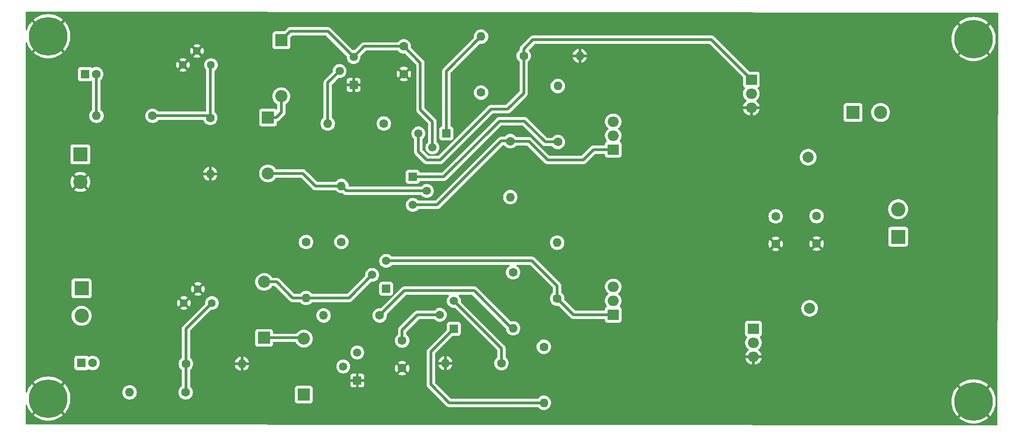
<source format=gbr>
%TF.GenerationSoftware,KiCad,Pcbnew,8.0.5*%
%TF.CreationDate,2024-10-14T07:35:35-07:00*%
%TF.ProjectId,Power_Amp_RevB,506f7765-725f-4416-9d70-5f526576422e,A*%
%TF.SameCoordinates,Original*%
%TF.FileFunction,Copper,L1,Top*%
%TF.FilePolarity,Positive*%
%FSLAX46Y46*%
G04 Gerber Fmt 4.6, Leading zero omitted, Abs format (unit mm)*
G04 Created by KiCad (PCBNEW 8.0.5) date 2024-10-14 07:35:35*
%MOMM*%
%LPD*%
G01*
G04 APERTURE LIST*
%TA.AperFunction,ComponentPad*%
%ADD10C,1.600000*%
%TD*%
%TA.AperFunction,ComponentPad*%
%ADD11O,1.600000X1.600000*%
%TD*%
%TA.AperFunction,ComponentPad*%
%ADD12C,2.000000*%
%TD*%
%TA.AperFunction,ComponentPad*%
%ADD13C,7.000000*%
%TD*%
%TA.AperFunction,ComponentPad*%
%ADD14R,2.600000X2.600000*%
%TD*%
%TA.AperFunction,ComponentPad*%
%ADD15C,2.600000*%
%TD*%
%TA.AperFunction,ComponentPad*%
%ADD16R,1.600000X1.600000*%
%TD*%
%TA.AperFunction,ComponentPad*%
%ADD17R,2.000000X1.905000*%
%TD*%
%TA.AperFunction,ComponentPad*%
%ADD18O,2.000000X1.905000*%
%TD*%
%TA.AperFunction,ComponentPad*%
%ADD19R,1.500000X1.500000*%
%TD*%
%TA.AperFunction,ComponentPad*%
%ADD20C,1.500000*%
%TD*%
%TA.AperFunction,ComponentPad*%
%ADD21R,2.200000X2.200000*%
%TD*%
%TA.AperFunction,ComponentPad*%
%ADD22O,2.200000X2.200000*%
%TD*%
%TA.AperFunction,ComponentPad*%
%ADD23C,1.440000*%
%TD*%
%TA.AperFunction,ComponentPad*%
%ADD24R,2.400000X2.400000*%
%TD*%
%TA.AperFunction,ComponentPad*%
%ADD25C,2.400000*%
%TD*%
%TA.AperFunction,ViaPad*%
%ADD26C,0.600000*%
%TD*%
%TA.AperFunction,Conductor*%
%ADD27C,0.508000*%
%TD*%
G04 APERTURE END LIST*
D10*
%TO.P,R8,1*%
%TO.N,Net-(Q3-B)*%
X68120000Y-127265000D03*
D11*
%TO.P,R8,2*%
%TO.N,GND*%
X78280000Y-127265000D03*
%TD*%
D10*
%TO.P,R14,1*%
%TO.N,Net-(C8-Pad1)*%
X103980000Y-83665000D03*
D11*
%TO.P,R14,2*%
%TO.N,Net-(Q6-B)*%
X93820000Y-83665000D03*
%TD*%
D12*
%TO.P,TP1,1,1*%
%TO.N,Net-(J1-Pin_1)*%
X181102000Y-117221000D03*
%TD*%
D10*
%TO.P,R12,1*%
%TO.N,Net-(Q6-B)*%
X72542400Y-82651600D03*
D11*
%TO.P,R12,2*%
%TO.N,GND*%
X72542400Y-92811600D03*
%TD*%
D10*
%TO.P,C1,1*%
%TO.N,/18V*%
X174972800Y-100509800D03*
%TO.P,C1,2*%
%TO.N,GND*%
X174972800Y-105509800D03*
%TD*%
D13*
%TO.P,H1,1,1*%
%TO.N,GND*%
X43180000Y-67818000D03*
%TD*%
%TO.P,H3,1,1*%
%TO.N,GND*%
X43180000Y-133604000D03*
%TD*%
D10*
%TO.P,R15,1*%
%TO.N,Net-(Q2-B)*%
X126900000Y-86865000D03*
D11*
%TO.P,R15,2*%
%TO.N,/18V*%
X126900000Y-97025000D03*
%TD*%
D14*
%TO.P,J3,1,Pin_1*%
%TO.N,/18V*%
X49000000Y-89265000D03*
D15*
%TO.P,J3,2,Pin_2*%
%TO.N,GND*%
X49000000Y-94265000D03*
%TD*%
D13*
%TO.P,H4,1,1*%
%TO.N,GND*%
X210820000Y-134112000D03*
%TD*%
%TO.P,H2,1,1*%
%TO.N,GND*%
X210820000Y-68326000D03*
%TD*%
D10*
%TO.P,R3,1*%
%TO.N,Net-(Q1-E)*%
X127400000Y-110685000D03*
D11*
%TO.P,R3,2*%
%TO.N,Net-(J1-Pin_1)*%
X127400000Y-120845000D03*
%TD*%
D16*
%TO.P,C3,1*%
%TO.N,Net-(J2-Pin_1)*%
X49209888Y-127127000D03*
D10*
%TO.P,C3,2*%
%TO.N,Net-(C3-Pad2)*%
X51209888Y-127127000D03*
%TD*%
D17*
%TO.P,Q9,1,B*%
%TO.N,Net-(Q1-C)*%
X145542000Y-118364000D03*
D18*
%TO.P,Q9,2,C*%
%TO.N,Net-(Q1-E)*%
X145542000Y-115824000D03*
%TO.P,Q9,3,E*%
%TO.N,/18V*%
X145542000Y-113284000D03*
%TD*%
D10*
%TO.P,R2,1*%
%TO.N,Net-(Q1-C)*%
X135382000Y-115443000D03*
D11*
%TO.P,R2,2*%
%TO.N,/18V*%
X135382000Y-105283000D03*
%TD*%
D16*
%TO.P,C5,1*%
%TO.N,Net-(J2-Pin_2)*%
X49880800Y-74694800D03*
D10*
%TO.P,C5,2*%
%TO.N,Net-(C5-Pad2)*%
X51880800Y-74694800D03*
%TD*%
D19*
%TO.P,Q6,1,E*%
%TO.N,GND*%
X98500000Y-76665000D03*
D20*
%TO.P,Q6,2,B*%
%TO.N,Net-(Q6-B)*%
X95960000Y-74125000D03*
%TO.P,Q6,3,C*%
%TO.N,Net-(D4-K)*%
X98500000Y-71585000D03*
%TD*%
D21*
%TO.P,D3,1,K*%
%TO.N,Net-(D3-K)*%
X83000000Y-82555000D03*
D22*
%TO.P,D3,2,A*%
%TO.N,Net-(D3-A)*%
X83000000Y-92715000D03*
%TD*%
D10*
%TO.P,C6,1*%
%TO.N,Net-(D4-K)*%
X107600000Y-69665000D03*
%TO.P,C6,2*%
%TO.N,GND*%
X107600000Y-74665000D03*
%TD*%
%TO.P,R10,1*%
%TO.N,Net-(Q6-B)*%
X62080000Y-82265000D03*
D11*
%TO.P,R10,2*%
%TO.N,Net-(C5-Pad2)*%
X51920000Y-82265000D03*
%TD*%
D17*
%TO.P,Q5,1,B*%
%TO.N,Net-(Q4-C)*%
X170942000Y-120904000D03*
D18*
%TO.P,Q5,2,C*%
%TO.N,Net-(Q4-E)*%
X170942000Y-123444000D03*
%TO.P,Q5,3,E*%
%TO.N,GND*%
X170942000Y-125984000D03*
%TD*%
D10*
%TO.P,C4,1*%
%TO.N,Net-(D2-K)*%
X107300000Y-123065000D03*
%TO.P,C4,2*%
%TO.N,GND*%
X107300000Y-128065000D03*
%TD*%
%TO.P,R6,1*%
%TO.N,Net-(Q3-B)*%
X68080000Y-132465000D03*
D11*
%TO.P,R6,2*%
%TO.N,Net-(C3-Pad2)*%
X57920000Y-132465000D03*
%TD*%
D17*
%TO.P,Q10,1,B*%
%TO.N,Net-(Q10-B)*%
X170561000Y-75692000D03*
D18*
%TO.P,Q10,2,C*%
%TO.N,Net-(Q10-C)*%
X170561000Y-78232000D03*
%TO.P,Q10,3,E*%
%TO.N,GND*%
X170561000Y-80772000D03*
%TD*%
D23*
%TO.P,RV1,1,1*%
%TO.N,Net-(Q6-B)*%
X72669400Y-73025000D03*
%TO.P,RV1,2,2*%
%TO.N,GND*%
X70129400Y-70485000D03*
%TO.P,RV1,3,3*%
X67589400Y-73025000D03*
%TD*%
D10*
%TO.P,C7,1*%
%TO.N,/18V*%
X182372000Y-100457000D03*
%TO.P,C7,2*%
%TO.N,GND*%
X182372000Y-105457000D03*
%TD*%
%TO.P,R16,1*%
%TO.N,Net-(Q10-B)*%
X129320000Y-71365000D03*
D11*
%TO.P,R16,2*%
%TO.N,GND*%
X139480000Y-71365000D03*
%TD*%
D21*
%TO.P,D1,1,K*%
%TO.N,Net-(D1-K)*%
X82300000Y-122575000D03*
D22*
%TO.P,D1,2,A*%
%TO.N,Net-(D1-A)*%
X82300000Y-112415000D03*
%TD*%
D10*
%TO.P,R9,1*%
%TO.N,Net-(Q4-C)*%
X125280000Y-127165000D03*
D11*
%TO.P,R9,2*%
%TO.N,GND*%
X115120000Y-127165000D03*
%TD*%
D14*
%TO.P,J1,1,Pin_1*%
%TO.N,Net-(J1-Pin_1)*%
X197155000Y-104227000D03*
D15*
%TO.P,J1,2,Pin_2*%
%TO.N,Net-(J1-Pin_2)*%
X197155000Y-99227000D03*
%TD*%
D19*
%TO.P,Q8,1,E*%
%TO.N,Net-(Q10-C)*%
X115316000Y-85463000D03*
D20*
%TO.P,Q8,2,B*%
%TO.N,Net-(D4-K)*%
X112776000Y-88003000D03*
%TO.P,Q8,3,C*%
%TO.N,Net-(Q10-B)*%
X110236000Y-85463000D03*
%TD*%
D10*
%TO.P,R18,1*%
%TO.N,Net-(C8-Pad1)*%
X121600000Y-78045000D03*
D11*
%TO.P,R18,2*%
%TO.N,Net-(Q10-C)*%
X121600000Y-67885000D03*
%TD*%
D23*
%TO.P,RV2,1,1*%
%TO.N,Net-(Q3-B)*%
X72840000Y-116250000D03*
%TO.P,RV2,2,2*%
%TO.N,GND*%
X70300000Y-113710000D03*
%TO.P,RV2,3,3*%
X67760000Y-116250000D03*
%TD*%
D19*
%TO.P,Q1,1,E*%
%TO.N,Net-(Q1-E)*%
X104402000Y-113665000D03*
D20*
%TO.P,Q1,2,B*%
%TO.N,Net-(D1-A)*%
X101862000Y-111125000D03*
%TO.P,Q1,3,C*%
%TO.N,Net-(Q1-C)*%
X104402000Y-108585000D03*
%TD*%
D10*
%TO.P,R17,1*%
%TO.N,Net-(Q2-C)*%
X135509000Y-87020400D03*
D11*
%TO.P,R17,2*%
%TO.N,Net-(C8-Pad1)*%
X135509000Y-76860400D03*
%TD*%
D12*
%TO.P,TP2,1,1*%
%TO.N,Net-(C8-Pad1)*%
X180848000Y-89789000D03*
%TD*%
D10*
%TO.P,R1,1*%
%TO.N,/18V*%
X89885800Y-105174800D03*
D11*
%TO.P,R1,2*%
%TO.N,Net-(D1-A)*%
X89885800Y-115334800D03*
%TD*%
D19*
%TO.P,Q7,1,E*%
%TO.N,Net-(Q2-C)*%
X109220000Y-93345000D03*
D20*
%TO.P,Q7,2,B*%
%TO.N,Net-(D3-A)*%
X111760000Y-95885000D03*
%TO.P,Q7,3,C*%
%TO.N,Net-(Q2-B)*%
X109220000Y-98425000D03*
%TD*%
D14*
%TO.P,J2,1,Pin_1*%
%TO.N,Net-(J2-Pin_1)*%
X49225000Y-113578000D03*
D15*
%TO.P,J2,2,Pin_2*%
%TO.N,Net-(J2-Pin_2)*%
X49225000Y-118578000D03*
%TD*%
D21*
%TO.P,D4,1,K*%
%TO.N,Net-(D4-K)*%
X85400000Y-68555000D03*
D22*
%TO.P,D4,2,A*%
%TO.N,Net-(D3-K)*%
X85400000Y-78715000D03*
%TD*%
D19*
%TO.P,Q3,1,E*%
%TO.N,GND*%
X99170000Y-130305000D03*
D20*
%TO.P,Q3,2,B*%
%TO.N,Net-(Q3-B)*%
X96630000Y-127765000D03*
%TO.P,Q3,3,C*%
%TO.N,Net-(D2-K)*%
X99170000Y-125225000D03*
%TD*%
D24*
%TO.P,C8,1*%
%TO.N,Net-(C8-Pad1)*%
X188976000Y-81661000D03*
D25*
%TO.P,C8,2*%
%TO.N,Net-(J1-Pin_2)*%
X193976000Y-81661000D03*
%TD*%
D19*
%TO.P,Q4,1,E*%
%TO.N,Net-(Q4-E)*%
X116660000Y-120935000D03*
D20*
%TO.P,Q4,2,B*%
%TO.N,Net-(D2-K)*%
X114120000Y-118395000D03*
%TO.P,Q4,3,C*%
%TO.N,Net-(Q4-C)*%
X116660000Y-115855000D03*
%TD*%
D10*
%TO.P,R13,1*%
%TO.N,/18V*%
X96291400Y-105156000D03*
D11*
%TO.P,R13,2*%
%TO.N,Net-(D3-A)*%
X96291400Y-94996000D03*
%TD*%
D10*
%TO.P,R5,1*%
%TO.N,Net-(J1-Pin_1)*%
X132969000Y-124206000D03*
D11*
%TO.P,R5,2*%
%TO.N,Net-(Q4-E)*%
X132969000Y-134366000D03*
%TD*%
D10*
%TO.P,R4,1*%
%TO.N,Net-(J1-Pin_1)*%
X103220800Y-118509800D03*
D11*
%TO.P,R4,2*%
%TO.N,Net-(Q3-B)*%
X93060800Y-118509800D03*
%TD*%
D21*
%TO.P,D2,1,K*%
%TO.N,Net-(D2-K)*%
X89500000Y-132875000D03*
D22*
%TO.P,D2,2,A*%
%TO.N,Net-(D1-K)*%
X89500000Y-122715000D03*
%TD*%
D17*
%TO.P,Q2,1,B*%
%TO.N,Net-(Q2-B)*%
X145542000Y-88392000D03*
D18*
%TO.P,Q2,2,C*%
%TO.N,Net-(Q2-C)*%
X145542000Y-85852000D03*
%TO.P,Q2,3,E*%
%TO.N,/18V*%
X145542000Y-83312000D03*
%TD*%
D26*
%TO.N,GND*%
X62200000Y-73565000D03*
X159385000Y-119380000D03*
X158496000Y-80518000D03*
X57500000Y-99965000D03*
%TD*%
D27*
%TO.N,Net-(Q10-C)*%
X115316000Y-74169000D02*
X115316000Y-85463000D01*
X121600000Y-67885000D02*
X115316000Y-74169000D01*
%TO.N,Net-(Q2-C)*%
X124917200Y-83235800D02*
X129438400Y-83235800D01*
X109220000Y-93345000D02*
X114808000Y-93345000D01*
X129438400Y-83235800D02*
X133223000Y-87020400D01*
X114808000Y-93345000D02*
X124917200Y-83235800D01*
X133223000Y-87020400D02*
X135509000Y-87020400D01*
%TO.N,Net-(Q10-B)*%
X110236000Y-88773000D02*
X110236000Y-85463000D01*
X114168000Y-90297000D02*
X111760000Y-90297000D01*
X129320000Y-78145000D02*
X126400000Y-81065000D01*
X129320000Y-71365000D02*
X129320000Y-78145000D01*
X131000000Y-68465000D02*
X163334000Y-68465000D01*
X129320000Y-71365000D02*
X129320000Y-70145000D01*
X163334000Y-68465000D02*
X170561000Y-75692000D01*
X129320000Y-70145000D02*
X131000000Y-68465000D01*
X111760000Y-90297000D02*
X110236000Y-88773000D01*
X126400000Y-81065000D02*
X123400000Y-81065000D01*
X123400000Y-81065000D02*
X114168000Y-90297000D01*
%TO.N,Net-(D3-K)*%
X84450000Y-82555000D02*
X85400000Y-81605000D01*
X83000000Y-82555000D02*
X84450000Y-82555000D01*
X85400000Y-81605000D02*
X85400000Y-78715000D01*
%TO.N,Net-(D3-A)*%
X96291400Y-94996000D02*
X91567000Y-94996000D01*
X111760000Y-95885000D02*
X97180400Y-95885000D01*
X97180400Y-95885000D02*
X96291400Y-94996000D01*
X91567000Y-94996000D02*
X89286000Y-92715000D01*
X89286000Y-92715000D02*
X83000000Y-92715000D01*
%TO.N,Net-(C5-Pad2)*%
X51880800Y-82204200D02*
X51820000Y-82265000D01*
X51880800Y-74694800D02*
X51880800Y-82225800D01*
X51880800Y-82225800D02*
X51920000Y-82265000D01*
X51900000Y-74714000D02*
X51880800Y-74694800D01*
%TO.N,Net-(Q4-C)*%
X116990000Y-115855000D02*
X116660000Y-115855000D01*
X125280000Y-127165000D02*
X125280000Y-124475000D01*
X125280000Y-124475000D02*
X116660000Y-115855000D01*
%TO.N,Net-(D1-K)*%
X82229200Y-122504200D02*
X82300000Y-122575000D01*
X82300000Y-122575000D02*
X89360000Y-122575000D01*
X89500000Y-122715000D02*
X89500000Y-122070600D01*
X89360000Y-122575000D02*
X89500000Y-122715000D01*
%TO.N,Net-(Q4-E)*%
X115824000Y-134366000D02*
X132969000Y-134366000D01*
X112500000Y-131042000D02*
X115824000Y-134366000D01*
X116660000Y-120935000D02*
X112500000Y-125095000D01*
X112500000Y-125095000D02*
X112500000Y-131042000D01*
%TO.N,Net-(D1-A)*%
X89885800Y-115334800D02*
X97652200Y-115334800D01*
X84550000Y-112415000D02*
X82300000Y-112415000D01*
X89885800Y-115334800D02*
X87469800Y-115334800D01*
X97652200Y-115334800D02*
X101862000Y-111125000D01*
X87469800Y-115334800D02*
X84550000Y-112415000D01*
%TO.N,Net-(Q1-C)*%
X135382000Y-113157000D02*
X135382000Y-115443000D01*
X135382000Y-115443000D02*
X138303000Y-118364000D01*
X130810000Y-108585000D02*
X135382000Y-113157000D01*
X104402000Y-108585000D02*
X130810000Y-108585000D01*
X138303000Y-118364000D02*
X145542000Y-118364000D01*
%TO.N,Net-(Q1-E)*%
X127188600Y-110896400D02*
X127400000Y-110685000D01*
%TO.N,Net-(Q2-B)*%
X126900000Y-86865000D02*
X126852200Y-86817200D01*
X133680200Y-90297000D02*
X140081000Y-90297000D01*
X126852200Y-86817200D02*
X125247400Y-86817200D01*
X141986000Y-88392000D02*
X145542000Y-88392000D01*
X130248200Y-86865000D02*
X133680200Y-90297000D01*
X126900000Y-86865000D02*
X130248200Y-86865000D01*
X125247400Y-86817200D02*
X113639600Y-98425000D01*
X113639600Y-98425000D02*
X109220000Y-98425000D01*
X140081000Y-90297000D02*
X141986000Y-88392000D01*
%TO.N,Net-(D4-K)*%
X85400000Y-68555000D02*
X87026000Y-66929000D01*
X112776000Y-83341000D02*
X112776000Y-88003000D01*
X93844000Y-66929000D02*
X98500000Y-71585000D01*
X87026000Y-66929000D02*
X93844000Y-66929000D01*
X110600000Y-72665000D02*
X107600000Y-69665000D01*
X110600000Y-81165000D02*
X112776000Y-83341000D01*
X110600000Y-81165000D02*
X110600000Y-72665000D01*
X107600000Y-69665000D02*
X100420000Y-69665000D01*
X100420000Y-69665000D02*
X98500000Y-71585000D01*
%TO.N,Net-(D2-K)*%
X107300000Y-123065000D02*
X107300000Y-121173000D01*
X107300000Y-121173000D02*
X110078000Y-118395000D01*
X110078000Y-118395000D02*
X114120000Y-118395000D01*
%TO.N,Net-(J1-Pin_1)*%
X107710000Y-114020600D02*
X120345200Y-114020600D01*
X103220800Y-118509800D02*
X107710000Y-114020600D01*
X127169600Y-120845000D02*
X127400000Y-120845000D01*
X120345200Y-114020600D02*
X127169600Y-120845000D01*
%TO.N,Net-(Q3-B)*%
X68120000Y-127265000D02*
X68120000Y-132425000D01*
X68120000Y-132425000D02*
X68080000Y-132465000D01*
X68120000Y-120970000D02*
X72840000Y-116250000D01*
X68120000Y-127265000D02*
X68120000Y-120970000D01*
%TO.N,Net-(Q6-B)*%
X93820000Y-76265000D02*
X95960000Y-74125000D01*
X93820000Y-83665000D02*
X93820000Y-76265000D01*
X72639000Y-82555000D02*
X72542400Y-82651600D01*
X72542400Y-82651600D02*
X72155800Y-82265000D01*
X72542400Y-82651600D02*
X72542400Y-72800000D01*
X72155800Y-82265000D02*
X62080000Y-82265000D01*
X72542400Y-72800000D02*
X72560000Y-72782400D01*
%TD*%
%TA.AperFunction,Conductor*%
%TO.N,GND*%
G36*
X215140880Y-63499910D02*
G01*
X215207904Y-63519643D01*
X215253621Y-63572480D01*
X215264789Y-63624120D01*
X215138209Y-138306120D01*
X215118411Y-138373126D01*
X215065529Y-138418792D01*
X215014120Y-138429910D01*
X39239911Y-138303089D01*
X39172885Y-138283356D01*
X39127168Y-138230519D01*
X39116000Y-138179089D01*
X39116000Y-134833828D01*
X39135685Y-134766789D01*
X39188489Y-134721034D01*
X39257647Y-134711090D01*
X39321203Y-134740115D01*
X39356751Y-134792054D01*
X39480016Y-135136559D01*
X39480023Y-135136575D01*
X39648062Y-135491864D01*
X39850109Y-135828958D01*
X40084228Y-136144632D01*
X40180068Y-136250376D01*
X40180069Y-136250376D01*
X41778381Y-134652064D01*
X41861457Y-134760331D01*
X42023669Y-134922543D01*
X42131934Y-135005617D01*
X40533622Y-136603929D01*
X40533622Y-136603930D01*
X40639367Y-136699771D01*
X40955041Y-136933890D01*
X41292135Y-137135937D01*
X41647424Y-137303976D01*
X41647440Y-137303983D01*
X42017450Y-137436374D01*
X42398691Y-137531870D01*
X42787449Y-137589538D01*
X43180000Y-137608823D01*
X43572550Y-137589538D01*
X43961308Y-137531870D01*
X44342549Y-137436374D01*
X44712559Y-137303983D01*
X44712575Y-137303976D01*
X45067864Y-137135937D01*
X45404958Y-136933890D01*
X45720632Y-136699770D01*
X45826376Y-136603929D01*
X44228065Y-135005618D01*
X44336331Y-134922543D01*
X44498543Y-134760331D01*
X44581618Y-134652065D01*
X46179929Y-136250376D01*
X46275770Y-136144632D01*
X46509890Y-135828958D01*
X46711937Y-135491864D01*
X46879976Y-135136575D01*
X46879983Y-135136559D01*
X47012374Y-134766549D01*
X47107870Y-134385308D01*
X47165538Y-133996550D01*
X47184823Y-133604000D01*
X47165538Y-133211449D01*
X47107870Y-132822691D01*
X47018272Y-132464998D01*
X56614532Y-132464998D01*
X56614532Y-132465001D01*
X56634364Y-132691686D01*
X56634366Y-132691697D01*
X56693258Y-132911488D01*
X56693261Y-132911497D01*
X56789431Y-133117732D01*
X56789432Y-133117734D01*
X56919954Y-133304141D01*
X57080858Y-133465045D01*
X57080861Y-133465047D01*
X57267266Y-133595568D01*
X57473504Y-133691739D01*
X57693308Y-133750635D01*
X57855230Y-133764801D01*
X57919998Y-133770468D01*
X57920000Y-133770468D01*
X57920002Y-133770468D01*
X57976673Y-133765509D01*
X58146692Y-133750635D01*
X58366496Y-133691739D01*
X58572734Y-133595568D01*
X58759139Y-133465047D01*
X58920047Y-133304139D01*
X59050568Y-133117734D01*
X59146739Y-132911496D01*
X59205635Y-132691692D01*
X59225468Y-132465000D01*
X59225468Y-132464998D01*
X66774532Y-132464998D01*
X66774532Y-132465001D01*
X66794364Y-132691686D01*
X66794366Y-132691697D01*
X66853258Y-132911488D01*
X66853261Y-132911497D01*
X66949431Y-133117732D01*
X66949432Y-133117734D01*
X67079954Y-133304141D01*
X67240858Y-133465045D01*
X67240861Y-133465047D01*
X67427266Y-133595568D01*
X67633504Y-133691739D01*
X67853308Y-133750635D01*
X68015230Y-133764801D01*
X68079998Y-133770468D01*
X68080000Y-133770468D01*
X68080002Y-133770468D01*
X68136673Y-133765509D01*
X68306692Y-133750635D01*
X68526496Y-133691739D01*
X68732734Y-133595568D01*
X68919139Y-133465047D01*
X69080047Y-133304139D01*
X69210568Y-133117734D01*
X69306739Y-132911496D01*
X69365635Y-132691692D01*
X69385468Y-132465000D01*
X69365635Y-132238308D01*
X69320916Y-132071415D01*
X69306741Y-132018511D01*
X69306738Y-132018502D01*
X69245436Y-131887041D01*
X69210568Y-131812266D01*
X69150959Y-131727135D01*
X87899500Y-131727135D01*
X87899500Y-134022870D01*
X87899501Y-134022876D01*
X87905908Y-134082483D01*
X87956202Y-134217328D01*
X87956206Y-134217335D01*
X88042452Y-134332544D01*
X88042455Y-134332547D01*
X88157664Y-134418793D01*
X88157671Y-134418797D01*
X88292517Y-134469091D01*
X88292516Y-134469091D01*
X88299444Y-134469835D01*
X88352127Y-134475500D01*
X90647872Y-134475499D01*
X90707483Y-134469091D01*
X90842331Y-134418796D01*
X90957546Y-134332546D01*
X91043796Y-134217331D01*
X91094091Y-134082483D01*
X91100500Y-134022873D01*
X91100499Y-131727128D01*
X91094091Y-131667517D01*
X91078554Y-131625861D01*
X91043797Y-131532671D01*
X91043793Y-131532664D01*
X90957547Y-131417455D01*
X90957544Y-131417452D01*
X90842335Y-131331206D01*
X90842328Y-131331202D01*
X90707482Y-131280908D01*
X90707483Y-131280908D01*
X90647883Y-131274501D01*
X90647881Y-131274500D01*
X90647873Y-131274500D01*
X90647864Y-131274500D01*
X88352129Y-131274500D01*
X88352123Y-131274501D01*
X88292516Y-131280908D01*
X88157671Y-131331202D01*
X88157664Y-131331206D01*
X88042455Y-131417452D01*
X88042452Y-131417455D01*
X87956206Y-131532664D01*
X87956202Y-131532671D01*
X87905908Y-131667517D01*
X87899501Y-131727116D01*
X87899501Y-131727123D01*
X87899500Y-131727135D01*
X69150959Y-131727135D01*
X69080047Y-131625861D01*
X68919139Y-131464953D01*
X68919135Y-131464950D01*
X68919133Y-131464948D01*
X68918785Y-131464656D01*
X68918673Y-131464488D01*
X68915311Y-131461126D01*
X68915987Y-131460449D01*
X68880088Y-131406480D01*
X68874500Y-131369674D01*
X68874500Y-129507155D01*
X97920000Y-129507155D01*
X97920000Y-130055000D01*
X98854314Y-130055000D01*
X98849920Y-130059394D01*
X98797259Y-130150606D01*
X98770000Y-130252339D01*
X98770000Y-130357661D01*
X98797259Y-130459394D01*
X98849920Y-130550606D01*
X98854314Y-130555000D01*
X97920000Y-130555000D01*
X97920000Y-131102844D01*
X97926401Y-131162372D01*
X97926403Y-131162379D01*
X97976645Y-131297086D01*
X97976649Y-131297093D01*
X98062809Y-131412187D01*
X98062812Y-131412190D01*
X98177906Y-131498350D01*
X98177913Y-131498354D01*
X98312620Y-131548596D01*
X98312627Y-131548598D01*
X98372155Y-131554999D01*
X98372172Y-131555000D01*
X98920000Y-131555000D01*
X98920000Y-130620686D01*
X98924394Y-130625080D01*
X99015606Y-130677741D01*
X99117339Y-130705000D01*
X99222661Y-130705000D01*
X99324394Y-130677741D01*
X99415606Y-130625080D01*
X99420000Y-130620686D01*
X99420000Y-131555000D01*
X99967828Y-131555000D01*
X99967844Y-131554999D01*
X100027372Y-131548598D01*
X100027379Y-131548596D01*
X100162086Y-131498354D01*
X100162093Y-131498350D01*
X100277187Y-131412190D01*
X100277190Y-131412187D01*
X100363350Y-131297093D01*
X100363354Y-131297086D01*
X100413596Y-131162379D01*
X100413598Y-131162372D01*
X100419999Y-131102844D01*
X100420000Y-131102827D01*
X100420000Y-130555000D01*
X99485686Y-130555000D01*
X99490080Y-130550606D01*
X99542741Y-130459394D01*
X99570000Y-130357661D01*
X99570000Y-130252339D01*
X99542741Y-130150606D01*
X99490080Y-130059394D01*
X99485686Y-130055000D01*
X100420000Y-130055000D01*
X100420000Y-129507172D01*
X100419999Y-129507155D01*
X100413598Y-129447627D01*
X100413596Y-129447620D01*
X100363354Y-129312913D01*
X100363350Y-129312906D01*
X100277190Y-129197812D01*
X100277187Y-129197809D01*
X100162093Y-129111649D01*
X100162086Y-129111645D01*
X100027379Y-129061403D01*
X100027372Y-129061401D01*
X99967844Y-129055000D01*
X99420000Y-129055000D01*
X99420000Y-129989314D01*
X99415606Y-129984920D01*
X99324394Y-129932259D01*
X99222661Y-129905000D01*
X99117339Y-129905000D01*
X99015606Y-129932259D01*
X98924394Y-129984920D01*
X98920000Y-129989314D01*
X98920000Y-129055000D01*
X98372155Y-129055000D01*
X98312627Y-129061401D01*
X98312620Y-129061403D01*
X98177913Y-129111645D01*
X98177906Y-129111649D01*
X98062812Y-129197809D01*
X98062809Y-129197812D01*
X97976649Y-129312906D01*
X97976645Y-129312913D01*
X97926403Y-129447620D01*
X97926401Y-129447627D01*
X97920000Y-129507155D01*
X68874500Y-129507155D01*
X68874500Y-128388861D01*
X68894185Y-128321822D01*
X68927375Y-128287287D01*
X68959139Y-128265047D01*
X69120047Y-128104139D01*
X69250568Y-127917734D01*
X69346739Y-127711496D01*
X69405635Y-127491692D01*
X69425468Y-127265000D01*
X69405635Y-127038308D01*
X69399389Y-127014999D01*
X77001127Y-127014999D01*
X77001128Y-127015000D01*
X77964314Y-127015000D01*
X77959920Y-127019394D01*
X77907259Y-127110606D01*
X77880000Y-127212339D01*
X77880000Y-127317661D01*
X77907259Y-127419394D01*
X77959920Y-127510606D01*
X77964314Y-127515000D01*
X77001128Y-127515000D01*
X77053730Y-127711317D01*
X77053734Y-127711326D01*
X77149865Y-127917482D01*
X77280342Y-128103820D01*
X77441179Y-128264657D01*
X77627517Y-128395134D01*
X77833673Y-128491265D01*
X77833682Y-128491269D01*
X78029999Y-128543872D01*
X78030000Y-128543871D01*
X78030000Y-127580686D01*
X78034394Y-127585080D01*
X78125606Y-127637741D01*
X78227339Y-127665000D01*
X78332661Y-127665000D01*
X78434394Y-127637741D01*
X78525606Y-127585080D01*
X78530000Y-127580686D01*
X78530000Y-128543872D01*
X78726317Y-128491269D01*
X78726326Y-128491265D01*
X78932482Y-128395134D01*
X79118820Y-128264657D01*
X79279657Y-128103820D01*
X79410134Y-127917482D01*
X79481238Y-127764997D01*
X95374723Y-127764997D01*
X95374723Y-127765002D01*
X95393793Y-127982975D01*
X95393793Y-127982979D01*
X95450422Y-128194322D01*
X95450424Y-128194326D01*
X95450425Y-128194330D01*
X95492493Y-128284546D01*
X95542897Y-128392638D01*
X95542898Y-128392639D01*
X95668402Y-128571877D01*
X95823123Y-128726598D01*
X96002361Y-128852102D01*
X96200670Y-128944575D01*
X96412023Y-129001207D01*
X96594926Y-129017208D01*
X96629998Y-129020277D01*
X96630000Y-129020277D01*
X96630002Y-129020277D01*
X96658254Y-129017805D01*
X96847977Y-129001207D01*
X97059330Y-128944575D01*
X97257639Y-128852102D01*
X97436877Y-128726598D01*
X97591598Y-128571877D01*
X97717102Y-128392639D01*
X97809575Y-128194330D01*
X97844230Y-128064997D01*
X105995034Y-128064997D01*
X105995034Y-128065002D01*
X106014858Y-128291599D01*
X106014860Y-128291610D01*
X106073730Y-128511317D01*
X106073735Y-128511331D01*
X106169863Y-128717478D01*
X106220974Y-128790472D01*
X106900000Y-128111446D01*
X106900000Y-128117661D01*
X106927259Y-128219394D01*
X106979920Y-128310606D01*
X107054394Y-128385080D01*
X107145606Y-128437741D01*
X107247339Y-128465000D01*
X107253553Y-128465000D01*
X106574526Y-129144025D01*
X106647513Y-129195132D01*
X106647521Y-129195136D01*
X106853668Y-129291264D01*
X106853682Y-129291269D01*
X107073389Y-129350139D01*
X107073400Y-129350141D01*
X107299998Y-129369966D01*
X107300002Y-129369966D01*
X107526599Y-129350141D01*
X107526610Y-129350139D01*
X107746317Y-129291269D01*
X107746331Y-129291264D01*
X107952478Y-129195136D01*
X108025471Y-129144024D01*
X107346447Y-128465000D01*
X107352661Y-128465000D01*
X107454394Y-128437741D01*
X107545606Y-128385080D01*
X107620080Y-128310606D01*
X107672741Y-128219394D01*
X107700000Y-128117661D01*
X107700000Y-128111447D01*
X108379024Y-128790471D01*
X108430136Y-128717478D01*
X108526264Y-128511331D01*
X108526269Y-128511317D01*
X108585139Y-128291610D01*
X108585141Y-128291599D01*
X108604966Y-128065002D01*
X108604966Y-128064997D01*
X108585141Y-127838400D01*
X108585139Y-127838389D01*
X108526269Y-127618682D01*
X108526264Y-127618668D01*
X108430136Y-127412521D01*
X108430132Y-127412513D01*
X108379025Y-127339526D01*
X107700000Y-128018551D01*
X107700000Y-128012339D01*
X107672741Y-127910606D01*
X107620080Y-127819394D01*
X107545606Y-127744920D01*
X107454394Y-127692259D01*
X107352661Y-127665000D01*
X107346448Y-127665000D01*
X108025472Y-126985974D01*
X107952478Y-126934863D01*
X107746331Y-126838735D01*
X107746317Y-126838730D01*
X107526610Y-126779860D01*
X107526599Y-126779858D01*
X107300002Y-126760034D01*
X107299998Y-126760034D01*
X107073400Y-126779858D01*
X107073389Y-126779860D01*
X106853682Y-126838730D01*
X106853673Y-126838734D01*
X106647516Y-126934866D01*
X106647512Y-126934868D01*
X106574526Y-126985973D01*
X106574526Y-126985974D01*
X107253553Y-127665000D01*
X107247339Y-127665000D01*
X107145606Y-127692259D01*
X107054394Y-127744920D01*
X106979920Y-127819394D01*
X106927259Y-127910606D01*
X106900000Y-128012339D01*
X106900000Y-128018552D01*
X106220974Y-127339526D01*
X106220973Y-127339526D01*
X106169868Y-127412512D01*
X106169866Y-127412516D01*
X106073734Y-127618673D01*
X106073730Y-127618682D01*
X106014860Y-127838389D01*
X106014858Y-127838400D01*
X105995034Y-128064997D01*
X97844230Y-128064997D01*
X97866207Y-127982977D01*
X97885277Y-127765000D01*
X97866207Y-127547023D01*
X97824586Y-127391692D01*
X97809577Y-127335677D01*
X97809576Y-127335676D01*
X97809575Y-127335670D01*
X97717102Y-127137362D01*
X97717100Y-127137359D01*
X97717099Y-127137357D01*
X97591599Y-126958124D01*
X97525734Y-126892259D01*
X97436877Y-126803402D01*
X97257639Y-126677898D01*
X97257640Y-126677898D01*
X97257638Y-126677897D01*
X97117429Y-126612517D01*
X97059330Y-126585425D01*
X97059326Y-126585424D01*
X97059322Y-126585422D01*
X96847977Y-126528793D01*
X96630002Y-126509723D01*
X96629998Y-126509723D01*
X96484682Y-126522436D01*
X96412023Y-126528793D01*
X96412020Y-126528793D01*
X96200677Y-126585422D01*
X96200668Y-126585426D01*
X96002361Y-126677898D01*
X96002357Y-126677900D01*
X95823121Y-126803402D01*
X95668402Y-126958121D01*
X95542900Y-127137357D01*
X95542898Y-127137361D01*
X95450426Y-127335668D01*
X95450422Y-127335677D01*
X95393793Y-127547020D01*
X95393793Y-127547024D01*
X95374723Y-127764997D01*
X79481238Y-127764997D01*
X79506265Y-127711326D01*
X79506269Y-127711317D01*
X79558872Y-127515000D01*
X78595686Y-127515000D01*
X78600080Y-127510606D01*
X78652741Y-127419394D01*
X78680000Y-127317661D01*
X78680000Y-127212339D01*
X78652741Y-127110606D01*
X78600080Y-127019394D01*
X78595686Y-127015000D01*
X79558872Y-127015000D01*
X79558872Y-127014999D01*
X79506269Y-126818682D01*
X79506265Y-126818673D01*
X79410134Y-126612517D01*
X79279657Y-126426179D01*
X79118820Y-126265342D01*
X78932482Y-126134865D01*
X78726328Y-126038734D01*
X78530000Y-125986127D01*
X78530000Y-126949314D01*
X78525606Y-126944920D01*
X78434394Y-126892259D01*
X78332661Y-126865000D01*
X78227339Y-126865000D01*
X78125606Y-126892259D01*
X78034394Y-126944920D01*
X78030000Y-126949314D01*
X78030000Y-125986127D01*
X77833671Y-126038734D01*
X77627517Y-126134865D01*
X77441179Y-126265342D01*
X77280342Y-126426179D01*
X77149865Y-126612517D01*
X77053734Y-126818673D01*
X77053730Y-126818682D01*
X77001127Y-127014999D01*
X69399389Y-127014999D01*
X69346739Y-126818504D01*
X69250568Y-126612266D01*
X69120047Y-126425861D01*
X68959139Y-126264953D01*
X68927374Y-126242710D01*
X68883751Y-126188135D01*
X68874500Y-126141138D01*
X68874500Y-125225000D01*
X97914723Y-125225000D01*
X97932897Y-125432741D01*
X97933793Y-125442975D01*
X97933793Y-125442979D01*
X97990422Y-125654322D01*
X97990424Y-125654326D01*
X97990425Y-125654330D01*
X98027576Y-125734000D01*
X98082897Y-125852638D01*
X98082898Y-125852639D01*
X98208402Y-126031877D01*
X98363123Y-126186598D01*
X98542361Y-126312102D01*
X98740670Y-126404575D01*
X98952023Y-126461207D01*
X99134926Y-126477208D01*
X99169998Y-126480277D01*
X99170000Y-126480277D01*
X99170002Y-126480277D01*
X99198254Y-126477805D01*
X99387977Y-126461207D01*
X99599330Y-126404575D01*
X99797639Y-126312102D01*
X99976877Y-126186598D01*
X100131598Y-126031877D01*
X100257102Y-125852639D01*
X100349575Y-125654330D01*
X100406207Y-125442977D01*
X100425277Y-125225000D01*
X100407402Y-125020685D01*
X111745499Y-125020685D01*
X111745499Y-125175425D01*
X111745500Y-125175446D01*
X111745500Y-130962552D01*
X111745499Y-130962578D01*
X111745499Y-131116312D01*
X111758042Y-131179364D01*
X111758042Y-131179367D01*
X111774492Y-131262072D01*
X111774495Y-131262081D01*
X111798053Y-131318955D01*
X111822941Y-131379041D01*
X111831370Y-131399389D01*
X111874980Y-131464656D01*
X111913942Y-131522968D01*
X111913943Y-131522969D01*
X115233600Y-134842624D01*
X115233621Y-134842647D01*
X115343029Y-134952055D01*
X115343032Y-134952057D01*
X115343034Y-134952059D01*
X115425605Y-135007230D01*
X115466611Y-135034630D01*
X115541052Y-135065464D01*
X115591436Y-135086334D01*
X115603920Y-135091505D01*
X115603924Y-135091506D01*
X115628104Y-135096315D01*
X115628110Y-135096316D01*
X115749686Y-135120501D01*
X115749688Y-135120501D01*
X115904426Y-135120501D01*
X115904446Y-135120500D01*
X131845138Y-135120500D01*
X131912177Y-135140185D01*
X131946713Y-135173377D01*
X131968954Y-135205141D01*
X132129858Y-135366045D01*
X132129861Y-135366047D01*
X132316266Y-135496568D01*
X132522504Y-135592739D01*
X132742308Y-135651635D01*
X132904230Y-135665801D01*
X132968998Y-135671468D01*
X132969000Y-135671468D01*
X132969002Y-135671468D01*
X133025673Y-135666509D01*
X133195692Y-135651635D01*
X133415496Y-135592739D01*
X133621734Y-135496568D01*
X133808139Y-135366047D01*
X133969047Y-135205139D01*
X134099568Y-135018734D01*
X134195739Y-134812496D01*
X134254635Y-134592692D01*
X134274468Y-134366000D01*
X134254635Y-134139308D01*
X134247318Y-134112000D01*
X206815176Y-134112000D01*
X206834461Y-134504550D01*
X206892129Y-134893308D01*
X206987625Y-135274549D01*
X207120016Y-135644559D01*
X207120023Y-135644575D01*
X207288062Y-135999864D01*
X207490109Y-136336958D01*
X207724228Y-136652632D01*
X207820068Y-136758376D01*
X207820069Y-136758376D01*
X209418381Y-135160064D01*
X209501457Y-135268331D01*
X209663669Y-135430543D01*
X209771934Y-135513617D01*
X208173622Y-137111929D01*
X208173622Y-137111930D01*
X208279367Y-137207771D01*
X208595041Y-137441890D01*
X208932135Y-137643937D01*
X209287424Y-137811976D01*
X209287440Y-137811983D01*
X209657450Y-137944374D01*
X210038691Y-138039870D01*
X210427449Y-138097538D01*
X210820000Y-138116823D01*
X211212550Y-138097538D01*
X211601308Y-138039870D01*
X211982549Y-137944374D01*
X212352559Y-137811983D01*
X212352575Y-137811976D01*
X212707864Y-137643937D01*
X213044958Y-137441890D01*
X213360632Y-137207770D01*
X213466376Y-137111929D01*
X211868065Y-135513618D01*
X211976331Y-135430543D01*
X212138543Y-135268331D01*
X212221618Y-135160065D01*
X213819929Y-136758376D01*
X213915770Y-136652632D01*
X214149890Y-136336958D01*
X214351937Y-135999864D01*
X214519976Y-135644575D01*
X214519983Y-135644559D01*
X214652374Y-135274549D01*
X214747870Y-134893308D01*
X214805538Y-134504550D01*
X214824823Y-134112000D01*
X214805538Y-133719449D01*
X214747870Y-133330691D01*
X214652374Y-132949450D01*
X214519983Y-132579440D01*
X214519976Y-132579424D01*
X214351937Y-132224135D01*
X214149890Y-131887041D01*
X213915771Y-131571367D01*
X213819930Y-131465622D01*
X213819929Y-131465622D01*
X212221617Y-133063934D01*
X212138543Y-132955669D01*
X211976331Y-132793457D01*
X211868065Y-132710381D01*
X213466376Y-131112069D01*
X213466376Y-131112068D01*
X213360632Y-131016228D01*
X213044958Y-130782109D01*
X212707864Y-130580062D01*
X212352575Y-130412023D01*
X212352559Y-130412016D01*
X211982549Y-130279625D01*
X211601308Y-130184129D01*
X211212550Y-130126461D01*
X210820000Y-130107176D01*
X210427449Y-130126461D01*
X210038691Y-130184129D01*
X209657450Y-130279625D01*
X209287440Y-130412016D01*
X209287424Y-130412023D01*
X208932135Y-130580062D01*
X208595041Y-130782109D01*
X208279368Y-131016228D01*
X208173622Y-131112069D01*
X209771934Y-132710381D01*
X209663669Y-132793457D01*
X209501457Y-132955669D01*
X209418382Y-133063934D01*
X207820069Y-131465622D01*
X207724228Y-131571368D01*
X207490109Y-131887041D01*
X207288062Y-132224135D01*
X207120023Y-132579424D01*
X207120016Y-132579440D01*
X206987625Y-132949450D01*
X206892129Y-133330691D01*
X206834461Y-133719449D01*
X206815176Y-134112000D01*
X134247318Y-134112000D01*
X134195739Y-133919504D01*
X134099568Y-133713266D01*
X133969047Y-133526861D01*
X133969045Y-133526858D01*
X133808141Y-133365954D01*
X133621734Y-133235432D01*
X133621732Y-133235431D01*
X133415497Y-133139261D01*
X133415488Y-133139258D01*
X133195697Y-133080366D01*
X133195693Y-133080365D01*
X133195692Y-133080365D01*
X133195691Y-133080364D01*
X133195686Y-133080364D01*
X132969002Y-133060532D01*
X132968998Y-133060532D01*
X132742313Y-133080364D01*
X132742302Y-133080366D01*
X132522511Y-133139258D01*
X132522502Y-133139261D01*
X132316267Y-133235431D01*
X132316265Y-133235432D01*
X132129858Y-133365954D01*
X131968954Y-133526858D01*
X131946713Y-133558623D01*
X131892137Y-133602248D01*
X131845138Y-133611500D01*
X116187886Y-133611500D01*
X116120847Y-133591815D01*
X116100205Y-133575181D01*
X113290819Y-130765794D01*
X113257334Y-130704471D01*
X113254500Y-130678113D01*
X113254500Y-126914999D01*
X113841127Y-126914999D01*
X113841128Y-126915000D01*
X114804314Y-126915000D01*
X114799920Y-126919394D01*
X114747259Y-127010606D01*
X114720000Y-127112339D01*
X114720000Y-127217661D01*
X114747259Y-127319394D01*
X114799920Y-127410606D01*
X114804314Y-127415000D01*
X113841128Y-127415000D01*
X113893730Y-127611317D01*
X113893734Y-127611326D01*
X113989865Y-127817482D01*
X114120342Y-128003820D01*
X114281179Y-128164657D01*
X114467517Y-128295134D01*
X114673673Y-128391265D01*
X114673682Y-128391269D01*
X114869999Y-128443872D01*
X114870000Y-128443871D01*
X114870000Y-127480686D01*
X114874394Y-127485080D01*
X114965606Y-127537741D01*
X115067339Y-127565000D01*
X115172661Y-127565000D01*
X115274394Y-127537741D01*
X115365606Y-127485080D01*
X115370000Y-127480686D01*
X115370000Y-128443872D01*
X115566317Y-128391269D01*
X115566326Y-128391265D01*
X115772482Y-128295134D01*
X115958820Y-128164657D01*
X116119657Y-128003820D01*
X116250134Y-127817482D01*
X116346265Y-127611326D01*
X116346269Y-127611317D01*
X116398872Y-127415000D01*
X115435686Y-127415000D01*
X115440080Y-127410606D01*
X115492741Y-127319394D01*
X115520000Y-127217661D01*
X115520000Y-127112339D01*
X115492741Y-127010606D01*
X115440080Y-126919394D01*
X115435686Y-126915000D01*
X116398872Y-126915000D01*
X116398872Y-126914999D01*
X116346269Y-126718682D01*
X116346265Y-126718673D01*
X116250134Y-126512517D01*
X116119657Y-126326179D01*
X115958820Y-126165342D01*
X115772482Y-126034865D01*
X115566328Y-125938734D01*
X115370000Y-125886127D01*
X115370000Y-126849314D01*
X115365606Y-126844920D01*
X115274394Y-126792259D01*
X115172661Y-126765000D01*
X115067339Y-126765000D01*
X114965606Y-126792259D01*
X114874394Y-126844920D01*
X114870000Y-126849314D01*
X114870000Y-125886127D01*
X114673671Y-125938734D01*
X114467517Y-126034865D01*
X114281179Y-126165342D01*
X114120342Y-126326179D01*
X113989865Y-126512517D01*
X113893734Y-126718673D01*
X113893730Y-126718682D01*
X113841127Y-126914999D01*
X113254500Y-126914999D01*
X113254500Y-125458885D01*
X113274185Y-125391846D01*
X113290814Y-125371209D01*
X116440205Y-122221817D01*
X116501528Y-122188333D01*
X116527886Y-122185499D01*
X117457871Y-122185499D01*
X117457872Y-122185499D01*
X117517483Y-122179091D01*
X117652331Y-122128796D01*
X117767546Y-122042546D01*
X117853796Y-121927331D01*
X117904091Y-121792483D01*
X117910500Y-121732873D01*
X117910499Y-120137128D01*
X117904091Y-120077517D01*
X117853796Y-119942669D01*
X117853795Y-119942668D01*
X117853793Y-119942664D01*
X117767547Y-119827455D01*
X117767544Y-119827452D01*
X117652335Y-119741206D01*
X117652328Y-119741202D01*
X117517482Y-119690908D01*
X117517483Y-119690908D01*
X117457883Y-119684501D01*
X117457881Y-119684500D01*
X117457873Y-119684500D01*
X117457864Y-119684500D01*
X115862129Y-119684500D01*
X115862123Y-119684501D01*
X115802516Y-119690908D01*
X115667671Y-119741202D01*
X115667664Y-119741206D01*
X115552455Y-119827452D01*
X115552452Y-119827455D01*
X115466206Y-119942664D01*
X115466202Y-119942671D01*
X115415908Y-120077517D01*
X115409501Y-120137116D01*
X115409501Y-120137123D01*
X115409500Y-120137135D01*
X115409500Y-121067112D01*
X115389815Y-121134151D01*
X115373181Y-121154793D01*
X111913943Y-124614030D01*
X111913942Y-124614031D01*
X111831372Y-124737607D01*
X111831366Y-124737618D01*
X111774496Y-124874916D01*
X111774493Y-124874926D01*
X111745499Y-125020685D01*
X100407402Y-125020685D01*
X100406207Y-125007023D01*
X100349575Y-124795670D01*
X100257102Y-124597362D01*
X100257100Y-124597359D01*
X100257099Y-124597357D01*
X100131599Y-124418124D01*
X100064108Y-124350633D01*
X99976877Y-124263402D01*
X99838978Y-124166844D01*
X99797638Y-124137897D01*
X99698484Y-124091661D01*
X99599330Y-124045425D01*
X99599326Y-124045424D01*
X99599322Y-124045422D01*
X99387977Y-123988793D01*
X99170002Y-123969723D01*
X99169998Y-123969723D01*
X99024682Y-123982436D01*
X98952023Y-123988793D01*
X98952020Y-123988793D01*
X98740677Y-124045422D01*
X98740668Y-124045426D01*
X98542361Y-124137898D01*
X98542357Y-124137900D01*
X98363121Y-124263402D01*
X98208402Y-124418121D01*
X98082900Y-124597357D01*
X98082898Y-124597361D01*
X97990426Y-124795668D01*
X97990422Y-124795677D01*
X97933793Y-125007020D01*
X97933793Y-125007023D01*
X97914723Y-125225000D01*
X68874500Y-125225000D01*
X68874500Y-121427135D01*
X80699500Y-121427135D01*
X80699500Y-123722870D01*
X80699501Y-123722876D01*
X80705908Y-123782483D01*
X80756202Y-123917328D01*
X80756206Y-123917335D01*
X80842452Y-124032544D01*
X80842455Y-124032547D01*
X80957664Y-124118793D01*
X80957671Y-124118797D01*
X81092517Y-124169091D01*
X81092516Y-124169091D01*
X81099444Y-124169835D01*
X81152127Y-124175500D01*
X83447872Y-124175499D01*
X83507483Y-124169091D01*
X83642331Y-124118796D01*
X83757546Y-124032546D01*
X83843796Y-123917331D01*
X83894091Y-123782483D01*
X83900500Y-123722873D01*
X83900500Y-123453500D01*
X83920185Y-123386461D01*
X83972989Y-123340706D01*
X84024500Y-123329500D01*
X87939311Y-123329500D01*
X88006350Y-123349185D01*
X88052105Y-123401989D01*
X88053873Y-123406049D01*
X88069534Y-123443860D01*
X88201160Y-123658653D01*
X88201161Y-123658656D01*
X88201164Y-123658659D01*
X88364776Y-123850224D01*
X88443353Y-123917335D01*
X88556343Y-124013838D01*
X88556346Y-124013839D01*
X88771140Y-124145466D01*
X88917286Y-124206001D01*
X89003889Y-124241873D01*
X89248852Y-124300683D01*
X89500000Y-124320449D01*
X89751148Y-124300683D01*
X89996111Y-124241873D01*
X90228859Y-124145466D01*
X90443659Y-124013836D01*
X90635224Y-123850224D01*
X90798836Y-123658659D01*
X90930466Y-123443859D01*
X91026873Y-123211111D01*
X91061951Y-123064998D01*
X105994532Y-123064998D01*
X105994532Y-123065001D01*
X106014364Y-123291686D01*
X106014366Y-123291697D01*
X106073258Y-123511488D01*
X106073261Y-123511497D01*
X106169431Y-123717732D01*
X106169432Y-123717734D01*
X106299954Y-123904141D01*
X106460858Y-124065045D01*
X106460861Y-124065047D01*
X106647266Y-124195568D01*
X106853504Y-124291739D01*
X106853509Y-124291740D01*
X106853511Y-124291741D01*
X106906415Y-124305916D01*
X107073308Y-124350635D01*
X107235230Y-124364801D01*
X107299998Y-124370468D01*
X107300000Y-124370468D01*
X107300002Y-124370468D01*
X107356673Y-124365509D01*
X107526692Y-124350635D01*
X107746496Y-124291739D01*
X107952734Y-124195568D01*
X108139139Y-124065047D01*
X108300047Y-123904139D01*
X108430568Y-123717734D01*
X108526739Y-123511496D01*
X108585635Y-123291692D01*
X108605468Y-123065000D01*
X108585635Y-122838308D01*
X108526739Y-122618504D01*
X108430568Y-122412266D01*
X108352167Y-122300297D01*
X108300048Y-122225862D01*
X108224654Y-122150468D01*
X108139139Y-122064953D01*
X108107374Y-122042710D01*
X108063751Y-121988135D01*
X108054500Y-121941138D01*
X108054500Y-121536886D01*
X108074185Y-121469847D01*
X108090819Y-121449205D01*
X110354205Y-119185819D01*
X110415528Y-119152334D01*
X110441886Y-119149500D01*
X113057177Y-119149500D01*
X113124216Y-119169185D01*
X113154382Y-119198177D01*
X113154920Y-119197727D01*
X113158399Y-119201873D01*
X113158402Y-119201877D01*
X113313123Y-119356598D01*
X113492361Y-119482102D01*
X113690670Y-119574575D01*
X113902023Y-119631207D01*
X114084926Y-119647208D01*
X114119998Y-119650277D01*
X114120000Y-119650277D01*
X114120002Y-119650277D01*
X114148254Y-119647805D01*
X114337977Y-119631207D01*
X114549330Y-119574575D01*
X114747639Y-119482102D01*
X114926877Y-119356598D01*
X115081598Y-119201877D01*
X115207102Y-119022639D01*
X115299575Y-118824330D01*
X115356207Y-118612977D01*
X115375277Y-118395000D01*
X115356207Y-118177023D01*
X115299575Y-117965670D01*
X115207102Y-117767362D01*
X115207100Y-117767359D01*
X115207099Y-117767357D01*
X115081599Y-117588124D01*
X115046014Y-117552539D01*
X114926877Y-117433402D01*
X114752099Y-117311021D01*
X114747638Y-117307897D01*
X114648484Y-117261661D01*
X114549330Y-117215425D01*
X114549326Y-117215424D01*
X114549322Y-117215422D01*
X114337977Y-117158793D01*
X114120002Y-117139723D01*
X114119998Y-117139723D01*
X113974682Y-117152436D01*
X113902023Y-117158793D01*
X113902020Y-117158793D01*
X113690677Y-117215422D01*
X113690670Y-117215424D01*
X113690670Y-117215425D01*
X113678704Y-117221005D01*
X113492361Y-117307898D01*
X113492357Y-117307900D01*
X113313124Y-117433400D01*
X113158400Y-117588125D01*
X113154920Y-117592273D01*
X113153951Y-117591460D01*
X113104175Y-117631248D01*
X113057177Y-117640500D01*
X110003683Y-117640500D01*
X109857927Y-117669493D01*
X109857919Y-117669495D01*
X109720608Y-117726371D01*
X109597035Y-117808939D01*
X109597034Y-117808940D01*
X109548910Y-117857065D01*
X109491941Y-117914034D01*
X109491939Y-117914036D01*
X106713943Y-120692030D01*
X106713942Y-120692031D01*
X106631372Y-120815607D01*
X106631370Y-120815612D01*
X106619196Y-120845002D01*
X106619195Y-120845001D01*
X106574495Y-120952917D01*
X106574495Y-120952918D01*
X106574495Y-120952920D01*
X106570202Y-120974500D01*
X106570202Y-120974501D01*
X106545499Y-121098685D01*
X106545499Y-121253425D01*
X106545500Y-121253446D01*
X106545500Y-121941138D01*
X106525815Y-122008177D01*
X106492626Y-122042710D01*
X106460861Y-122064953D01*
X106299951Y-122225862D01*
X106169432Y-122412265D01*
X106169431Y-122412267D01*
X106073261Y-122618502D01*
X106073258Y-122618511D01*
X106014366Y-122838302D01*
X106014364Y-122838313D01*
X105994532Y-123064998D01*
X91061951Y-123064998D01*
X91085683Y-122966148D01*
X91105449Y-122715000D01*
X91085683Y-122463852D01*
X91026873Y-122218889D01*
X91014216Y-122188333D01*
X90930466Y-121986140D01*
X90798839Y-121771346D01*
X90798838Y-121771343D01*
X90724358Y-121684139D01*
X90635224Y-121579776D01*
X90482345Y-121449205D01*
X90443656Y-121416161D01*
X90443653Y-121416160D01*
X90228859Y-121284533D01*
X89996110Y-121188126D01*
X89751151Y-121129317D01*
X89500000Y-121109551D01*
X89248848Y-121129317D01*
X89003889Y-121188126D01*
X88771140Y-121284533D01*
X88556346Y-121416160D01*
X88556343Y-121416161D01*
X88364776Y-121579776D01*
X88234011Y-121732883D01*
X88198000Y-121775046D01*
X88196692Y-121773929D01*
X88147252Y-121812052D01*
X88102267Y-121820500D01*
X84024499Y-121820500D01*
X83957460Y-121800815D01*
X83911705Y-121748011D01*
X83900499Y-121696500D01*
X83900499Y-121427129D01*
X83900498Y-121427123D01*
X83900497Y-121427116D01*
X83894091Y-121367517D01*
X83881547Y-121333886D01*
X83843797Y-121232671D01*
X83843793Y-121232664D01*
X83757547Y-121117455D01*
X83757544Y-121117452D01*
X83642335Y-121031206D01*
X83642328Y-121031202D01*
X83507482Y-120980908D01*
X83507483Y-120980908D01*
X83447883Y-120974501D01*
X83447881Y-120974500D01*
X83447873Y-120974500D01*
X83447864Y-120974500D01*
X81152129Y-120974500D01*
X81152123Y-120974501D01*
X81092516Y-120980908D01*
X80957671Y-121031202D01*
X80957664Y-121031206D01*
X80842455Y-121117452D01*
X80842452Y-121117455D01*
X80756206Y-121232664D01*
X80756202Y-121232671D01*
X80705908Y-121367517D01*
X80699501Y-121427116D01*
X80699501Y-121427123D01*
X80699500Y-121427135D01*
X68874500Y-121427135D01*
X68874500Y-121333886D01*
X68894185Y-121266847D01*
X68910814Y-121246210D01*
X71647225Y-118509798D01*
X91755332Y-118509798D01*
X91755332Y-118509801D01*
X91775164Y-118736486D01*
X91775166Y-118736497D01*
X91834058Y-118956288D01*
X91834061Y-118956297D01*
X91930231Y-119162532D01*
X91930232Y-119162534D01*
X92060754Y-119348941D01*
X92221658Y-119509845D01*
X92221661Y-119509847D01*
X92408066Y-119640368D01*
X92614304Y-119736539D01*
X92614309Y-119736540D01*
X92614311Y-119736541D01*
X92667215Y-119750716D01*
X92834108Y-119795435D01*
X92996030Y-119809601D01*
X93060798Y-119815268D01*
X93060800Y-119815268D01*
X93060802Y-119815268D01*
X93117473Y-119810309D01*
X93287492Y-119795435D01*
X93507296Y-119736539D01*
X93713534Y-119640368D01*
X93899939Y-119509847D01*
X94060847Y-119348939D01*
X94191368Y-119162534D01*
X94287539Y-118956296D01*
X94346435Y-118736492D01*
X94366268Y-118509800D01*
X94366268Y-118509798D01*
X101915332Y-118509798D01*
X101915332Y-118509801D01*
X101935164Y-118736486D01*
X101935166Y-118736497D01*
X101994058Y-118956288D01*
X101994061Y-118956297D01*
X102090231Y-119162532D01*
X102090232Y-119162534D01*
X102220754Y-119348941D01*
X102381658Y-119509845D01*
X102381661Y-119509847D01*
X102568066Y-119640368D01*
X102774304Y-119736539D01*
X102774309Y-119736540D01*
X102774311Y-119736541D01*
X102827215Y-119750716D01*
X102994108Y-119795435D01*
X103156030Y-119809601D01*
X103220798Y-119815268D01*
X103220800Y-119815268D01*
X103220802Y-119815268D01*
X103277473Y-119810309D01*
X103447492Y-119795435D01*
X103667296Y-119736539D01*
X103873534Y-119640368D01*
X104059939Y-119509847D01*
X104220847Y-119348939D01*
X104351368Y-119162534D01*
X104447539Y-118956296D01*
X104506435Y-118736492D01*
X104526268Y-118509800D01*
X104512124Y-118348139D01*
X104525890Y-118279641D01*
X104547968Y-118249655D01*
X107986205Y-114811419D01*
X108047528Y-114777934D01*
X108073886Y-114775100D01*
X115672062Y-114775100D01*
X115739101Y-114794785D01*
X115784856Y-114847589D01*
X115794800Y-114916747D01*
X115765775Y-114980303D01*
X115759743Y-114986781D01*
X115698402Y-115048121D01*
X115572900Y-115227357D01*
X115572898Y-115227361D01*
X115480426Y-115425668D01*
X115480422Y-115425677D01*
X115423793Y-115637020D01*
X115423793Y-115637023D01*
X115419025Y-115691517D01*
X115405846Y-115842169D01*
X115404723Y-115855000D01*
X115423444Y-116068993D01*
X115423793Y-116072975D01*
X115423793Y-116072979D01*
X115480422Y-116284322D01*
X115480424Y-116284326D01*
X115480425Y-116284330D01*
X115505364Y-116337812D01*
X115572897Y-116482638D01*
X115588130Y-116504393D01*
X115698402Y-116661877D01*
X115853123Y-116816598D01*
X116032361Y-116942102D01*
X116230670Y-117034575D01*
X116230676Y-117034576D01*
X116230677Y-117034577D01*
X116261364Y-117042799D01*
X116442023Y-117091207D01*
X116624926Y-117107208D01*
X116659998Y-117110277D01*
X116660000Y-117110277D01*
X116660001Y-117110277D01*
X116673839Y-117109066D01*
X116775506Y-117100171D01*
X116844004Y-117113937D01*
X116873993Y-117136018D01*
X124489181Y-124751205D01*
X124522666Y-124812528D01*
X124525500Y-124838886D01*
X124525500Y-126041138D01*
X124505815Y-126108177D01*
X124472626Y-126142710D01*
X124440861Y-126164953D01*
X124279951Y-126325862D01*
X124149432Y-126512265D01*
X124149431Y-126512267D01*
X124053261Y-126718502D01*
X124053258Y-126718511D01*
X123994366Y-126938302D01*
X123994364Y-126938313D01*
X123974532Y-127164998D01*
X123974532Y-127165001D01*
X123994364Y-127391686D01*
X123994366Y-127391697D01*
X124053258Y-127611488D01*
X124053261Y-127611497D01*
X124149431Y-127817732D01*
X124149432Y-127817734D01*
X124279954Y-128004141D01*
X124440858Y-128165045D01*
X124440861Y-128165047D01*
X124627266Y-128295568D01*
X124833504Y-128391739D01*
X124833509Y-128391740D01*
X124833511Y-128391741D01*
X124846174Y-128395134D01*
X125053308Y-128450635D01*
X125215230Y-128464801D01*
X125279998Y-128470468D01*
X125280000Y-128470468D01*
X125280002Y-128470468D01*
X125342499Y-128465000D01*
X125506692Y-128450635D01*
X125726496Y-128391739D01*
X125932734Y-128295568D01*
X126119139Y-128165047D01*
X126280047Y-128004139D01*
X126410568Y-127817734D01*
X126506739Y-127611496D01*
X126565635Y-127391692D01*
X126585468Y-127165000D01*
X126565635Y-126938308D01*
X126517867Y-126760034D01*
X126506741Y-126718511D01*
X126506738Y-126718502D01*
X126487804Y-126677898D01*
X126410568Y-126512266D01*
X126280047Y-126325861D01*
X126119139Y-126164953D01*
X126087374Y-126142710D01*
X126043751Y-126088135D01*
X126034500Y-126041138D01*
X126034500Y-124555446D01*
X126034501Y-124555425D01*
X126034501Y-124400685D01*
X126005506Y-124254925D01*
X126005505Y-124254923D01*
X126005505Y-124254921D01*
X126000100Y-124241873D01*
X125985240Y-124205998D01*
X131663532Y-124205998D01*
X131663532Y-124206001D01*
X131683364Y-124432686D01*
X131683366Y-124432697D01*
X131742258Y-124652488D01*
X131742261Y-124652497D01*
X131838431Y-124858732D01*
X131838432Y-124858734D01*
X131968954Y-125045141D01*
X132129858Y-125206045D01*
X132129861Y-125206047D01*
X132316266Y-125336568D01*
X132522504Y-125432739D01*
X132742308Y-125491635D01*
X132904230Y-125505801D01*
X132968998Y-125511468D01*
X132969000Y-125511468D01*
X132969002Y-125511468D01*
X133025673Y-125506509D01*
X133195692Y-125491635D01*
X133415496Y-125432739D01*
X133621734Y-125336568D01*
X133808139Y-125206047D01*
X133969047Y-125045139D01*
X134099568Y-124858734D01*
X134195739Y-124652496D01*
X134254635Y-124432692D01*
X134274468Y-124206000D01*
X134271799Y-124175498D01*
X134262136Y-124065045D01*
X134254635Y-123979308D01*
X134195739Y-123759504D01*
X134099568Y-123553266D01*
X134001839Y-123413693D01*
X133969045Y-123366858D01*
X133808141Y-123205954D01*
X133621734Y-123075432D01*
X133621732Y-123075431D01*
X133415497Y-122979261D01*
X133415488Y-122979258D01*
X133195697Y-122920366D01*
X133195693Y-122920365D01*
X133195692Y-122920365D01*
X133195691Y-122920364D01*
X133195686Y-122920364D01*
X132969002Y-122900532D01*
X132968998Y-122900532D01*
X132742313Y-122920364D01*
X132742302Y-122920366D01*
X132522511Y-122979258D01*
X132522502Y-122979261D01*
X132316267Y-123075431D01*
X132316265Y-123075432D01*
X132129858Y-123205954D01*
X131968954Y-123366858D01*
X131838432Y-123553265D01*
X131838431Y-123553267D01*
X131742261Y-123759502D01*
X131742258Y-123759511D01*
X131683366Y-123979302D01*
X131683364Y-123979313D01*
X131663532Y-124205998D01*
X125985240Y-124205998D01*
X125969953Y-124169091D01*
X125957032Y-124137897D01*
X125948633Y-124117618D01*
X125948632Y-124117617D01*
X125948630Y-124117611D01*
X125900397Y-124045425D01*
X125866059Y-123994034D01*
X125866057Y-123994031D01*
X125756647Y-123884621D01*
X125756624Y-123884600D01*
X117941018Y-116068993D01*
X117907533Y-116007670D01*
X117905171Y-115970508D01*
X117915277Y-115855000D01*
X117914154Y-115842169D01*
X117903510Y-115720500D01*
X117896207Y-115637023D01*
X117839575Y-115425670D01*
X117747102Y-115227362D01*
X117747100Y-115227359D01*
X117747099Y-115227357D01*
X117621597Y-115048121D01*
X117560257Y-114986781D01*
X117526772Y-114925458D01*
X117531756Y-114855766D01*
X117573628Y-114799833D01*
X117639092Y-114775416D01*
X117647938Y-114775100D01*
X119981313Y-114775100D01*
X120048352Y-114794785D01*
X120068994Y-114811419D01*
X126061847Y-120804272D01*
X126095332Y-120865595D01*
X126097694Y-120881145D01*
X126114364Y-121071687D01*
X126114366Y-121071697D01*
X126173258Y-121291488D01*
X126173261Y-121291497D01*
X126269431Y-121497732D01*
X126269432Y-121497734D01*
X126399954Y-121684141D01*
X126560858Y-121845045D01*
X126560861Y-121845047D01*
X126747266Y-121975568D01*
X126953504Y-122071739D01*
X127173308Y-122130635D01*
X127335230Y-122144801D01*
X127399998Y-122150468D01*
X127400000Y-122150468D01*
X127400002Y-122150468D01*
X127456673Y-122145509D01*
X127626692Y-122130635D01*
X127846496Y-122071739D01*
X128052734Y-121975568D01*
X128239139Y-121845047D01*
X128400047Y-121684139D01*
X128530568Y-121497734D01*
X128626739Y-121291496D01*
X128685635Y-121071692D01*
X128705468Y-120845000D01*
X128702896Y-120815607D01*
X128685635Y-120618313D01*
X128685635Y-120618308D01*
X128626739Y-120398504D01*
X128530568Y-120192266D01*
X128400047Y-120005861D01*
X128400045Y-120005858D01*
X128297822Y-119903635D01*
X169441500Y-119903635D01*
X169441500Y-121904370D01*
X169441501Y-121904376D01*
X169447908Y-121963983D01*
X169498202Y-122098828D01*
X169498206Y-122098835D01*
X169584452Y-122214044D01*
X169584455Y-122214047D01*
X169699664Y-122300293D01*
X169699669Y-122300296D01*
X169727539Y-122310690D01*
X169783473Y-122352561D01*
X169807891Y-122418024D01*
X169793040Y-122486298D01*
X169784525Y-122499759D01*
X169651783Y-122682461D01*
X169547950Y-122886244D01*
X169477278Y-123103750D01*
X169477278Y-123103753D01*
X169441500Y-123329646D01*
X169441500Y-123558353D01*
X169477278Y-123784246D01*
X169477278Y-123784249D01*
X169547950Y-124001755D01*
X169607584Y-124118793D01*
X169651783Y-124205538D01*
X169786214Y-124390566D01*
X169947934Y-124552286D01*
X170032864Y-124613991D01*
X170075529Y-124669321D01*
X170081508Y-124738935D01*
X170048902Y-124800730D01*
X170032864Y-124814627D01*
X169948257Y-124876097D01*
X169786597Y-125037757D01*
X169652211Y-125222723D01*
X169548417Y-125426429D01*
X169477765Y-125643871D01*
X169463491Y-125734000D01*
X170451252Y-125734000D01*
X170429482Y-125771708D01*
X170392000Y-125911591D01*
X170392000Y-126056409D01*
X170429482Y-126196292D01*
X170451252Y-126234000D01*
X169463491Y-126234000D01*
X169477765Y-126324128D01*
X169548417Y-126541570D01*
X169652211Y-126745276D01*
X169786597Y-126930242D01*
X169948257Y-127091902D01*
X170133223Y-127226288D01*
X170336929Y-127330082D01*
X170554371Y-127400734D01*
X170692000Y-127422532D01*
X170692000Y-126474747D01*
X170729708Y-126496518D01*
X170869591Y-126534000D01*
X171014409Y-126534000D01*
X171154292Y-126496518D01*
X171192000Y-126474747D01*
X171192000Y-127422531D01*
X171329628Y-127400734D01*
X171547070Y-127330082D01*
X171750776Y-127226288D01*
X171935742Y-127091902D01*
X172097402Y-126930242D01*
X172231788Y-126745276D01*
X172335582Y-126541570D01*
X172406234Y-126324128D01*
X172420509Y-126234000D01*
X171432748Y-126234000D01*
X171454518Y-126196292D01*
X171492000Y-126056409D01*
X171492000Y-125911591D01*
X171454518Y-125771708D01*
X171432748Y-125734000D01*
X172420509Y-125734000D01*
X172406234Y-125643871D01*
X172335582Y-125426429D01*
X172231788Y-125222723D01*
X172097402Y-125037757D01*
X171935742Y-124876097D01*
X171851135Y-124814626D01*
X171808470Y-124759296D01*
X171802491Y-124689682D01*
X171835097Y-124627887D01*
X171851125Y-124613999D01*
X171936066Y-124552286D01*
X172097786Y-124390566D01*
X172232217Y-124205538D01*
X172336048Y-124001758D01*
X172406722Y-123784245D01*
X172442500Y-123558354D01*
X172442500Y-123329646D01*
X172406722Y-123103755D01*
X172406721Y-123103751D01*
X172406721Y-123103750D01*
X172336049Y-122886244D01*
X172232216Y-122682461D01*
X172099472Y-122499755D01*
X172075994Y-122433953D01*
X172091819Y-122365899D01*
X172141925Y-122317204D01*
X172156455Y-122310692D01*
X172184331Y-122300296D01*
X172299546Y-122214046D01*
X172385796Y-122098831D01*
X172436091Y-121963983D01*
X172442500Y-121904373D01*
X172442499Y-119903628D01*
X172436091Y-119844017D01*
X172429913Y-119827454D01*
X172385797Y-119709171D01*
X172385793Y-119709164D01*
X172299547Y-119593955D01*
X172299544Y-119593952D01*
X172184335Y-119507706D01*
X172184328Y-119507702D01*
X172049482Y-119457408D01*
X172049483Y-119457408D01*
X171989883Y-119451001D01*
X171989881Y-119451000D01*
X171989873Y-119451000D01*
X171989864Y-119451000D01*
X169894129Y-119451000D01*
X169894123Y-119451001D01*
X169834516Y-119457408D01*
X169699671Y-119507702D01*
X169699664Y-119507706D01*
X169584455Y-119593952D01*
X169584452Y-119593955D01*
X169498206Y-119709164D01*
X169498202Y-119709171D01*
X169447908Y-119844017D01*
X169441501Y-119903616D01*
X169441501Y-119903623D01*
X169441500Y-119903635D01*
X128297822Y-119903635D01*
X128239141Y-119844954D01*
X128052734Y-119714432D01*
X128052732Y-119714431D01*
X127846497Y-119618261D01*
X127846488Y-119618258D01*
X127626697Y-119559366D01*
X127626693Y-119559365D01*
X127626692Y-119559365D01*
X127626691Y-119559364D01*
X127626686Y-119559364D01*
X127400002Y-119539532D01*
X127399998Y-119539532D01*
X127173313Y-119559364D01*
X127173302Y-119559366D01*
X127067122Y-119587817D01*
X126997272Y-119586154D01*
X126947348Y-119555723D01*
X120826169Y-113434543D01*
X120826168Y-113434542D01*
X120702592Y-113351972D01*
X120702591Y-113351971D01*
X120702589Y-113351970D01*
X120702586Y-113351968D01*
X120702581Y-113351966D01*
X120597862Y-113308591D01*
X120597860Y-113308590D01*
X120565284Y-113295096D01*
X120565280Y-113295095D01*
X120541094Y-113290284D01*
X120419514Y-113266099D01*
X120419512Y-113266099D01*
X120270888Y-113266099D01*
X120264774Y-113266099D01*
X120264754Y-113266100D01*
X107790446Y-113266100D01*
X107790426Y-113266099D01*
X107784312Y-113266099D01*
X107635688Y-113266099D01*
X107635686Y-113266099D01*
X107514105Y-113290284D01*
X107499540Y-113293181D01*
X107489918Y-113295095D01*
X107489917Y-113295095D01*
X107457337Y-113308591D01*
X107352617Y-113351966D01*
X107352610Y-113351970D01*
X107342600Y-113358659D01*
X107315034Y-113377078D01*
X107229033Y-113434541D01*
X107199181Y-113464394D01*
X107123941Y-113539634D01*
X107123939Y-113539636D01*
X103480946Y-117182627D01*
X103419623Y-117216112D01*
X103382458Y-117218474D01*
X103220802Y-117204332D01*
X103220798Y-117204332D01*
X102994113Y-117224164D01*
X102994102Y-117224166D01*
X102774311Y-117283058D01*
X102774302Y-117283061D01*
X102568067Y-117379231D01*
X102568065Y-117379232D01*
X102381658Y-117509754D01*
X102220754Y-117670658D01*
X102090232Y-117857065D01*
X102090231Y-117857067D01*
X101994061Y-118063302D01*
X101994058Y-118063311D01*
X101935166Y-118283102D01*
X101935164Y-118283113D01*
X101915332Y-118509798D01*
X94366268Y-118509798D01*
X94346435Y-118283108D01*
X94287539Y-118063304D01*
X94191368Y-117857066D01*
X94060847Y-117670661D01*
X94060845Y-117670658D01*
X93899941Y-117509754D01*
X93713534Y-117379232D01*
X93713532Y-117379231D01*
X93507297Y-117283061D01*
X93507288Y-117283058D01*
X93287497Y-117224166D01*
X93287493Y-117224165D01*
X93287492Y-117224165D01*
X93287491Y-117224164D01*
X93287486Y-117224164D01*
X93060802Y-117204332D01*
X93060798Y-117204332D01*
X92834113Y-117224164D01*
X92834102Y-117224166D01*
X92614311Y-117283058D01*
X92614302Y-117283061D01*
X92408067Y-117379231D01*
X92408065Y-117379232D01*
X92221658Y-117509754D01*
X92060754Y-117670658D01*
X91930232Y-117857065D01*
X91930231Y-117857067D01*
X91834061Y-118063302D01*
X91834058Y-118063311D01*
X91775166Y-118283102D01*
X91775164Y-118283113D01*
X91755332Y-118509798D01*
X71647225Y-118509798D01*
X72653700Y-117503323D01*
X72715021Y-117469840D01*
X72752181Y-117467478D01*
X72840000Y-117475162D01*
X72840000Y-117475161D01*
X72840001Y-117475162D01*
X72840002Y-117475162D01*
X72893186Y-117470508D01*
X73052747Y-117456549D01*
X73259030Y-117401276D01*
X73452581Y-117311021D01*
X73627519Y-117188529D01*
X73778529Y-117037519D01*
X73901021Y-116862581D01*
X73991276Y-116669030D01*
X74046549Y-116462747D01*
X74065162Y-116250000D01*
X74046549Y-116037253D01*
X73991276Y-115830970D01*
X73901021Y-115637419D01*
X73778529Y-115462481D01*
X73778527Y-115462478D01*
X73627521Y-115311472D01*
X73452578Y-115188977D01*
X73452579Y-115188977D01*
X73323547Y-115128809D01*
X73259030Y-115098724D01*
X73259026Y-115098723D01*
X73259022Y-115098721D01*
X73052752Y-115043452D01*
X73052748Y-115043451D01*
X73052747Y-115043451D01*
X73052746Y-115043450D01*
X73052741Y-115043450D01*
X72840002Y-115024838D01*
X72839998Y-115024838D01*
X72627258Y-115043450D01*
X72627247Y-115043452D01*
X72420977Y-115098721D01*
X72420968Y-115098725D01*
X72227421Y-115188977D01*
X72052478Y-115311472D01*
X71901472Y-115462478D01*
X71778977Y-115637421D01*
X71688725Y-115830968D01*
X71688721Y-115830977D01*
X71633452Y-116037247D01*
X71633450Y-116037258D01*
X71614838Y-116249998D01*
X71614838Y-116250002D01*
X71622520Y-116337812D01*
X71608753Y-116406312D01*
X71586673Y-116436300D01*
X67533942Y-120489031D01*
X67451372Y-120612607D01*
X67451366Y-120612618D01*
X67394496Y-120749916D01*
X67394493Y-120749926D01*
X67365499Y-120895685D01*
X67365499Y-121050425D01*
X67365500Y-121050446D01*
X67365500Y-126141138D01*
X67345815Y-126208177D01*
X67312626Y-126242710D01*
X67280861Y-126264953D01*
X67119951Y-126425862D01*
X66989432Y-126612265D01*
X66989431Y-126612267D01*
X66893261Y-126818502D01*
X66893258Y-126818511D01*
X66834366Y-127038302D01*
X66834364Y-127038313D01*
X66814532Y-127264998D01*
X66814532Y-127265001D01*
X66834364Y-127491686D01*
X66834366Y-127491697D01*
X66893258Y-127711488D01*
X66893261Y-127711497D01*
X66989431Y-127917732D01*
X66989432Y-127917734D01*
X67119954Y-128104141D01*
X67280856Y-128265043D01*
X67280859Y-128265045D01*
X67280861Y-128265047D01*
X67312623Y-128287286D01*
X67356247Y-128341860D01*
X67365500Y-128388861D01*
X67365500Y-131313129D01*
X67345815Y-131380168D01*
X67312624Y-131414704D01*
X67240856Y-131464956D01*
X67079954Y-131625858D01*
X66949432Y-131812265D01*
X66949431Y-131812267D01*
X66853261Y-132018502D01*
X66853258Y-132018511D01*
X66794366Y-132238302D01*
X66794364Y-132238313D01*
X66774532Y-132464998D01*
X59225468Y-132464998D01*
X59205635Y-132238308D01*
X59160916Y-132071415D01*
X59146741Y-132018511D01*
X59146738Y-132018502D01*
X59085436Y-131887041D01*
X59050568Y-131812266D01*
X58920047Y-131625861D01*
X58920045Y-131625858D01*
X58759141Y-131464954D01*
X58572734Y-131334432D01*
X58572732Y-131334431D01*
X58366497Y-131238261D01*
X58366488Y-131238258D01*
X58146697Y-131179366D01*
X58146693Y-131179365D01*
X58146692Y-131179365D01*
X58146691Y-131179364D01*
X58146686Y-131179364D01*
X57920002Y-131159532D01*
X57919998Y-131159532D01*
X57693313Y-131179364D01*
X57693302Y-131179366D01*
X57473511Y-131238258D01*
X57473502Y-131238261D01*
X57267267Y-131334431D01*
X57267265Y-131334432D01*
X57080858Y-131464954D01*
X56919954Y-131625858D01*
X56789432Y-131812265D01*
X56789431Y-131812267D01*
X56693261Y-132018502D01*
X56693258Y-132018511D01*
X56634366Y-132238302D01*
X56634364Y-132238313D01*
X56614532Y-132464998D01*
X47018272Y-132464998D01*
X47012374Y-132441450D01*
X46879983Y-132071440D01*
X46879976Y-132071424D01*
X46711937Y-131716135D01*
X46509890Y-131379041D01*
X46275771Y-131063367D01*
X46179930Y-130957622D01*
X46179929Y-130957622D01*
X44581617Y-132555934D01*
X44498543Y-132447669D01*
X44336331Y-132285457D01*
X44228065Y-132202381D01*
X45826376Y-130604069D01*
X45826376Y-130604068D01*
X45720632Y-130508228D01*
X45404958Y-130274109D01*
X45067864Y-130072062D01*
X44712575Y-129904023D01*
X44712559Y-129904016D01*
X44342549Y-129771625D01*
X43961308Y-129676129D01*
X43572550Y-129618461D01*
X43180000Y-129599176D01*
X42787449Y-129618461D01*
X42398691Y-129676129D01*
X42017450Y-129771625D01*
X41647440Y-129904016D01*
X41647424Y-129904023D01*
X41292135Y-130072062D01*
X40955041Y-130274109D01*
X40639368Y-130508228D01*
X40533622Y-130604069D01*
X42131934Y-132202381D01*
X42023669Y-132285457D01*
X41861457Y-132447669D01*
X41778382Y-132555934D01*
X40180069Y-130957622D01*
X40084228Y-131063368D01*
X39850109Y-131379041D01*
X39648062Y-131716135D01*
X39480023Y-132071424D01*
X39480016Y-132071440D01*
X39356751Y-132415945D01*
X39315633Y-132472434D01*
X39250501Y-132497726D01*
X39182035Y-132483789D01*
X39131973Y-132435049D01*
X39116000Y-132374171D01*
X39116000Y-126279135D01*
X47909388Y-126279135D01*
X47909388Y-127974870D01*
X47909389Y-127974876D01*
X47915796Y-128034483D01*
X47966090Y-128169328D01*
X47966094Y-128169335D01*
X48052340Y-128284544D01*
X48052343Y-128284547D01*
X48167552Y-128370793D01*
X48167559Y-128370797D01*
X48302405Y-128421091D01*
X48302404Y-128421091D01*
X48309332Y-128421835D01*
X48362015Y-128427500D01*
X50057760Y-128427499D01*
X50117371Y-128421091D01*
X50252219Y-128370796D01*
X50367434Y-128284546D01*
X50373939Y-128275856D01*
X50429870Y-128233984D01*
X50499561Y-128228997D01*
X50544330Y-128248589D01*
X50557152Y-128257567D01*
X50557154Y-128257568D01*
X50763392Y-128353739D01*
X50983196Y-128412635D01*
X51145118Y-128426801D01*
X51209886Y-128432468D01*
X51209888Y-128432468D01*
X51209890Y-128432468D01*
X51266695Y-128427498D01*
X51436580Y-128412635D01*
X51656384Y-128353739D01*
X51862622Y-128257568D01*
X52049027Y-128127047D01*
X52209935Y-127966139D01*
X52340456Y-127779734D01*
X52436627Y-127573496D01*
X52495523Y-127353692D01*
X52512522Y-127159384D01*
X52515356Y-127127001D01*
X52515356Y-127126998D01*
X52498848Y-126938313D01*
X52495523Y-126900308D01*
X52446809Y-126718504D01*
X52436629Y-126680511D01*
X52436626Y-126680502D01*
X52392291Y-126585426D01*
X52340456Y-126474266D01*
X52209935Y-126287861D01*
X52209933Y-126287858D01*
X52049029Y-126126954D01*
X51862622Y-125996432D01*
X51862620Y-125996431D01*
X51656385Y-125900261D01*
X51656376Y-125900258D01*
X51436585Y-125841366D01*
X51436581Y-125841365D01*
X51436580Y-125841365D01*
X51436579Y-125841364D01*
X51436574Y-125841364D01*
X51209890Y-125821532D01*
X51209886Y-125821532D01*
X50983201Y-125841364D01*
X50983190Y-125841366D01*
X50763399Y-125900258D01*
X50763390Y-125900261D01*
X50557155Y-125996431D01*
X50557150Y-125996434D01*
X50544323Y-126005415D01*
X50478115Y-126027738D01*
X50410349Y-126010722D01*
X50373940Y-125978145D01*
X50367434Y-125969454D01*
X50367433Y-125969453D01*
X50367432Y-125969452D01*
X50252223Y-125883206D01*
X50252216Y-125883202D01*
X50117370Y-125832908D01*
X50117371Y-125832908D01*
X50057771Y-125826501D01*
X50057769Y-125826500D01*
X50057761Y-125826500D01*
X50057752Y-125826500D01*
X48362017Y-125826500D01*
X48362011Y-125826501D01*
X48302404Y-125832908D01*
X48167559Y-125883202D01*
X48167552Y-125883206D01*
X48052343Y-125969452D01*
X48052340Y-125969455D01*
X47966094Y-126084664D01*
X47966090Y-126084671D01*
X47915796Y-126219517D01*
X47909389Y-126279116D01*
X47909388Y-126279135D01*
X39116000Y-126279135D01*
X39116000Y-118577995D01*
X47419451Y-118577995D01*
X47419451Y-118578004D01*
X47439616Y-118847101D01*
X47499664Y-119110188D01*
X47499666Y-119110195D01*
X47598256Y-119361396D01*
X47598258Y-119361400D01*
X47599976Y-119364376D01*
X47733185Y-119595102D01*
X47828347Y-119714431D01*
X47901442Y-119806089D01*
X48048644Y-119942671D01*
X48099259Y-119989635D01*
X48322226Y-120141651D01*
X48565359Y-120258738D01*
X48823228Y-120338280D01*
X48823229Y-120338280D01*
X48823232Y-120338281D01*
X49090063Y-120378499D01*
X49090068Y-120378499D01*
X49090071Y-120378500D01*
X49090072Y-120378500D01*
X49359928Y-120378500D01*
X49359929Y-120378500D01*
X49359936Y-120378499D01*
X49626767Y-120338281D01*
X49626768Y-120338280D01*
X49626772Y-120338280D01*
X49884641Y-120258738D01*
X50127775Y-120141651D01*
X50350741Y-119989635D01*
X50525533Y-119827452D01*
X50548557Y-119806089D01*
X50548557Y-119806087D01*
X50548561Y-119806085D01*
X50716815Y-119595102D01*
X50851743Y-119361398D01*
X50950334Y-119110195D01*
X51010383Y-118847103D01*
X51028913Y-118599830D01*
X51030549Y-118578004D01*
X51030549Y-118577995D01*
X51010383Y-118308898D01*
X51004495Y-118283102D01*
X50950334Y-118045805D01*
X50851743Y-117794602D01*
X50716815Y-117560898D01*
X50548561Y-117349915D01*
X50548560Y-117349914D01*
X50548557Y-117349910D01*
X50350741Y-117166365D01*
X50253652Y-117100171D01*
X50127775Y-117014349D01*
X50127769Y-117014346D01*
X50127768Y-117014345D01*
X50127767Y-117014344D01*
X49884643Y-116897263D01*
X49884645Y-116897263D01*
X49626773Y-116817720D01*
X49626767Y-116817718D01*
X49359936Y-116777500D01*
X49359929Y-116777500D01*
X49090071Y-116777500D01*
X49090063Y-116777500D01*
X48823232Y-116817718D01*
X48823226Y-116817720D01*
X48565358Y-116897262D01*
X48322230Y-117014346D01*
X48099258Y-117166365D01*
X47901442Y-117349910D01*
X47733185Y-117560898D01*
X47598258Y-117794599D01*
X47598256Y-117794603D01*
X47499666Y-118045804D01*
X47499664Y-118045811D01*
X47439616Y-118308898D01*
X47419451Y-118577995D01*
X39116000Y-118577995D01*
X39116000Y-116249997D01*
X66535340Y-116249997D01*
X66535340Y-116250002D01*
X66553944Y-116462654D01*
X66553945Y-116462662D01*
X66609194Y-116668853D01*
X66609197Y-116668859D01*
X66699413Y-116862329D01*
X66738415Y-116918030D01*
X67360000Y-116296445D01*
X67360000Y-116302661D01*
X67387259Y-116404394D01*
X67439920Y-116495606D01*
X67514394Y-116570080D01*
X67605606Y-116622741D01*
X67707339Y-116650000D01*
X67713553Y-116650000D01*
X67091968Y-117271584D01*
X67147663Y-117310582D01*
X67147669Y-117310586D01*
X67341140Y-117400802D01*
X67341146Y-117400805D01*
X67547337Y-117456054D01*
X67547345Y-117456055D01*
X67759998Y-117474660D01*
X67760002Y-117474660D01*
X67972654Y-117456055D01*
X67972662Y-117456054D01*
X68178853Y-117400805D01*
X68178864Y-117400801D01*
X68372325Y-117310589D01*
X68428030Y-117271583D01*
X67806448Y-116650000D01*
X67812661Y-116650000D01*
X67914394Y-116622741D01*
X68005606Y-116570080D01*
X68080080Y-116495606D01*
X68132741Y-116404394D01*
X68160000Y-116302661D01*
X68160000Y-116296446D01*
X68781583Y-116918029D01*
X68820589Y-116862325D01*
X68910801Y-116668864D01*
X68910805Y-116668853D01*
X68966054Y-116462662D01*
X68966055Y-116462654D01*
X68984660Y-116250002D01*
X68984660Y-116249997D01*
X68966055Y-116037345D01*
X68966054Y-116037337D01*
X68910805Y-115831146D01*
X68910802Y-115831140D01*
X68820586Y-115637669D01*
X68820582Y-115637663D01*
X68781584Y-115581968D01*
X68160000Y-116203552D01*
X68160000Y-116197339D01*
X68132741Y-116095606D01*
X68080080Y-116004394D01*
X68005606Y-115929920D01*
X67914394Y-115877259D01*
X67812661Y-115850000D01*
X67806447Y-115850000D01*
X68428030Y-115228415D01*
X68372329Y-115189413D01*
X68178859Y-115099197D01*
X68178853Y-115099194D01*
X67972662Y-115043945D01*
X67972654Y-115043944D01*
X67760002Y-115025340D01*
X67759998Y-115025340D01*
X67547345Y-115043944D01*
X67547337Y-115043945D01*
X67341146Y-115099194D01*
X67341140Y-115099197D01*
X67147671Y-115189412D01*
X67147669Y-115189413D01*
X67091969Y-115228415D01*
X67091968Y-115228415D01*
X67713554Y-115850000D01*
X67707339Y-115850000D01*
X67605606Y-115877259D01*
X67514394Y-115929920D01*
X67439920Y-116004394D01*
X67387259Y-116095606D01*
X67360000Y-116197339D01*
X67360000Y-116203553D01*
X66738415Y-115581968D01*
X66738415Y-115581969D01*
X66699413Y-115637669D01*
X66699412Y-115637671D01*
X66609197Y-115831140D01*
X66609194Y-115831146D01*
X66553945Y-116037337D01*
X66553944Y-116037345D01*
X66535340Y-116249997D01*
X39116000Y-116249997D01*
X39116000Y-112230135D01*
X47424500Y-112230135D01*
X47424500Y-114925870D01*
X47424501Y-114925876D01*
X47430908Y-114985483D01*
X47481202Y-115120328D01*
X47481206Y-115120335D01*
X47567452Y-115235544D01*
X47567455Y-115235547D01*
X47682664Y-115321793D01*
X47682671Y-115321797D01*
X47817517Y-115372091D01*
X47817516Y-115372091D01*
X47824444Y-115372835D01*
X47877127Y-115378500D01*
X50572872Y-115378499D01*
X50632483Y-115372091D01*
X50767331Y-115321796D01*
X50882546Y-115235546D01*
X50968796Y-115120331D01*
X51019091Y-114985483D01*
X51025500Y-114925873D01*
X51025500Y-113709997D01*
X69075340Y-113709997D01*
X69075340Y-113710002D01*
X69093944Y-113922654D01*
X69093945Y-113922662D01*
X69149194Y-114128853D01*
X69149197Y-114128859D01*
X69239413Y-114322329D01*
X69278415Y-114378030D01*
X69900000Y-113756445D01*
X69900000Y-113762661D01*
X69927259Y-113864394D01*
X69979920Y-113955606D01*
X70054394Y-114030080D01*
X70145606Y-114082741D01*
X70247339Y-114110000D01*
X70253553Y-114110000D01*
X69631968Y-114731584D01*
X69687663Y-114770582D01*
X69687669Y-114770586D01*
X69881140Y-114860802D01*
X69881146Y-114860805D01*
X70087337Y-114916054D01*
X70087345Y-114916055D01*
X70299998Y-114934660D01*
X70300002Y-114934660D01*
X70512654Y-114916055D01*
X70512662Y-114916054D01*
X70718853Y-114860805D01*
X70718864Y-114860801D01*
X70912325Y-114770589D01*
X70968030Y-114731583D01*
X70346448Y-114110000D01*
X70352661Y-114110000D01*
X70454394Y-114082741D01*
X70545606Y-114030080D01*
X70620080Y-113955606D01*
X70672741Y-113864394D01*
X70700000Y-113762661D01*
X70700000Y-113756446D01*
X71321583Y-114378029D01*
X71360589Y-114322325D01*
X71450801Y-114128864D01*
X71450805Y-114128853D01*
X71506054Y-113922662D01*
X71506055Y-113922654D01*
X71524660Y-113710002D01*
X71524660Y-113709997D01*
X71506055Y-113497345D01*
X71506054Y-113497337D01*
X71450805Y-113291146D01*
X71450802Y-113291140D01*
X71360586Y-113097669D01*
X71360582Y-113097663D01*
X71321584Y-113041968D01*
X70700000Y-113663552D01*
X70700000Y-113657339D01*
X70672741Y-113555606D01*
X70620080Y-113464394D01*
X70545606Y-113389920D01*
X70454394Y-113337259D01*
X70352661Y-113310000D01*
X70346447Y-113310000D01*
X70968030Y-112688415D01*
X70912329Y-112649413D01*
X70718859Y-112559197D01*
X70718853Y-112559194D01*
X70512662Y-112503945D01*
X70512654Y-112503944D01*
X70300002Y-112485340D01*
X70299998Y-112485340D01*
X70087345Y-112503944D01*
X70087337Y-112503945D01*
X69881146Y-112559194D01*
X69881140Y-112559197D01*
X69687671Y-112649412D01*
X69687669Y-112649413D01*
X69631969Y-112688415D01*
X69631968Y-112688415D01*
X70253554Y-113310000D01*
X70247339Y-113310000D01*
X70145606Y-113337259D01*
X70054394Y-113389920D01*
X69979920Y-113464394D01*
X69927259Y-113555606D01*
X69900000Y-113657339D01*
X69900000Y-113663553D01*
X69278415Y-113041968D01*
X69278415Y-113041969D01*
X69239413Y-113097669D01*
X69239412Y-113097671D01*
X69149197Y-113291140D01*
X69149194Y-113291146D01*
X69093945Y-113497337D01*
X69093944Y-113497345D01*
X69075340Y-113709997D01*
X51025500Y-113709997D01*
X51025499Y-112415000D01*
X80694551Y-112415000D01*
X80714317Y-112666151D01*
X80773126Y-112911110D01*
X80869533Y-113143859D01*
X81001160Y-113358653D01*
X81001161Y-113358656D01*
X81001164Y-113358659D01*
X81164776Y-113550224D01*
X81290192Y-113657339D01*
X81356343Y-113713838D01*
X81356346Y-113713839D01*
X81571140Y-113845466D01*
X81616837Y-113864394D01*
X81803889Y-113941873D01*
X82048852Y-114000683D01*
X82300000Y-114020449D01*
X82551148Y-114000683D01*
X82796111Y-113941873D01*
X83028859Y-113845466D01*
X83243659Y-113713836D01*
X83435224Y-113550224D01*
X83598836Y-113358659D01*
X83678470Y-113228707D01*
X83730280Y-113181835D01*
X83784196Y-113169500D01*
X84186113Y-113169500D01*
X84253152Y-113189185D01*
X84273794Y-113205819D01*
X86879400Y-115811424D01*
X86879421Y-115811447D01*
X86988829Y-115920855D01*
X86988832Y-115920857D01*
X86988834Y-115920859D01*
X87071405Y-115976030D01*
X87112411Y-116003430D01*
X87112412Y-116003430D01*
X87112412Y-116003431D01*
X87122647Y-116007670D01*
X87174284Y-116029058D01*
X87174285Y-116029059D01*
X87174286Y-116029059D01*
X87249720Y-116060305D01*
X87249722Y-116060305D01*
X87249724Y-116060306D01*
X87273904Y-116065115D01*
X87273910Y-116065116D01*
X87395486Y-116089301D01*
X87395488Y-116089301D01*
X87550226Y-116089301D01*
X87550246Y-116089300D01*
X88761938Y-116089300D01*
X88828977Y-116108985D01*
X88863513Y-116142177D01*
X88885754Y-116173941D01*
X89046658Y-116334845D01*
X89046661Y-116334847D01*
X89233066Y-116465368D01*
X89439304Y-116561539D01*
X89439309Y-116561540D01*
X89439311Y-116561541D01*
X89484193Y-116573567D01*
X89659108Y-116620435D01*
X89821030Y-116634601D01*
X89885798Y-116640268D01*
X89885800Y-116640268D01*
X89885802Y-116640268D01*
X89942473Y-116635309D01*
X90112492Y-116620435D01*
X90332296Y-116561539D01*
X90538534Y-116465368D01*
X90724939Y-116334847D01*
X90885847Y-116173939D01*
X90908087Y-116142177D01*
X90962663Y-116098552D01*
X91009662Y-116089300D01*
X97571754Y-116089300D01*
X97571774Y-116089301D01*
X97577888Y-116089301D01*
X97726514Y-116089301D01*
X97848094Y-116065115D01*
X97848094Y-116065116D01*
X97848100Y-116065113D01*
X97872280Y-116060305D01*
X97947714Y-116029059D01*
X98009589Y-116003430D01*
X98133166Y-115920859D01*
X101186887Y-112867135D01*
X103151500Y-112867135D01*
X103151500Y-114462870D01*
X103151501Y-114462876D01*
X103157908Y-114522483D01*
X103208202Y-114657328D01*
X103208206Y-114657335D01*
X103294452Y-114772544D01*
X103294455Y-114772547D01*
X103409664Y-114858793D01*
X103409671Y-114858797D01*
X103544517Y-114909091D01*
X103544516Y-114909091D01*
X103551444Y-114909835D01*
X103604127Y-114915500D01*
X105199872Y-114915499D01*
X105259483Y-114909091D01*
X105394331Y-114858796D01*
X105509546Y-114772546D01*
X105595796Y-114657331D01*
X105646091Y-114522483D01*
X105652500Y-114462873D01*
X105652499Y-112867128D01*
X105646091Y-112807517D01*
X105643141Y-112799608D01*
X105595797Y-112672671D01*
X105595793Y-112672664D01*
X105509547Y-112557455D01*
X105509544Y-112557452D01*
X105394335Y-112471206D01*
X105394328Y-112471202D01*
X105259482Y-112420908D01*
X105259483Y-112420908D01*
X105199883Y-112414501D01*
X105199881Y-112414500D01*
X105199873Y-112414500D01*
X105199864Y-112414500D01*
X103604129Y-112414500D01*
X103604123Y-112414501D01*
X103544516Y-112420908D01*
X103409671Y-112471202D01*
X103409664Y-112471206D01*
X103294455Y-112557452D01*
X103294452Y-112557455D01*
X103208206Y-112672664D01*
X103208202Y-112672671D01*
X103157908Y-112807517D01*
X103151501Y-112867116D01*
X103151501Y-112867123D01*
X103151500Y-112867135D01*
X101186887Y-112867135D01*
X101648006Y-112406016D01*
X101709327Y-112372533D01*
X101746489Y-112370171D01*
X101844710Y-112378764D01*
X101861999Y-112380277D01*
X101862000Y-112380277D01*
X101862002Y-112380277D01*
X101890254Y-112377805D01*
X102079977Y-112361207D01*
X102291330Y-112304575D01*
X102489639Y-112212102D01*
X102668877Y-112086598D01*
X102823598Y-111931877D01*
X102949102Y-111752639D01*
X103041575Y-111554330D01*
X103098207Y-111342977D01*
X103116709Y-111131496D01*
X103117277Y-111125002D01*
X103117277Y-111124997D01*
X103104988Y-110984534D01*
X103098207Y-110907023D01*
X103041575Y-110695670D01*
X102949102Y-110497362D01*
X102949100Y-110497359D01*
X102949099Y-110497357D01*
X102823599Y-110318124D01*
X102823596Y-110318121D01*
X102668877Y-110163402D01*
X102489639Y-110037898D01*
X102489640Y-110037898D01*
X102489638Y-110037897D01*
X102390484Y-109991661D01*
X102291330Y-109945425D01*
X102291326Y-109945424D01*
X102291322Y-109945422D01*
X102079977Y-109888793D01*
X101862002Y-109869723D01*
X101861998Y-109869723D01*
X101716682Y-109882436D01*
X101644023Y-109888793D01*
X101644020Y-109888793D01*
X101432677Y-109945422D01*
X101432668Y-109945426D01*
X101234361Y-110037898D01*
X101234357Y-110037900D01*
X101055121Y-110163402D01*
X100900402Y-110318121D01*
X100774900Y-110497357D01*
X100774898Y-110497361D01*
X100682426Y-110695668D01*
X100682422Y-110695677D01*
X100625793Y-110907020D01*
X100625793Y-110907024D01*
X100606723Y-111124997D01*
X100606723Y-111125002D01*
X100616827Y-111240507D01*
X100603060Y-111309007D01*
X100580980Y-111338994D01*
X97375994Y-114543981D01*
X97314671Y-114577466D01*
X97288313Y-114580300D01*
X91009662Y-114580300D01*
X90942623Y-114560615D01*
X90908087Y-114527423D01*
X90885845Y-114495658D01*
X90724941Y-114334754D01*
X90538534Y-114204232D01*
X90538532Y-114204231D01*
X90332297Y-114108061D01*
X90332288Y-114108058D01*
X90112497Y-114049166D01*
X90112493Y-114049165D01*
X90112492Y-114049165D01*
X90112491Y-114049164D01*
X90112486Y-114049164D01*
X89885802Y-114029332D01*
X89885798Y-114029332D01*
X89659113Y-114049164D01*
X89659102Y-114049166D01*
X89439311Y-114108058D01*
X89439302Y-114108061D01*
X89233067Y-114204231D01*
X89233065Y-114204232D01*
X89046658Y-114334754D01*
X88885754Y-114495658D01*
X88863513Y-114527423D01*
X88808937Y-114571048D01*
X88761938Y-114580300D01*
X87833686Y-114580300D01*
X87766647Y-114560615D01*
X87746005Y-114543981D01*
X85030969Y-111828943D01*
X85030968Y-111828942D01*
X84907392Y-111746372D01*
X84907391Y-111746371D01*
X84907389Y-111746370D01*
X84907387Y-111746369D01*
X84907385Y-111746368D01*
X84793111Y-111699035D01*
X84793109Y-111699034D01*
X84770081Y-111689495D01*
X84770082Y-111689495D01*
X84760460Y-111687581D01*
X84745894Y-111684684D01*
X84624314Y-111660499D01*
X84624312Y-111660499D01*
X84475688Y-111660499D01*
X84469574Y-111660499D01*
X84469554Y-111660500D01*
X83784196Y-111660500D01*
X83717157Y-111640815D01*
X83678470Y-111601292D01*
X83598836Y-111471341D01*
X83435224Y-111279776D01*
X83261612Y-111131497D01*
X83243656Y-111116161D01*
X83243653Y-111116160D01*
X83028859Y-110984533D01*
X82796110Y-110888126D01*
X82551151Y-110829317D01*
X82300000Y-110809551D01*
X82048848Y-110829317D01*
X81803889Y-110888126D01*
X81571140Y-110984533D01*
X81356346Y-111116160D01*
X81356343Y-111116161D01*
X81164776Y-111279776D01*
X81001161Y-111471343D01*
X81001160Y-111471346D01*
X80869533Y-111686140D01*
X80773126Y-111918889D01*
X80714317Y-112163848D01*
X80694551Y-112415000D01*
X51025499Y-112415000D01*
X51025499Y-112230128D01*
X51019091Y-112170517D01*
X50987791Y-112086598D01*
X50968797Y-112035671D01*
X50968793Y-112035664D01*
X50882547Y-111920455D01*
X50882544Y-111920452D01*
X50767335Y-111834206D01*
X50767328Y-111834202D01*
X50632482Y-111783908D01*
X50632483Y-111783908D01*
X50572883Y-111777501D01*
X50572881Y-111777500D01*
X50572873Y-111777500D01*
X50572864Y-111777500D01*
X47877129Y-111777500D01*
X47877123Y-111777501D01*
X47817516Y-111783908D01*
X47682671Y-111834202D01*
X47682664Y-111834206D01*
X47567455Y-111920452D01*
X47567452Y-111920455D01*
X47481206Y-112035664D01*
X47481202Y-112035671D01*
X47430908Y-112170517D01*
X47426438Y-112212102D01*
X47424501Y-112230123D01*
X47424500Y-112230135D01*
X39116000Y-112230135D01*
X39116000Y-108584997D01*
X103146723Y-108584997D01*
X103146723Y-108585002D01*
X103165793Y-108802975D01*
X103165793Y-108802979D01*
X103222422Y-109014322D01*
X103222424Y-109014326D01*
X103222425Y-109014330D01*
X103268661Y-109113484D01*
X103314897Y-109212638D01*
X103314898Y-109212639D01*
X103440402Y-109391877D01*
X103595123Y-109546598D01*
X103774361Y-109672102D01*
X103972670Y-109764575D01*
X104184023Y-109821207D01*
X104366926Y-109837208D01*
X104401998Y-109840277D01*
X104402000Y-109840277D01*
X104402002Y-109840277D01*
X104430254Y-109837805D01*
X104619977Y-109821207D01*
X104831330Y-109764575D01*
X105029639Y-109672102D01*
X105208877Y-109546598D01*
X105363598Y-109391877D01*
X105363605Y-109391866D01*
X105367080Y-109387727D01*
X105368048Y-109388539D01*
X105417825Y-109348752D01*
X105464823Y-109339500D01*
X126660944Y-109339500D01*
X126727983Y-109359185D01*
X126773738Y-109411989D01*
X126783682Y-109481147D01*
X126754657Y-109544703D01*
X126732070Y-109565072D01*
X126668969Y-109609255D01*
X126560858Y-109684954D01*
X126399954Y-109845858D01*
X126269432Y-110032265D01*
X126269431Y-110032267D01*
X126173261Y-110238502D01*
X126173258Y-110238511D01*
X126114366Y-110458302D01*
X126114364Y-110458313D01*
X126094532Y-110684998D01*
X126094532Y-110685001D01*
X126114364Y-110911686D01*
X126114366Y-110911697D01*
X126173258Y-111131488D01*
X126173261Y-111131497D01*
X126269431Y-111337732D01*
X126269432Y-111337734D01*
X126399954Y-111524141D01*
X126560858Y-111685045D01*
X126560861Y-111685047D01*
X126747266Y-111815568D01*
X126953504Y-111911739D01*
X126953509Y-111911740D01*
X126953511Y-111911741D01*
X126986029Y-111920454D01*
X127173308Y-111970635D01*
X127335230Y-111984801D01*
X127399998Y-111990468D01*
X127400000Y-111990468D01*
X127400002Y-111990468D01*
X127456673Y-111985509D01*
X127626692Y-111970635D01*
X127846496Y-111911739D01*
X128052734Y-111815568D01*
X128239139Y-111685047D01*
X128400047Y-111524139D01*
X128530568Y-111337734D01*
X128626739Y-111131496D01*
X128685635Y-110911692D01*
X128704534Y-110695677D01*
X128705468Y-110685001D01*
X128705468Y-110684998D01*
X128699801Y-110620230D01*
X128685635Y-110458308D01*
X128626739Y-110238504D01*
X128530568Y-110032266D01*
X128400047Y-109845861D01*
X128400045Y-109845858D01*
X128239141Y-109684954D01*
X128173399Y-109638921D01*
X128067931Y-109565073D01*
X128024308Y-109510499D01*
X128017114Y-109441001D01*
X128048636Y-109378646D01*
X128108866Y-109343231D01*
X128139056Y-109339500D01*
X130446113Y-109339500D01*
X130513152Y-109359185D01*
X130533794Y-109375819D01*
X134591181Y-113433205D01*
X134624666Y-113494528D01*
X134627500Y-113520886D01*
X134627500Y-114319138D01*
X134607815Y-114386177D01*
X134574626Y-114420710D01*
X134542861Y-114442953D01*
X134381951Y-114603862D01*
X134251432Y-114790265D01*
X134251431Y-114790267D01*
X134155261Y-114996502D01*
X134155258Y-114996511D01*
X134096366Y-115216302D01*
X134096364Y-115216313D01*
X134076532Y-115442998D01*
X134076532Y-115443001D01*
X134096364Y-115669686D01*
X134096366Y-115669697D01*
X134155258Y-115889488D01*
X134155261Y-115889497D01*
X134251431Y-116095732D01*
X134251432Y-116095734D01*
X134381954Y-116282141D01*
X134542858Y-116443045D01*
X134542861Y-116443047D01*
X134729266Y-116573568D01*
X134935504Y-116669739D01*
X135155308Y-116728635D01*
X135317230Y-116742801D01*
X135381998Y-116748468D01*
X135382000Y-116748468D01*
X135382001Y-116748468D01*
X135400637Y-116746837D01*
X135543659Y-116734324D01*
X135612157Y-116748090D01*
X135642146Y-116770171D01*
X137712600Y-118840624D01*
X137712621Y-118840647D01*
X137822031Y-118950057D01*
X137822034Y-118950059D01*
X137882957Y-118990766D01*
X137945611Y-119032630D01*
X138020450Y-119063629D01*
X138082920Y-119089505D01*
X138082922Y-119089505D01*
X138082924Y-119089506D01*
X138107104Y-119094315D01*
X138107110Y-119094316D01*
X138228686Y-119118501D01*
X138228688Y-119118501D01*
X138383426Y-119118501D01*
X138383446Y-119118500D01*
X143917501Y-119118500D01*
X143984540Y-119138185D01*
X144030295Y-119190989D01*
X144041501Y-119242500D01*
X144041501Y-119364376D01*
X144047908Y-119423983D01*
X144098202Y-119558828D01*
X144098206Y-119558835D01*
X144184452Y-119674044D01*
X144184455Y-119674047D01*
X144299664Y-119760293D01*
X144299671Y-119760297D01*
X144434517Y-119810591D01*
X144434516Y-119810591D01*
X144441444Y-119811335D01*
X144494127Y-119817000D01*
X146589872Y-119816999D01*
X146649483Y-119810591D01*
X146784331Y-119760296D01*
X146899546Y-119674046D01*
X146985796Y-119558831D01*
X147036091Y-119423983D01*
X147042500Y-119364373D01*
X147042499Y-117363628D01*
X147036844Y-117311021D01*
X147036091Y-117304016D01*
X147005126Y-117220994D01*
X179596357Y-117220994D01*
X179596357Y-117221005D01*
X179616890Y-117468812D01*
X179616892Y-117468824D01*
X179677936Y-117709881D01*
X179777826Y-117937606D01*
X179913833Y-118145782D01*
X179946245Y-118180991D01*
X180082256Y-118328738D01*
X180278491Y-118481474D01*
X180497190Y-118599828D01*
X180732386Y-118680571D01*
X180977665Y-118721500D01*
X181226335Y-118721500D01*
X181471614Y-118680571D01*
X181706810Y-118599828D01*
X181925509Y-118481474D01*
X182121744Y-118328738D01*
X182290164Y-118145785D01*
X182426173Y-117937607D01*
X182526063Y-117709881D01*
X182587108Y-117468821D01*
X182587109Y-117468812D01*
X182607643Y-117221005D01*
X182607643Y-117220994D01*
X182587109Y-116973187D01*
X182587107Y-116973175D01*
X182526063Y-116732118D01*
X182426173Y-116504393D01*
X182290166Y-116296217D01*
X182199142Y-116197339D01*
X182121744Y-116113262D01*
X181925509Y-115960526D01*
X181925507Y-115960525D01*
X181925506Y-115960524D01*
X181706811Y-115842172D01*
X181706802Y-115842169D01*
X181471616Y-115761429D01*
X181226335Y-115720500D01*
X180977665Y-115720500D01*
X180732383Y-115761429D01*
X180497197Y-115842169D01*
X180497188Y-115842172D01*
X180278493Y-115960524D01*
X180082257Y-116113261D01*
X179913833Y-116296217D01*
X179777826Y-116504393D01*
X179677936Y-116732118D01*
X179616892Y-116973175D01*
X179616890Y-116973187D01*
X179596357Y-117220994D01*
X147005126Y-117220994D01*
X146985797Y-117169171D01*
X146985793Y-117169164D01*
X146899547Y-117053955D01*
X146899544Y-117053952D01*
X146784335Y-116967706D01*
X146784328Y-116967702D01*
X146756459Y-116957308D01*
X146700525Y-116915437D01*
X146676108Y-116849973D01*
X146690960Y-116781700D01*
X146699460Y-116768260D01*
X146832217Y-116585538D01*
X146936048Y-116381758D01*
X146967707Y-116284322D01*
X147006721Y-116164249D01*
X147006721Y-116164248D01*
X147006722Y-116164245D01*
X147042500Y-115938354D01*
X147042500Y-115709646D01*
X147006722Y-115483755D01*
X147006721Y-115483751D01*
X147006721Y-115483750D01*
X146936049Y-115266244D01*
X146896901Y-115189412D01*
X146832217Y-115062462D01*
X146697786Y-114877434D01*
X146536066Y-114715714D01*
X146451559Y-114654316D01*
X146408896Y-114598988D01*
X146402917Y-114529375D01*
X146435523Y-114467580D01*
X146451556Y-114453685D01*
X146536066Y-114392286D01*
X146697786Y-114230566D01*
X146832217Y-114045538D01*
X146936048Y-113841758D01*
X147006722Y-113624245D01*
X147042500Y-113398354D01*
X147042500Y-113169646D01*
X147006722Y-112943755D01*
X147006721Y-112943751D01*
X147006721Y-112943750D01*
X146936049Y-112726244D01*
X146905430Y-112666151D01*
X146832217Y-112522462D01*
X146697786Y-112337434D01*
X146536066Y-112175714D01*
X146351038Y-112041283D01*
X146251308Y-111990468D01*
X146147255Y-111937450D01*
X145929748Y-111866778D01*
X145760326Y-111839944D01*
X145703854Y-111831000D01*
X145380146Y-111831000D01*
X145304849Y-111842926D01*
X145154253Y-111866778D01*
X145154250Y-111866778D01*
X144936744Y-111937450D01*
X144732961Y-112041283D01*
X144670598Y-112086593D01*
X144547934Y-112175714D01*
X144547932Y-112175716D01*
X144547931Y-112175716D01*
X144386216Y-112337431D01*
X144386216Y-112337432D01*
X144386214Y-112337434D01*
X144362429Y-112370171D01*
X144251783Y-112522461D01*
X144147950Y-112726244D01*
X144077278Y-112943750D01*
X144077278Y-112943753D01*
X144041500Y-113169646D01*
X144041500Y-113398353D01*
X144077278Y-113624246D01*
X144077278Y-113624249D01*
X144147950Y-113841755D01*
X144243526Y-114029332D01*
X144251783Y-114045538D01*
X144386214Y-114230566D01*
X144547934Y-114392286D01*
X144587059Y-114420712D01*
X144632438Y-114453682D01*
X144675103Y-114509013D01*
X144681082Y-114578626D01*
X144648476Y-114640421D01*
X144632438Y-114654318D01*
X144547932Y-114715715D01*
X144386216Y-114877431D01*
X144386216Y-114877432D01*
X144386214Y-114877434D01*
X144351023Y-114925870D01*
X144251783Y-115062461D01*
X144147950Y-115266244D01*
X144077278Y-115483750D01*
X144077278Y-115483753D01*
X144077278Y-115483755D01*
X144041500Y-115709646D01*
X144041500Y-115938354D01*
X144045012Y-115960526D01*
X144077278Y-116164246D01*
X144077278Y-116164249D01*
X144147950Y-116381755D01*
X144239554Y-116561538D01*
X144251783Y-116585538D01*
X144384525Y-116768242D01*
X144408005Y-116834046D01*
X144392180Y-116902100D01*
X144342074Y-116950795D01*
X144327541Y-116957308D01*
X144299670Y-116967703D01*
X144299664Y-116967706D01*
X144184455Y-117053952D01*
X144184452Y-117053955D01*
X144098206Y-117169164D01*
X144098202Y-117169171D01*
X144047908Y-117304017D01*
X144042974Y-117349915D01*
X144041501Y-117363623D01*
X144041500Y-117363635D01*
X144041500Y-117485500D01*
X144021815Y-117552539D01*
X143969011Y-117598294D01*
X143917500Y-117609500D01*
X138666886Y-117609500D01*
X138599847Y-117589815D01*
X138579205Y-117573181D01*
X136709171Y-115703146D01*
X136675686Y-115641823D01*
X136673324Y-115604661D01*
X136687468Y-115443000D01*
X136685952Y-115425677D01*
X136672004Y-115266244D01*
X136667635Y-115216308D01*
X136608739Y-114996504D01*
X136512568Y-114790266D01*
X136417377Y-114654318D01*
X136382048Y-114603862D01*
X136304903Y-114526717D01*
X136221139Y-114442953D01*
X136189374Y-114420710D01*
X136145751Y-114366135D01*
X136136500Y-114319138D01*
X136136500Y-113082687D01*
X136136499Y-113082683D01*
X136107505Y-112936920D01*
X136050629Y-112799610D01*
X135968059Y-112676034D01*
X135968054Y-112676028D01*
X135858647Y-112566621D01*
X135858624Y-112566600D01*
X131290969Y-107998943D01*
X131290968Y-107998942D01*
X131228738Y-107957362D01*
X131167389Y-107916370D01*
X131167386Y-107916368D01*
X131167385Y-107916368D01*
X131086955Y-107883053D01*
X131030080Y-107859495D01*
X131005894Y-107854684D01*
X130884314Y-107830499D01*
X130884312Y-107830499D01*
X130735688Y-107830499D01*
X130729574Y-107830499D01*
X130729554Y-107830500D01*
X105464823Y-107830500D01*
X105397784Y-107810815D01*
X105367617Y-107781822D01*
X105367080Y-107782273D01*
X105363601Y-107778127D01*
X105363598Y-107778123D01*
X105208877Y-107623402D01*
X105029639Y-107497898D01*
X105029640Y-107497898D01*
X105029638Y-107497897D01*
X104930484Y-107451661D01*
X104831330Y-107405425D01*
X104831326Y-107405424D01*
X104831322Y-107405422D01*
X104619977Y-107348793D01*
X104402002Y-107329723D01*
X104401998Y-107329723D01*
X104256682Y-107342436D01*
X104184023Y-107348793D01*
X104184020Y-107348793D01*
X103972677Y-107405422D01*
X103972668Y-107405426D01*
X103774361Y-107497898D01*
X103774357Y-107497900D01*
X103595121Y-107623402D01*
X103440402Y-107778121D01*
X103314900Y-107957357D01*
X103314898Y-107957361D01*
X103222426Y-108155668D01*
X103222422Y-108155677D01*
X103165793Y-108367020D01*
X103165793Y-108367024D01*
X103146723Y-108584997D01*
X39116000Y-108584997D01*
X39116000Y-105174798D01*
X88580332Y-105174798D01*
X88580332Y-105174801D01*
X88600164Y-105401486D01*
X88600166Y-105401497D01*
X88659058Y-105621288D01*
X88659061Y-105621297D01*
X88755231Y-105827532D01*
X88755232Y-105827534D01*
X88885754Y-106013941D01*
X89046658Y-106174845D01*
X89046661Y-106174847D01*
X89233066Y-106305368D01*
X89439304Y-106401539D01*
X89659108Y-106460435D01*
X89821030Y-106474601D01*
X89885798Y-106480268D01*
X89885800Y-106480268D01*
X89885802Y-106480268D01*
X89942473Y-106475309D01*
X90112492Y-106460435D01*
X90332296Y-106401539D01*
X90538534Y-106305368D01*
X90724939Y-106174847D01*
X90885847Y-106013939D01*
X91016368Y-105827534D01*
X91112539Y-105621296D01*
X91171435Y-105401492D01*
X91191268Y-105174800D01*
X91189623Y-105155998D01*
X94985932Y-105155998D01*
X94985932Y-105156001D01*
X95005764Y-105382686D01*
X95005766Y-105382697D01*
X95064658Y-105602488D01*
X95064661Y-105602497D01*
X95160831Y-105808732D01*
X95160832Y-105808734D01*
X95291354Y-105995141D01*
X95452258Y-106156045D01*
X95452261Y-106156047D01*
X95638666Y-106286568D01*
X95844904Y-106382739D01*
X96064708Y-106441635D01*
X96226630Y-106455801D01*
X96291398Y-106461468D01*
X96291400Y-106461468D01*
X96291402Y-106461468D01*
X96348073Y-106456509D01*
X96518092Y-106441635D01*
X96737896Y-106382739D01*
X96944134Y-106286568D01*
X97130539Y-106156047D01*
X97291447Y-105995139D01*
X97421968Y-105808734D01*
X97518139Y-105602496D01*
X97577035Y-105382692D01*
X97585757Y-105282998D01*
X134076532Y-105282998D01*
X134076532Y-105283001D01*
X134096364Y-105509686D01*
X134096366Y-105509697D01*
X134155258Y-105729488D01*
X134155261Y-105729497D01*
X134251431Y-105935732D01*
X134251432Y-105935734D01*
X134381954Y-106122141D01*
X134542858Y-106283045D01*
X134574738Y-106305367D01*
X134729266Y-106413568D01*
X134935504Y-106509739D01*
X135155308Y-106568635D01*
X135317230Y-106582801D01*
X135381998Y-106588468D01*
X135382000Y-106588468D01*
X135382002Y-106588468D01*
X135438673Y-106583509D01*
X135608692Y-106568635D01*
X135828496Y-106509739D01*
X136034734Y-106413568D01*
X136221139Y-106283047D01*
X136382047Y-106122139D01*
X136512568Y-105935734D01*
X136608739Y-105729496D01*
X136667607Y-105509797D01*
X173667834Y-105509797D01*
X173667834Y-105509802D01*
X173687658Y-105736399D01*
X173687660Y-105736410D01*
X173746530Y-105956117D01*
X173746535Y-105956131D01*
X173842663Y-106162278D01*
X173893774Y-106235272D01*
X174572800Y-105556246D01*
X174572800Y-105562461D01*
X174600059Y-105664194D01*
X174652720Y-105755406D01*
X174727194Y-105829880D01*
X174818406Y-105882541D01*
X174920139Y-105909800D01*
X174926353Y-105909800D01*
X174247326Y-106588825D01*
X174320313Y-106639932D01*
X174320321Y-106639936D01*
X174526468Y-106736064D01*
X174526482Y-106736069D01*
X174746189Y-106794939D01*
X174746200Y-106794941D01*
X174972798Y-106814766D01*
X174972802Y-106814766D01*
X175199399Y-106794941D01*
X175199410Y-106794939D01*
X175419117Y-106736069D01*
X175419131Y-106736064D01*
X175625278Y-106639936D01*
X175698271Y-106588824D01*
X175019247Y-105909800D01*
X175025461Y-105909800D01*
X175127194Y-105882541D01*
X175218406Y-105829880D01*
X175292880Y-105755406D01*
X175345541Y-105664194D01*
X175372800Y-105562461D01*
X175372800Y-105556247D01*
X176051824Y-106235271D01*
X176102936Y-106162278D01*
X176199064Y-105956131D01*
X176199069Y-105956117D01*
X176257939Y-105736410D01*
X176257941Y-105736399D01*
X176277766Y-105509802D01*
X176277766Y-105509797D01*
X176273147Y-105456997D01*
X181067034Y-105456997D01*
X181067034Y-105457002D01*
X181086858Y-105683599D01*
X181086860Y-105683610D01*
X181145730Y-105903317D01*
X181145735Y-105903331D01*
X181241863Y-106109478D01*
X181292974Y-106182472D01*
X181972000Y-105503446D01*
X181972000Y-105509661D01*
X181999259Y-105611394D01*
X182051920Y-105702606D01*
X182126394Y-105777080D01*
X182217606Y-105829741D01*
X182319339Y-105857000D01*
X182325553Y-105857000D01*
X181646526Y-106536025D01*
X181719513Y-106587132D01*
X181719521Y-106587136D01*
X181925668Y-106683264D01*
X181925682Y-106683269D01*
X182145389Y-106742139D01*
X182145400Y-106742141D01*
X182371998Y-106761966D01*
X182372002Y-106761966D01*
X182598599Y-106742141D01*
X182598610Y-106742139D01*
X182818317Y-106683269D01*
X182818331Y-106683264D01*
X183024478Y-106587136D01*
X183097471Y-106536024D01*
X182418447Y-105857000D01*
X182424661Y-105857000D01*
X182526394Y-105829741D01*
X182617606Y-105777080D01*
X182692080Y-105702606D01*
X182744741Y-105611394D01*
X182772000Y-105509661D01*
X182772000Y-105503447D01*
X183451024Y-106182471D01*
X183502136Y-106109478D01*
X183598264Y-105903331D01*
X183598269Y-105903317D01*
X183657139Y-105683610D01*
X183657141Y-105683599D01*
X183676966Y-105457002D01*
X183676966Y-105456997D01*
X183657141Y-105230400D01*
X183657139Y-105230389D01*
X183598269Y-105010682D01*
X183598264Y-105010668D01*
X183502136Y-104804521D01*
X183502132Y-104804513D01*
X183451025Y-104731526D01*
X182772000Y-105410551D01*
X182772000Y-105404339D01*
X182744741Y-105302606D01*
X182692080Y-105211394D01*
X182617606Y-105136920D01*
X182526394Y-105084259D01*
X182424661Y-105057000D01*
X182418448Y-105057000D01*
X183097472Y-104377974D01*
X183024478Y-104326863D01*
X182818331Y-104230735D01*
X182818317Y-104230730D01*
X182598610Y-104171860D01*
X182598599Y-104171858D01*
X182372002Y-104152034D01*
X182371998Y-104152034D01*
X182145400Y-104171858D01*
X182145389Y-104171860D01*
X181925682Y-104230730D01*
X181925673Y-104230734D01*
X181719516Y-104326866D01*
X181719512Y-104326868D01*
X181646526Y-104377973D01*
X181646526Y-104377974D01*
X182325553Y-105057000D01*
X182319339Y-105057000D01*
X182217606Y-105084259D01*
X182126394Y-105136920D01*
X182051920Y-105211394D01*
X181999259Y-105302606D01*
X181972000Y-105404339D01*
X181972000Y-105410552D01*
X181292974Y-104731526D01*
X181292973Y-104731526D01*
X181241868Y-104804512D01*
X181241866Y-104804516D01*
X181145734Y-105010673D01*
X181145730Y-105010682D01*
X181086860Y-105230389D01*
X181086858Y-105230400D01*
X181067034Y-105456997D01*
X176273147Y-105456997D01*
X176257941Y-105283200D01*
X176257939Y-105283189D01*
X176199069Y-105063482D01*
X176199064Y-105063468D01*
X176102936Y-104857321D01*
X176102932Y-104857313D01*
X176051825Y-104784326D01*
X175372800Y-105463351D01*
X175372800Y-105457139D01*
X175345541Y-105355406D01*
X175292880Y-105264194D01*
X175218406Y-105189720D01*
X175127194Y-105137059D01*
X175025461Y-105109800D01*
X175019248Y-105109800D01*
X175698272Y-104430774D01*
X175625278Y-104379663D01*
X175419131Y-104283535D01*
X175419117Y-104283530D01*
X175199410Y-104224660D01*
X175199399Y-104224658D01*
X174972802Y-104204834D01*
X174972798Y-104204834D01*
X174746200Y-104224658D01*
X174746189Y-104224660D01*
X174526482Y-104283530D01*
X174526473Y-104283534D01*
X174320316Y-104379666D01*
X174320312Y-104379668D01*
X174247326Y-104430773D01*
X174247326Y-104430774D01*
X174926353Y-105109800D01*
X174920139Y-105109800D01*
X174818406Y-105137059D01*
X174727194Y-105189720D01*
X174652720Y-105264194D01*
X174600059Y-105355406D01*
X174572800Y-105457139D01*
X174572800Y-105463352D01*
X173893774Y-104784326D01*
X173893773Y-104784326D01*
X173842668Y-104857312D01*
X173842666Y-104857316D01*
X173746534Y-105063473D01*
X173746530Y-105063482D01*
X173687660Y-105283189D01*
X173687658Y-105283200D01*
X173667834Y-105509797D01*
X136667607Y-105509797D01*
X136667635Y-105509692D01*
X136687451Y-105283200D01*
X136687468Y-105283001D01*
X136687468Y-105282998D01*
X136678002Y-105174800D01*
X136667635Y-105056308D01*
X136614315Y-104857313D01*
X136608741Y-104836511D01*
X136608738Y-104836502D01*
X136584408Y-104784326D01*
X136512568Y-104630266D01*
X136382047Y-104443861D01*
X136382045Y-104443858D01*
X136221141Y-104282954D01*
X136034734Y-104152432D01*
X136034732Y-104152431D01*
X135828497Y-104056261D01*
X135828488Y-104056258D01*
X135608697Y-103997366D01*
X135608693Y-103997365D01*
X135608692Y-103997365D01*
X135608691Y-103997364D01*
X135608686Y-103997364D01*
X135382002Y-103977532D01*
X135381998Y-103977532D01*
X135155313Y-103997364D01*
X135155302Y-103997366D01*
X134935511Y-104056258D01*
X134935502Y-104056261D01*
X134729267Y-104152431D01*
X134729265Y-104152432D01*
X134542858Y-104282954D01*
X134381954Y-104443858D01*
X134251432Y-104630265D01*
X134251431Y-104630267D01*
X134155261Y-104836502D01*
X134155258Y-104836511D01*
X134096366Y-105056302D01*
X134096364Y-105056313D01*
X134076532Y-105282998D01*
X97585757Y-105282998D01*
X97596868Y-105156000D01*
X97577035Y-104929308D01*
X97518139Y-104709504D01*
X97421968Y-104503266D01*
X97291447Y-104316861D01*
X97291445Y-104316858D01*
X97130541Y-104155954D01*
X96944134Y-104025432D01*
X96944132Y-104025431D01*
X96737897Y-103929261D01*
X96737888Y-103929258D01*
X96518097Y-103870366D01*
X96518093Y-103870365D01*
X96518092Y-103870365D01*
X96518091Y-103870364D01*
X96518086Y-103870364D01*
X96291402Y-103850532D01*
X96291398Y-103850532D01*
X96064713Y-103870364D01*
X96064702Y-103870366D01*
X95844911Y-103929258D01*
X95844902Y-103929261D01*
X95638667Y-104025431D01*
X95638665Y-104025432D01*
X95452258Y-104155954D01*
X95291354Y-104316858D01*
X95160832Y-104503265D01*
X95160831Y-104503267D01*
X95064661Y-104709502D01*
X95064658Y-104709511D01*
X95005766Y-104929302D01*
X95005764Y-104929313D01*
X94985932Y-105155998D01*
X91189623Y-105155998D01*
X91171435Y-104948108D01*
X91112539Y-104728304D01*
X91016368Y-104522066D01*
X90885847Y-104335661D01*
X90885845Y-104335658D01*
X90724941Y-104174754D01*
X90538534Y-104044232D01*
X90538532Y-104044231D01*
X90332297Y-103948061D01*
X90332288Y-103948058D01*
X90112497Y-103889166D01*
X90112493Y-103889165D01*
X90112492Y-103889165D01*
X90112491Y-103889164D01*
X90112486Y-103889164D01*
X89885802Y-103869332D01*
X89885798Y-103869332D01*
X89659113Y-103889164D01*
X89659102Y-103889166D01*
X89439311Y-103948058D01*
X89439302Y-103948061D01*
X89233067Y-104044231D01*
X89233065Y-104044232D01*
X89046658Y-104174754D01*
X88885754Y-104335658D01*
X88755232Y-104522065D01*
X88755231Y-104522067D01*
X88659061Y-104728302D01*
X88659058Y-104728311D01*
X88600166Y-104948102D01*
X88600164Y-104948113D01*
X88580332Y-105174798D01*
X39116000Y-105174798D01*
X39116000Y-102879135D01*
X195354500Y-102879135D01*
X195354500Y-105574870D01*
X195354501Y-105574876D01*
X195360908Y-105634483D01*
X195411202Y-105769328D01*
X195411206Y-105769335D01*
X195497452Y-105884544D01*
X195497455Y-105884547D01*
X195612664Y-105970793D01*
X195612671Y-105970797D01*
X195747517Y-106021091D01*
X195747516Y-106021091D01*
X195754444Y-106021835D01*
X195807127Y-106027500D01*
X198502872Y-106027499D01*
X198562483Y-106021091D01*
X198697331Y-105970796D01*
X198812546Y-105884546D01*
X198898796Y-105769331D01*
X198949091Y-105634483D01*
X198955500Y-105574873D01*
X198955499Y-102879128D01*
X198949091Y-102819517D01*
X198898796Y-102684669D01*
X198898795Y-102684668D01*
X198898793Y-102684664D01*
X198812547Y-102569455D01*
X198812544Y-102569452D01*
X198697335Y-102483206D01*
X198697328Y-102483202D01*
X198562482Y-102432908D01*
X198562483Y-102432908D01*
X198502883Y-102426501D01*
X198502881Y-102426500D01*
X198502873Y-102426500D01*
X198502864Y-102426500D01*
X195807129Y-102426500D01*
X195807123Y-102426501D01*
X195747516Y-102432908D01*
X195612671Y-102483202D01*
X195612664Y-102483206D01*
X195497455Y-102569452D01*
X195497452Y-102569455D01*
X195411206Y-102684664D01*
X195411202Y-102684671D01*
X195360908Y-102819517D01*
X195354501Y-102879116D01*
X195354501Y-102879123D01*
X195354500Y-102879135D01*
X39116000Y-102879135D01*
X39116000Y-100509798D01*
X173667332Y-100509798D01*
X173667332Y-100509801D01*
X173687164Y-100736486D01*
X173687166Y-100736497D01*
X173746058Y-100956288D01*
X173746061Y-100956297D01*
X173842231Y-101162532D01*
X173842232Y-101162534D01*
X173972754Y-101348941D01*
X174133658Y-101509845D01*
X174133661Y-101509847D01*
X174320066Y-101640368D01*
X174526304Y-101736539D01*
X174526309Y-101736540D01*
X174526311Y-101736541D01*
X174579215Y-101750716D01*
X174746108Y-101795435D01*
X174908030Y-101809601D01*
X174972798Y-101815268D01*
X174972800Y-101815268D01*
X174972802Y-101815268D01*
X175029473Y-101810309D01*
X175199492Y-101795435D01*
X175419296Y-101736539D01*
X175625534Y-101640368D01*
X175811939Y-101509847D01*
X175972847Y-101348939D01*
X176103368Y-101162534D01*
X176199539Y-100956296D01*
X176258435Y-100736492D01*
X176278268Y-100509800D01*
X176273648Y-100456998D01*
X181066532Y-100456998D01*
X181066532Y-100457001D01*
X181086364Y-100683686D01*
X181086366Y-100683697D01*
X181145258Y-100903488D01*
X181145261Y-100903497D01*
X181241431Y-101109732D01*
X181241432Y-101109734D01*
X181371954Y-101296141D01*
X181532858Y-101457045D01*
X181532861Y-101457047D01*
X181719266Y-101587568D01*
X181925504Y-101683739D01*
X182145308Y-101742635D01*
X182307230Y-101756801D01*
X182371998Y-101762468D01*
X182372000Y-101762468D01*
X182372002Y-101762468D01*
X182428673Y-101757509D01*
X182598692Y-101742635D01*
X182818496Y-101683739D01*
X183024734Y-101587568D01*
X183211139Y-101457047D01*
X183372047Y-101296139D01*
X183502568Y-101109734D01*
X183598739Y-100903496D01*
X183657635Y-100683692D01*
X183677468Y-100457000D01*
X183677300Y-100455085D01*
X183662254Y-100283102D01*
X183657635Y-100230308D01*
X183598739Y-100010504D01*
X183502568Y-99804266D01*
X183372047Y-99617861D01*
X183372045Y-99617858D01*
X183211141Y-99456954D01*
X183024734Y-99326432D01*
X183024732Y-99326431D01*
X182818497Y-99230261D01*
X182818488Y-99230258D01*
X182806310Y-99226995D01*
X195349451Y-99226995D01*
X195349451Y-99227004D01*
X195369616Y-99496101D01*
X195429664Y-99759188D01*
X195429666Y-99759195D01*
X195468077Y-99857065D01*
X195528257Y-100010398D01*
X195663185Y-100244102D01*
X195799080Y-100414509D01*
X195831442Y-100455089D01*
X196018183Y-100628358D01*
X196029259Y-100638635D01*
X196252226Y-100790651D01*
X196495359Y-100907738D01*
X196753228Y-100987280D01*
X196753229Y-100987280D01*
X196753232Y-100987281D01*
X197020063Y-101027499D01*
X197020068Y-101027499D01*
X197020071Y-101027500D01*
X197020072Y-101027500D01*
X197289928Y-101027500D01*
X197289929Y-101027500D01*
X197289936Y-101027499D01*
X197556767Y-100987281D01*
X197556768Y-100987280D01*
X197556772Y-100987280D01*
X197814641Y-100907738D01*
X198057775Y-100790651D01*
X198280741Y-100638635D01*
X198476497Y-100457000D01*
X198478557Y-100455089D01*
X198478557Y-100455087D01*
X198478561Y-100455085D01*
X198646815Y-100244102D01*
X198781743Y-100010398D01*
X198880334Y-99759195D01*
X198940383Y-99496103D01*
X198956348Y-99283058D01*
X198960549Y-99227004D01*
X198960549Y-99226995D01*
X198940383Y-98957898D01*
X198940383Y-98957897D01*
X198880334Y-98694805D01*
X198781743Y-98443602D01*
X198646815Y-98209898D01*
X198478561Y-97998915D01*
X198478560Y-97998914D01*
X198478557Y-97998910D01*
X198280741Y-97815365D01*
X198057775Y-97663349D01*
X198057769Y-97663346D01*
X198057768Y-97663345D01*
X198057767Y-97663344D01*
X197814643Y-97546263D01*
X197814645Y-97546263D01*
X197556773Y-97466720D01*
X197556767Y-97466718D01*
X197289936Y-97426500D01*
X197289929Y-97426500D01*
X197020071Y-97426500D01*
X197020063Y-97426500D01*
X196753232Y-97466718D01*
X196753226Y-97466720D01*
X196495358Y-97546262D01*
X196252230Y-97663346D01*
X196029258Y-97815365D01*
X195831442Y-97998910D01*
X195663185Y-98209898D01*
X195528258Y-98443599D01*
X195528256Y-98443603D01*
X195429666Y-98694804D01*
X195429664Y-98694811D01*
X195369616Y-98957898D01*
X195349451Y-99226995D01*
X182806310Y-99226995D01*
X182598697Y-99171366D01*
X182598693Y-99171365D01*
X182598692Y-99171365D01*
X182598691Y-99171364D01*
X182598686Y-99171364D01*
X182372002Y-99151532D01*
X182371998Y-99151532D01*
X182145313Y-99171364D01*
X182145302Y-99171366D01*
X181925511Y-99230258D01*
X181925502Y-99230261D01*
X181719267Y-99326431D01*
X181719265Y-99326432D01*
X181532858Y-99456954D01*
X181371954Y-99617858D01*
X181241432Y-99804265D01*
X181241431Y-99804267D01*
X181145261Y-100010502D01*
X181145258Y-100010511D01*
X181086366Y-100230302D01*
X181086364Y-100230313D01*
X181066532Y-100456998D01*
X176273648Y-100456998D01*
X176258435Y-100283108D01*
X176199539Y-100063304D01*
X176103368Y-99857066D01*
X175972847Y-99670661D01*
X175972845Y-99670658D01*
X175811941Y-99509754D01*
X175625534Y-99379232D01*
X175625532Y-99379231D01*
X175419297Y-99283061D01*
X175419288Y-99283058D01*
X175199497Y-99224166D01*
X175199493Y-99224165D01*
X175199492Y-99224165D01*
X175199491Y-99224164D01*
X175199486Y-99224164D01*
X174972802Y-99204332D01*
X174972798Y-99204332D01*
X174746113Y-99224164D01*
X174746102Y-99224166D01*
X174526311Y-99283058D01*
X174526302Y-99283061D01*
X174320067Y-99379231D01*
X174320065Y-99379232D01*
X174133658Y-99509754D01*
X173972754Y-99670658D01*
X173842232Y-99857065D01*
X173842231Y-99857067D01*
X173746061Y-100063302D01*
X173746058Y-100063311D01*
X173687166Y-100283102D01*
X173687164Y-100283113D01*
X173667332Y-100509798D01*
X39116000Y-100509798D01*
X39116000Y-98424997D01*
X107964723Y-98424997D01*
X107964723Y-98425002D01*
X107983793Y-98642975D01*
X107983793Y-98642979D01*
X108040422Y-98854322D01*
X108040424Y-98854326D01*
X108040425Y-98854330D01*
X108086661Y-98953484D01*
X108132897Y-99052638D01*
X108132898Y-99052639D01*
X108258402Y-99231877D01*
X108413123Y-99386598D01*
X108592361Y-99512102D01*
X108790670Y-99604575D01*
X109002023Y-99661207D01*
X109184926Y-99677208D01*
X109219998Y-99680277D01*
X109220000Y-99680277D01*
X109220002Y-99680277D01*
X109248254Y-99677805D01*
X109437977Y-99661207D01*
X109649330Y-99604575D01*
X109847639Y-99512102D01*
X110026877Y-99386598D01*
X110181598Y-99231877D01*
X110181605Y-99231866D01*
X110185080Y-99227727D01*
X110186048Y-99228539D01*
X110235825Y-99188752D01*
X110282823Y-99179500D01*
X113559154Y-99179500D01*
X113559174Y-99179501D01*
X113565288Y-99179501D01*
X113713914Y-99179501D01*
X113835494Y-99155315D01*
X113835494Y-99155316D01*
X113835500Y-99155313D01*
X113859680Y-99150505D01*
X113922548Y-99124464D01*
X113996989Y-99093630D01*
X114120566Y-99011059D01*
X116106627Y-97024998D01*
X125594532Y-97024998D01*
X125594532Y-97025001D01*
X125614364Y-97251686D01*
X125614366Y-97251697D01*
X125673258Y-97471488D01*
X125673261Y-97471497D01*
X125769431Y-97677732D01*
X125769432Y-97677734D01*
X125899954Y-97864141D01*
X126060858Y-98025045D01*
X126060861Y-98025047D01*
X126247266Y-98155568D01*
X126453504Y-98251739D01*
X126673308Y-98310635D01*
X126835230Y-98324801D01*
X126899998Y-98330468D01*
X126900000Y-98330468D01*
X126900002Y-98330468D01*
X126956673Y-98325509D01*
X127126692Y-98310635D01*
X127346496Y-98251739D01*
X127552734Y-98155568D01*
X127739139Y-98025047D01*
X127900047Y-97864139D01*
X128030568Y-97677734D01*
X128126739Y-97471496D01*
X128185635Y-97251692D01*
X128205468Y-97025000D01*
X128185635Y-96798308D01*
X128126739Y-96578504D01*
X128030568Y-96372266D01*
X127900047Y-96185861D01*
X127900045Y-96185858D01*
X127739141Y-96024954D01*
X127552734Y-95894432D01*
X127552732Y-95894431D01*
X127346497Y-95798261D01*
X127346488Y-95798258D01*
X127126697Y-95739366D01*
X127126693Y-95739365D01*
X127126692Y-95739365D01*
X127126691Y-95739364D01*
X127126686Y-95739364D01*
X126900002Y-95719532D01*
X126899998Y-95719532D01*
X126673313Y-95739364D01*
X126673302Y-95739366D01*
X126453511Y-95798258D01*
X126453502Y-95798261D01*
X126247267Y-95894431D01*
X126247265Y-95894432D01*
X126060858Y-96024954D01*
X125899954Y-96185858D01*
X125769432Y-96372265D01*
X125769431Y-96372267D01*
X125673261Y-96578502D01*
X125673261Y-96578504D01*
X125614366Y-96798302D01*
X125614364Y-96798313D01*
X125594532Y-97024998D01*
X116106627Y-97024998D01*
X125523605Y-87608018D01*
X125584928Y-87574534D01*
X125611286Y-87571700D01*
X125742668Y-87571700D01*
X125809707Y-87591385D01*
X125844243Y-87624577D01*
X125899953Y-87704140D01*
X126060858Y-87865045D01*
X126060861Y-87865047D01*
X126247266Y-87995568D01*
X126453504Y-88091739D01*
X126673308Y-88150635D01*
X126835230Y-88164801D01*
X126899998Y-88170468D01*
X126900000Y-88170468D01*
X126900002Y-88170468D01*
X126956673Y-88165509D01*
X127126692Y-88150635D01*
X127346496Y-88091739D01*
X127552734Y-87995568D01*
X127739139Y-87865047D01*
X127900047Y-87704139D01*
X127922287Y-87672377D01*
X127976863Y-87628752D01*
X128023862Y-87619500D01*
X129884313Y-87619500D01*
X129951352Y-87639185D01*
X129971994Y-87655819D01*
X133199230Y-90883056D01*
X133199231Y-90883057D01*
X133199234Y-90883059D01*
X133322811Y-90965630D01*
X133403243Y-90998945D01*
X133403244Y-90998946D01*
X133426803Y-91008704D01*
X133460120Y-91022505D01*
X133460129Y-91022506D01*
X133460130Y-91022507D01*
X133484303Y-91027315D01*
X133484310Y-91027316D01*
X133605886Y-91051501D01*
X133605888Y-91051501D01*
X133760626Y-91051501D01*
X133760646Y-91051500D01*
X140000554Y-91051500D01*
X140000574Y-91051501D01*
X140006688Y-91051501D01*
X140155314Y-91051501D01*
X140276894Y-91027315D01*
X140276894Y-91027316D01*
X140276900Y-91027313D01*
X140301080Y-91022505D01*
X140336942Y-91007649D01*
X140357944Y-90998951D01*
X140357947Y-90998949D01*
X140357955Y-90998946D01*
X140438389Y-90965630D01*
X140561966Y-90883059D01*
X142262205Y-89182818D01*
X142323528Y-89149334D01*
X142349886Y-89146500D01*
X143917501Y-89146500D01*
X143984540Y-89166185D01*
X144030295Y-89218989D01*
X144041501Y-89270500D01*
X144041501Y-89392376D01*
X144047908Y-89451983D01*
X144098202Y-89586828D01*
X144098206Y-89586835D01*
X144184452Y-89702044D01*
X144184455Y-89702047D01*
X144299664Y-89788293D01*
X144299671Y-89788297D01*
X144434517Y-89838591D01*
X144434516Y-89838591D01*
X144441444Y-89839335D01*
X144494127Y-89845000D01*
X146589872Y-89844999D01*
X146649483Y-89838591D01*
X146782460Y-89788994D01*
X179342357Y-89788994D01*
X179342357Y-89789005D01*
X179362890Y-90036812D01*
X179362892Y-90036824D01*
X179423936Y-90277881D01*
X179523826Y-90505606D01*
X179659833Y-90713782D01*
X179659836Y-90713785D01*
X179828256Y-90896738D01*
X180024491Y-91049474D01*
X180243190Y-91167828D01*
X180478386Y-91248571D01*
X180723665Y-91289500D01*
X180972335Y-91289500D01*
X181217614Y-91248571D01*
X181452810Y-91167828D01*
X181671509Y-91049474D01*
X181867744Y-90896738D01*
X182036164Y-90713785D01*
X182172173Y-90505607D01*
X182272063Y-90277881D01*
X182333108Y-90036821D01*
X182353643Y-89789000D01*
X182353584Y-89788293D01*
X182333109Y-89541187D01*
X182333107Y-89541175D01*
X182272063Y-89300118D01*
X182172173Y-89072393D01*
X182036166Y-88864217D01*
X181986142Y-88809877D01*
X181867744Y-88681262D01*
X181671509Y-88528526D01*
X181671507Y-88528525D01*
X181671506Y-88528524D01*
X181452811Y-88410172D01*
X181452802Y-88410169D01*
X181217616Y-88329429D01*
X180972335Y-88288500D01*
X180723665Y-88288500D01*
X180478383Y-88329429D01*
X180243197Y-88410169D01*
X180243188Y-88410172D01*
X180024493Y-88528524D01*
X179828257Y-88681261D01*
X179659833Y-88864217D01*
X179523826Y-89072393D01*
X179423936Y-89300118D01*
X179362892Y-89541175D01*
X179362890Y-89541187D01*
X179342357Y-89788994D01*
X146782460Y-89788994D01*
X146784331Y-89788296D01*
X146899546Y-89702046D01*
X146985796Y-89586831D01*
X147036091Y-89451983D01*
X147042500Y-89392373D01*
X147042499Y-87391628D01*
X147036091Y-87332017D01*
X146985796Y-87197169D01*
X146985795Y-87197168D01*
X146985793Y-87197164D01*
X146899547Y-87081955D01*
X146899544Y-87081952D01*
X146784335Y-86995706D01*
X146784328Y-86995702D01*
X146756459Y-86985308D01*
X146700525Y-86943437D01*
X146676108Y-86877973D01*
X146690960Y-86809700D01*
X146699460Y-86796260D01*
X146832217Y-86613538D01*
X146936048Y-86409758D01*
X146949724Y-86367667D01*
X147006721Y-86192249D01*
X147006721Y-86192248D01*
X147006722Y-86192245D01*
X147042500Y-85966354D01*
X147042500Y-85737646D01*
X147006722Y-85511755D01*
X147006721Y-85511751D01*
X147006721Y-85511750D01*
X146936049Y-85294244D01*
X146832216Y-85090461D01*
X146790960Y-85033677D01*
X146697786Y-84905434D01*
X146536066Y-84743714D01*
X146451559Y-84682316D01*
X146408896Y-84626988D01*
X146402917Y-84557375D01*
X146435523Y-84495580D01*
X146451556Y-84481685D01*
X146536066Y-84420286D01*
X146697786Y-84258566D01*
X146832217Y-84073538D01*
X146936048Y-83869758D01*
X146990272Y-83702873D01*
X147006721Y-83652249D01*
X147006721Y-83652248D01*
X147006722Y-83652245D01*
X147042500Y-83426354D01*
X147042500Y-83197646D01*
X147006722Y-82971755D01*
X147006721Y-82971751D01*
X147006721Y-82971750D01*
X146936049Y-82754244D01*
X146914264Y-82711488D01*
X146832217Y-82550462D01*
X146697786Y-82365434D01*
X146536066Y-82203714D01*
X146351038Y-82069283D01*
X146290246Y-82038308D01*
X146147255Y-81965450D01*
X145929748Y-81894778D01*
X145760326Y-81867944D01*
X145703854Y-81859000D01*
X145380146Y-81859000D01*
X145304849Y-81870926D01*
X145154253Y-81894778D01*
X145154250Y-81894778D01*
X144936744Y-81965450D01*
X144732961Y-82069283D01*
X144665796Y-82118082D01*
X144547934Y-82203714D01*
X144547932Y-82203716D01*
X144547931Y-82203716D01*
X144386216Y-82365431D01*
X144386216Y-82365432D01*
X144386214Y-82365434D01*
X144376093Y-82379365D01*
X144251783Y-82550461D01*
X144147950Y-82754244D01*
X144077278Y-82971750D01*
X144077278Y-82971753D01*
X144050977Y-83137809D01*
X144041500Y-83197646D01*
X144041500Y-83426354D01*
X144043393Y-83438308D01*
X144077278Y-83652246D01*
X144077278Y-83652249D01*
X144147950Y-83869755D01*
X144251783Y-84073538D01*
X144386214Y-84258566D01*
X144547934Y-84420286D01*
X144617273Y-84470664D01*
X144632438Y-84481682D01*
X144675103Y-84537013D01*
X144681082Y-84606626D01*
X144648476Y-84668421D01*
X144632438Y-84682318D01*
X144547932Y-84743715D01*
X144386216Y-84905431D01*
X144386216Y-84905432D01*
X144386214Y-84905434D01*
X144338964Y-84970468D01*
X144251783Y-85090461D01*
X144147950Y-85294244D01*
X144077278Y-85511750D01*
X144077278Y-85511753D01*
X144066569Y-85579366D01*
X144041500Y-85737646D01*
X144041500Y-85966354D01*
X144055956Y-86057623D01*
X144077278Y-86192246D01*
X144077278Y-86192249D01*
X144147950Y-86409755D01*
X144229878Y-86570547D01*
X144251783Y-86613538D01*
X144384525Y-86796242D01*
X144408005Y-86862046D01*
X144392180Y-86930100D01*
X144342074Y-86978795D01*
X144327541Y-86985308D01*
X144299670Y-86995703D01*
X144299664Y-86995706D01*
X144184455Y-87081952D01*
X144184452Y-87081955D01*
X144098206Y-87197164D01*
X144098202Y-87197171D01*
X144047908Y-87332017D01*
X144041501Y-87391616D01*
X144041501Y-87391623D01*
X144041500Y-87391635D01*
X144041500Y-87513500D01*
X144021815Y-87580539D01*
X143969011Y-87626294D01*
X143917500Y-87637500D01*
X142066446Y-87637500D01*
X142066426Y-87637499D01*
X142060312Y-87637499D01*
X141911688Y-87637499D01*
X141911686Y-87637499D01*
X141790105Y-87661684D01*
X141775540Y-87664581D01*
X141765918Y-87666495D01*
X141765917Y-87666495D01*
X141711517Y-87689028D01*
X141711518Y-87689029D01*
X141630304Y-87722669D01*
X141628609Y-87723371D01*
X141505033Y-87805941D01*
X141453459Y-87857516D01*
X141399941Y-87911034D01*
X139804794Y-89506181D01*
X139743471Y-89539666D01*
X139717113Y-89542500D01*
X134044087Y-89542500D01*
X133977048Y-89522815D01*
X133956406Y-89506181D01*
X130729169Y-86278943D01*
X130729168Y-86278942D01*
X130605592Y-86196372D01*
X130605591Y-86196371D01*
X130605589Y-86196370D01*
X130605586Y-86196368D01*
X130605581Y-86196366D01*
X130513969Y-86158420D01*
X130513967Y-86158419D01*
X130468284Y-86139496D01*
X130468280Y-86139495D01*
X130444094Y-86134684D01*
X130322514Y-86110499D01*
X130322512Y-86110499D01*
X130173888Y-86110499D01*
X130167774Y-86110499D01*
X130167754Y-86110500D01*
X128023862Y-86110500D01*
X127956823Y-86090815D01*
X127922287Y-86057623D01*
X127900045Y-86025858D01*
X127739141Y-85864954D01*
X127552734Y-85734432D01*
X127552732Y-85734431D01*
X127346497Y-85638261D01*
X127346488Y-85638258D01*
X127126697Y-85579366D01*
X127126693Y-85579365D01*
X127126692Y-85579365D01*
X127126691Y-85579364D01*
X127126686Y-85579364D01*
X126900002Y-85559532D01*
X126899998Y-85559532D01*
X126673313Y-85579364D01*
X126673302Y-85579366D01*
X126453511Y-85638258D01*
X126453502Y-85638261D01*
X126247267Y-85734431D01*
X126247265Y-85734432D01*
X126060862Y-85864951D01*
X125980148Y-85945666D01*
X125899953Y-86025861D01*
X125899950Y-86025864D01*
X125899434Y-86026381D01*
X125838110Y-86059866D01*
X125811752Y-86062700D01*
X125173083Y-86062700D01*
X125027327Y-86091693D01*
X125027319Y-86091695D01*
X124890008Y-86148571D01*
X124766435Y-86231139D01*
X124766434Y-86231140D01*
X124736711Y-86260864D01*
X124661341Y-86336234D01*
X113363394Y-97634181D01*
X113302071Y-97667666D01*
X113275713Y-97670500D01*
X110282823Y-97670500D01*
X110215784Y-97650815D01*
X110185617Y-97621822D01*
X110185080Y-97622273D01*
X110181601Y-97618127D01*
X110181598Y-97618123D01*
X110026877Y-97463402D01*
X109847639Y-97337898D01*
X109847640Y-97337898D01*
X109847638Y-97337897D01*
X109748484Y-97291661D01*
X109649330Y-97245425D01*
X109649326Y-97245424D01*
X109649322Y-97245422D01*
X109437977Y-97188793D01*
X109220002Y-97169723D01*
X109219998Y-97169723D01*
X109074682Y-97182436D01*
X109002023Y-97188793D01*
X109002020Y-97188793D01*
X108790677Y-97245422D01*
X108790670Y-97245424D01*
X108790670Y-97245425D01*
X108777220Y-97251697D01*
X108592361Y-97337898D01*
X108592357Y-97337900D01*
X108413121Y-97463402D01*
X108258402Y-97618121D01*
X108132900Y-97797357D01*
X108132898Y-97797361D01*
X108040426Y-97995668D01*
X108040422Y-97995677D01*
X107983793Y-98207020D01*
X107983793Y-98207023D01*
X107979881Y-98251738D01*
X107964723Y-98424997D01*
X39116000Y-98424997D01*
X39116000Y-94264995D01*
X47194953Y-94264995D01*
X47194953Y-94265004D01*
X47215113Y-94534026D01*
X47215113Y-94534028D01*
X47275142Y-94797033D01*
X47275148Y-94797052D01*
X47373709Y-95048181D01*
X47373708Y-95048181D01*
X47508602Y-95281822D01*
X47562294Y-95349151D01*
X47562295Y-95349151D01*
X48398958Y-94512488D01*
X48423978Y-94572890D01*
X48495112Y-94679351D01*
X48585649Y-94769888D01*
X48692110Y-94841022D01*
X48752510Y-94866041D01*
X47914848Y-95703702D01*
X48097483Y-95828220D01*
X48097485Y-95828221D01*
X48340539Y-95945269D01*
X48340537Y-95945269D01*
X48598337Y-96024790D01*
X48598343Y-96024792D01*
X48865101Y-96064999D01*
X48865110Y-96065000D01*
X49134890Y-96065000D01*
X49134898Y-96064999D01*
X49401656Y-96024792D01*
X49401662Y-96024790D01*
X49659461Y-95945269D01*
X49902521Y-95828218D01*
X50085150Y-95703702D01*
X49247488Y-94866041D01*
X49307890Y-94841022D01*
X49414351Y-94769888D01*
X49504888Y-94679351D01*
X49576022Y-94572890D01*
X49601041Y-94512488D01*
X50437703Y-95349151D01*
X50437704Y-95349150D01*
X50491393Y-95281828D01*
X50491400Y-95281817D01*
X50626290Y-95048181D01*
X50724851Y-94797052D01*
X50724857Y-94797033D01*
X50784886Y-94534028D01*
X50784886Y-94534026D01*
X50805047Y-94265004D01*
X50805047Y-94264995D01*
X50784886Y-93995973D01*
X50784886Y-93995971D01*
X50724857Y-93732966D01*
X50724851Y-93732947D01*
X50626290Y-93481818D01*
X50626291Y-93481818D01*
X50491397Y-93248177D01*
X50437704Y-93180847D01*
X49601041Y-94017510D01*
X49576022Y-93957110D01*
X49504888Y-93850649D01*
X49414351Y-93760112D01*
X49307890Y-93688978D01*
X49247488Y-93663958D01*
X50085150Y-92826296D01*
X49902517Y-92701779D01*
X49902516Y-92701778D01*
X49659460Y-92584730D01*
X49659462Y-92584730D01*
X49584473Y-92561599D01*
X71263527Y-92561599D01*
X71263528Y-92561600D01*
X72226714Y-92561600D01*
X72222320Y-92565994D01*
X72169659Y-92657206D01*
X72142400Y-92758939D01*
X72142400Y-92864261D01*
X72169659Y-92965994D01*
X72222320Y-93057206D01*
X72226714Y-93061600D01*
X71263528Y-93061600D01*
X71316130Y-93257917D01*
X71316134Y-93257926D01*
X71412265Y-93464082D01*
X71542742Y-93650420D01*
X71703579Y-93811257D01*
X71889917Y-93941734D01*
X72096073Y-94037865D01*
X72096082Y-94037869D01*
X72292399Y-94090472D01*
X72292400Y-94090471D01*
X72292400Y-93127286D01*
X72296794Y-93131680D01*
X72388006Y-93184341D01*
X72489739Y-93211600D01*
X72595061Y-93211600D01*
X72696794Y-93184341D01*
X72788006Y-93131680D01*
X72792400Y-93127286D01*
X72792400Y-94090472D01*
X72988717Y-94037869D01*
X72988726Y-94037865D01*
X73194882Y-93941734D01*
X73381220Y-93811257D01*
X73542057Y-93650420D01*
X73672534Y-93464082D01*
X73768665Y-93257926D01*
X73768669Y-93257917D01*
X73821272Y-93061600D01*
X72858086Y-93061600D01*
X72862480Y-93057206D01*
X72915141Y-92965994D01*
X72942400Y-92864261D01*
X72942400Y-92758939D01*
X72930627Y-92715000D01*
X81394551Y-92715000D01*
X81414317Y-92966151D01*
X81473126Y-93211110D01*
X81569533Y-93443859D01*
X81701160Y-93658653D01*
X81701161Y-93658656D01*
X81701164Y-93658659D01*
X81864776Y-93850224D01*
X82013066Y-93976875D01*
X82056343Y-94013838D01*
X82056346Y-94013839D01*
X82271140Y-94145466D01*
X82480652Y-94232248D01*
X82503889Y-94241873D01*
X82748852Y-94300683D01*
X83000000Y-94320449D01*
X83251148Y-94300683D01*
X83496111Y-94241873D01*
X83728859Y-94145466D01*
X83943659Y-94013836D01*
X84135224Y-93850224D01*
X84298836Y-93658659D01*
X84378470Y-93528707D01*
X84430280Y-93481835D01*
X84484196Y-93469500D01*
X88922113Y-93469500D01*
X88989152Y-93489185D01*
X89009794Y-93505819D01*
X90976600Y-95472624D01*
X90976621Y-95472647D01*
X91086028Y-95582054D01*
X91086035Y-95582060D01*
X91209608Y-95664628D01*
X91209609Y-95664628D01*
X91209610Y-95664629D01*
X91346920Y-95721505D01*
X91346922Y-95721505D01*
X91346924Y-95721506D01*
X91371104Y-95726315D01*
X91371110Y-95726316D01*
X91492686Y-95750501D01*
X91492688Y-95750501D01*
X91647426Y-95750501D01*
X91647446Y-95750500D01*
X95167538Y-95750500D01*
X95234577Y-95770185D01*
X95269113Y-95803377D01*
X95291354Y-95835141D01*
X95452258Y-95996045D01*
X95452261Y-95996047D01*
X95638666Y-96126568D01*
X95844904Y-96222739D01*
X96064708Y-96281635D01*
X96226630Y-96295801D01*
X96291398Y-96301468D01*
X96291400Y-96301468D01*
X96291401Y-96301468D01*
X96310037Y-96299837D01*
X96453059Y-96287324D01*
X96521557Y-96301090D01*
X96551546Y-96323171D01*
X96590005Y-96361630D01*
X96590010Y-96361636D01*
X96699431Y-96471057D01*
X96761665Y-96512640D01*
X96823006Y-96553627D01*
X96823007Y-96553627D01*
X96823011Y-96553630D01*
X96883063Y-96578504D01*
X96960320Y-96610505D01*
X96960322Y-96610505D01*
X96960324Y-96610506D01*
X96984504Y-96615315D01*
X96984510Y-96615316D01*
X97106086Y-96639501D01*
X97106088Y-96639501D01*
X97260826Y-96639501D01*
X97260846Y-96639500D01*
X110697177Y-96639500D01*
X110764216Y-96659185D01*
X110794382Y-96688177D01*
X110794920Y-96687727D01*
X110798399Y-96691873D01*
X110798402Y-96691877D01*
X110953123Y-96846598D01*
X111132361Y-96972102D01*
X111330670Y-97064575D01*
X111542023Y-97121207D01*
X111724926Y-97137208D01*
X111759998Y-97140277D01*
X111760000Y-97140277D01*
X111760002Y-97140277D01*
X111788254Y-97137805D01*
X111977977Y-97121207D01*
X112189330Y-97064575D01*
X112387639Y-96972102D01*
X112566877Y-96846598D01*
X112721598Y-96691877D01*
X112847102Y-96512639D01*
X112939575Y-96314330D01*
X112996207Y-96102977D01*
X113015277Y-95885000D01*
X112996207Y-95667023D01*
X112945281Y-95476966D01*
X112939577Y-95455677D01*
X112939576Y-95455676D01*
X112939575Y-95455670D01*
X112847102Y-95257362D01*
X112847100Y-95257359D01*
X112847099Y-95257357D01*
X112721599Y-95078124D01*
X112644889Y-95001414D01*
X112566877Y-94923402D01*
X112387639Y-94797898D01*
X112387640Y-94797898D01*
X112387638Y-94797897D01*
X112288484Y-94751661D01*
X112189330Y-94705425D01*
X112189326Y-94705424D01*
X112189322Y-94705422D01*
X111977977Y-94648793D01*
X111760002Y-94629723D01*
X111759998Y-94629723D01*
X111614682Y-94642436D01*
X111542023Y-94648793D01*
X111542020Y-94648793D01*
X111330677Y-94705422D01*
X111330668Y-94705426D01*
X111132361Y-94797898D01*
X111132357Y-94797900D01*
X110953124Y-94923400D01*
X110798400Y-95078125D01*
X110794920Y-95082273D01*
X110793951Y-95081460D01*
X110744175Y-95121248D01*
X110697177Y-95130500D01*
X97720423Y-95130500D01*
X97653384Y-95110815D01*
X97607629Y-95058011D01*
X97597881Y-95001414D01*
X97596868Y-95001414D01*
X97596868Y-94995998D01*
X97579462Y-94797052D01*
X97577035Y-94769308D01*
X97518139Y-94549504D01*
X97421968Y-94343266D01*
X97291447Y-94156861D01*
X97291445Y-94156858D01*
X97130541Y-93995954D01*
X96944134Y-93865432D01*
X96944132Y-93865431D01*
X96737897Y-93769261D01*
X96737888Y-93769258D01*
X96518097Y-93710366D01*
X96518093Y-93710365D01*
X96518092Y-93710365D01*
X96518091Y-93710364D01*
X96518086Y-93710364D01*
X96291402Y-93690532D01*
X96291398Y-93690532D01*
X96064713Y-93710364D01*
X96064702Y-93710366D01*
X95844911Y-93769258D01*
X95844902Y-93769261D01*
X95638667Y-93865431D01*
X95638665Y-93865432D01*
X95452258Y-93995954D01*
X95291354Y-94156858D01*
X95269113Y-94188623D01*
X95214537Y-94232248D01*
X95167538Y-94241500D01*
X91930886Y-94241500D01*
X91863847Y-94221815D01*
X91843205Y-94205181D01*
X90185161Y-92547135D01*
X107969500Y-92547135D01*
X107969500Y-94142870D01*
X107969501Y-94142876D01*
X107975908Y-94202483D01*
X108026202Y-94337328D01*
X108026206Y-94337335D01*
X108112452Y-94452544D01*
X108112455Y-94452547D01*
X108227664Y-94538793D01*
X108227671Y-94538797D01*
X108362517Y-94589091D01*
X108362516Y-94589091D01*
X108369444Y-94589835D01*
X108422127Y-94595500D01*
X110017872Y-94595499D01*
X110077483Y-94589091D01*
X110212331Y-94538796D01*
X110327546Y-94452546D01*
X110413796Y-94337331D01*
X110464091Y-94202483D01*
X110464091Y-94202477D01*
X110465861Y-94194991D01*
X110500431Y-94134273D01*
X110562341Y-94101884D01*
X110586539Y-94099500D01*
X114727554Y-94099500D01*
X114727574Y-94099501D01*
X114733688Y-94099501D01*
X114882314Y-94099501D01*
X115003894Y-94075315D01*
X115003894Y-94075316D01*
X115003900Y-94075313D01*
X115028080Y-94070505D01*
X115090948Y-94044464D01*
X115165389Y-94013630D01*
X115288966Y-93931059D01*
X125193405Y-84026618D01*
X125254728Y-83993134D01*
X125281086Y-83990300D01*
X129074513Y-83990300D01*
X129141552Y-84009985D01*
X129162194Y-84026619D01*
X132632600Y-87497024D01*
X132632621Y-87497047D01*
X132742031Y-87606457D01*
X132788492Y-87637501D01*
X132865606Y-87689027D01*
X132865607Y-87689027D01*
X132865611Y-87689030D01*
X132940052Y-87719864D01*
X132948519Y-87723371D01*
X133002920Y-87745905D01*
X133002924Y-87745906D01*
X133027104Y-87750715D01*
X133027110Y-87750716D01*
X133148686Y-87774901D01*
X133148688Y-87774901D01*
X133303426Y-87774901D01*
X133303446Y-87774900D01*
X134385138Y-87774900D01*
X134452177Y-87794585D01*
X134486713Y-87827777D01*
X134508954Y-87859541D01*
X134669858Y-88020445D01*
X134669861Y-88020447D01*
X134856266Y-88150968D01*
X135062504Y-88247139D01*
X135282308Y-88306035D01*
X135444230Y-88320201D01*
X135508998Y-88325868D01*
X135509000Y-88325868D01*
X135509002Y-88325868D01*
X135565673Y-88320909D01*
X135735692Y-88306035D01*
X135955496Y-88247139D01*
X136161734Y-88150968D01*
X136348139Y-88020447D01*
X136509047Y-87859539D01*
X136639568Y-87673134D01*
X136735739Y-87466896D01*
X136794635Y-87247092D01*
X136814468Y-87020400D01*
X136813314Y-87007215D01*
X136807449Y-86940176D01*
X136794635Y-86793708D01*
X136735739Y-86573904D01*
X136639568Y-86367666D01*
X136509047Y-86181261D01*
X136509045Y-86181258D01*
X136348141Y-86020354D01*
X136161734Y-85889832D01*
X136161732Y-85889831D01*
X135955497Y-85793661D01*
X135955488Y-85793658D01*
X135735697Y-85734766D01*
X135735693Y-85734765D01*
X135735692Y-85734765D01*
X135735691Y-85734764D01*
X135735686Y-85734764D01*
X135509002Y-85714932D01*
X135508998Y-85714932D01*
X135282313Y-85734764D01*
X135282302Y-85734766D01*
X135062511Y-85793658D01*
X135062502Y-85793661D01*
X134856267Y-85889831D01*
X134856265Y-85889832D01*
X134669858Y-86020354D01*
X134508954Y-86181258D01*
X134486713Y-86213023D01*
X134432137Y-86256648D01*
X134385138Y-86265900D01*
X133586886Y-86265900D01*
X133519847Y-86246215D01*
X133499205Y-86229581D01*
X129919369Y-82649743D01*
X129919368Y-82649742D01*
X129795792Y-82567172D01*
X129795791Y-82567171D01*
X129795789Y-82567170D01*
X129795786Y-82567168D01*
X129795781Y-82567166D01*
X129700417Y-82527666D01*
X129658480Y-82510295D01*
X129634294Y-82505484D01*
X129512714Y-82481299D01*
X129512712Y-82481299D01*
X129364088Y-82481299D01*
X129357974Y-82481299D01*
X129357954Y-82481300D01*
X124997646Y-82481300D01*
X124997626Y-82481299D01*
X124991512Y-82481299D01*
X124842888Y-82481299D01*
X124842886Y-82481299D01*
X124721305Y-82505484D01*
X124697120Y-82510295D01*
X124655183Y-82527666D01*
X124655182Y-82527666D01*
X124559815Y-82567167D01*
X124530882Y-82586500D01*
X124436233Y-82649741D01*
X124383687Y-82702287D01*
X124331141Y-82754834D01*
X114531794Y-92554181D01*
X114470471Y-92587666D01*
X114444113Y-92590500D01*
X110586540Y-92590500D01*
X110519501Y-92570815D01*
X110473746Y-92518011D01*
X110465864Y-92495017D01*
X110464092Y-92487520D01*
X110455264Y-92463852D01*
X110435776Y-92411600D01*
X110413797Y-92352671D01*
X110413793Y-92352664D01*
X110327547Y-92237455D01*
X110327544Y-92237452D01*
X110212335Y-92151206D01*
X110212328Y-92151202D01*
X110077482Y-92100908D01*
X110077483Y-92100908D01*
X110017883Y-92094501D01*
X110017881Y-92094500D01*
X110017873Y-92094500D01*
X110017864Y-92094500D01*
X108422129Y-92094500D01*
X108422123Y-92094501D01*
X108362516Y-92100908D01*
X108227671Y-92151202D01*
X108227664Y-92151206D01*
X108112455Y-92237452D01*
X108112452Y-92237455D01*
X108026206Y-92352664D01*
X108026202Y-92352671D01*
X107975908Y-92487517D01*
X107969501Y-92547116D01*
X107969500Y-92547135D01*
X90185161Y-92547135D01*
X89766969Y-92128943D01*
X89766968Y-92128942D01*
X89725011Y-92100908D01*
X89643389Y-92046370D01*
X89643386Y-92046368D01*
X89643385Y-92046368D01*
X89562955Y-92013053D01*
X89506080Y-91989495D01*
X89481894Y-91984684D01*
X89360314Y-91960499D01*
X89360312Y-91960499D01*
X89211688Y-91960499D01*
X89205574Y-91960499D01*
X89205554Y-91960500D01*
X84484196Y-91960500D01*
X84417157Y-91940815D01*
X84378470Y-91901292D01*
X84298836Y-91771341D01*
X84135224Y-91579776D01*
X84008571Y-91471604D01*
X83943656Y-91416161D01*
X83943653Y-91416160D01*
X83728859Y-91284533D01*
X83496110Y-91188126D01*
X83251151Y-91129317D01*
X83000000Y-91109551D01*
X82748848Y-91129317D01*
X82503889Y-91188126D01*
X82271140Y-91284533D01*
X82056346Y-91416160D01*
X82056343Y-91416161D01*
X81864776Y-91579776D01*
X81701161Y-91771343D01*
X81701160Y-91771346D01*
X81569533Y-91986140D01*
X81473126Y-92218889D01*
X81414317Y-92463848D01*
X81394551Y-92715000D01*
X72930627Y-92715000D01*
X72915141Y-92657206D01*
X72862480Y-92565994D01*
X72858086Y-92561600D01*
X73821272Y-92561600D01*
X73821272Y-92561599D01*
X73768669Y-92365282D01*
X73768665Y-92365273D01*
X73672534Y-92159117D01*
X73542057Y-91972779D01*
X73381220Y-91811942D01*
X73194882Y-91681465D01*
X72988728Y-91585334D01*
X72792400Y-91532727D01*
X72792400Y-92495914D01*
X72788006Y-92491520D01*
X72696794Y-92438859D01*
X72595061Y-92411600D01*
X72489739Y-92411600D01*
X72388006Y-92438859D01*
X72296794Y-92491520D01*
X72292400Y-92495914D01*
X72292400Y-91532727D01*
X72096071Y-91585334D01*
X71889917Y-91681465D01*
X71703579Y-91811942D01*
X71542742Y-91972779D01*
X71412265Y-92159117D01*
X71316134Y-92365273D01*
X71316130Y-92365282D01*
X71263527Y-92561599D01*
X49584473Y-92561599D01*
X49401662Y-92505209D01*
X49401656Y-92505207D01*
X49134898Y-92465000D01*
X48865101Y-92465000D01*
X48598343Y-92505207D01*
X48598337Y-92505209D01*
X48340538Y-92584730D01*
X48097485Y-92701778D01*
X48097476Y-92701783D01*
X47914848Y-92826296D01*
X48752511Y-93663958D01*
X48692110Y-93688978D01*
X48585649Y-93760112D01*
X48495112Y-93850649D01*
X48423978Y-93957110D01*
X48398958Y-94017511D01*
X47562295Y-93180848D01*
X47508600Y-93248180D01*
X47373709Y-93481818D01*
X47275148Y-93732947D01*
X47275142Y-93732966D01*
X47215113Y-93995971D01*
X47215113Y-93995973D01*
X47194953Y-94264995D01*
X39116000Y-94264995D01*
X39116000Y-87917135D01*
X47199500Y-87917135D01*
X47199500Y-90612870D01*
X47199501Y-90612876D01*
X47205908Y-90672483D01*
X47256202Y-90807328D01*
X47256206Y-90807335D01*
X47342452Y-90922544D01*
X47342455Y-90922547D01*
X47457664Y-91008793D01*
X47457671Y-91008797D01*
X47592517Y-91059091D01*
X47592516Y-91059091D01*
X47599444Y-91059835D01*
X47652127Y-91065500D01*
X50347872Y-91065499D01*
X50407483Y-91059091D01*
X50542331Y-91008796D01*
X50657546Y-90922546D01*
X50743796Y-90807331D01*
X50794091Y-90672483D01*
X50800500Y-90612873D01*
X50800499Y-87917128D01*
X50794091Y-87857517D01*
X50774854Y-87805941D01*
X50743797Y-87722671D01*
X50743793Y-87722664D01*
X50657547Y-87607455D01*
X50657544Y-87607452D01*
X50542335Y-87521206D01*
X50542328Y-87521202D01*
X50407482Y-87470908D01*
X50407483Y-87470908D01*
X50347883Y-87464501D01*
X50347881Y-87464500D01*
X50347873Y-87464500D01*
X50347864Y-87464500D01*
X47652129Y-87464500D01*
X47652123Y-87464501D01*
X47592516Y-87470908D01*
X47457671Y-87521202D01*
X47457664Y-87521206D01*
X47342455Y-87607452D01*
X47342452Y-87607455D01*
X47256206Y-87722664D01*
X47256202Y-87722671D01*
X47205908Y-87857517D01*
X47205099Y-87865047D01*
X47199501Y-87917123D01*
X47199500Y-87917135D01*
X39116000Y-87917135D01*
X39116000Y-85462997D01*
X108980723Y-85462997D01*
X108980723Y-85463002D01*
X108999793Y-85680975D01*
X108999793Y-85680979D01*
X109056422Y-85892322D01*
X109056424Y-85892326D01*
X109056425Y-85892330D01*
X109090943Y-85966354D01*
X109148897Y-86090638D01*
X109148898Y-86090639D01*
X109274402Y-86269877D01*
X109372190Y-86367665D01*
X109429129Y-86424604D01*
X109433268Y-86428077D01*
X109432455Y-86429044D01*
X109472246Y-86478819D01*
X109481500Y-86525823D01*
X109481500Y-88693552D01*
X109481499Y-88693578D01*
X109481499Y-88847312D01*
X109489911Y-88889597D01*
X109489911Y-88889600D01*
X109510492Y-88993072D01*
X109510495Y-88993081D01*
X109534053Y-89049955D01*
X109550682Y-89090102D01*
X109567370Y-89130389D01*
X109622417Y-89212773D01*
X109649942Y-89253968D01*
X109649943Y-89253969D01*
X111169600Y-90773624D01*
X111169621Y-90773647D01*
X111279028Y-90883054D01*
X111279035Y-90883060D01*
X111402608Y-90965628D01*
X111402609Y-90965628D01*
X111402610Y-90965629D01*
X111539920Y-91022505D01*
X111675503Y-91049474D01*
X111685683Y-91051499D01*
X111685687Y-91051500D01*
X111685688Y-91051500D01*
X111834312Y-91051500D01*
X114087554Y-91051500D01*
X114087574Y-91051501D01*
X114093688Y-91051501D01*
X114242314Y-91051501D01*
X114363894Y-91027315D01*
X114363894Y-91027316D01*
X114363900Y-91027313D01*
X114388080Y-91022505D01*
X114423942Y-91007649D01*
X114444944Y-90998951D01*
X114444947Y-90998949D01*
X114444955Y-90998946D01*
X114525389Y-90965630D01*
X114648966Y-90883059D01*
X123676205Y-81855818D01*
X123737528Y-81822334D01*
X123763886Y-81819500D01*
X126319554Y-81819500D01*
X126319574Y-81819501D01*
X126325688Y-81819501D01*
X126474314Y-81819501D01*
X126595894Y-81795315D01*
X126595894Y-81795316D01*
X126595900Y-81795313D01*
X126620080Y-81790505D01*
X126723635Y-81747611D01*
X126757389Y-81733630D01*
X126880966Y-81651059D01*
X129800963Y-78731060D01*
X129800966Y-78731059D01*
X129906059Y-78625966D01*
X129988629Y-78502390D01*
X129988630Y-78502389D01*
X129988633Y-78502385D01*
X130045503Y-78365083D01*
X130045505Y-78365079D01*
X130074501Y-78219312D01*
X130074501Y-78070688D01*
X130074501Y-78065578D01*
X130074500Y-78065552D01*
X130074500Y-76860398D01*
X134203532Y-76860398D01*
X134203532Y-76860401D01*
X134223364Y-77087086D01*
X134223366Y-77087097D01*
X134282258Y-77306888D01*
X134282261Y-77306897D01*
X134378431Y-77513132D01*
X134378432Y-77513134D01*
X134508954Y-77699541D01*
X134669858Y-77860445D01*
X134669861Y-77860447D01*
X134856266Y-77990968D01*
X135062504Y-78087139D01*
X135282308Y-78146035D01*
X135444230Y-78160201D01*
X135508998Y-78165868D01*
X135509000Y-78165868D01*
X135509002Y-78165868D01*
X135565673Y-78160909D01*
X135735692Y-78146035D01*
X135955496Y-78087139D01*
X136161734Y-77990968D01*
X136348139Y-77860447D01*
X136509047Y-77699539D01*
X136639568Y-77513134D01*
X136735739Y-77306896D01*
X136794635Y-77087092D01*
X136814468Y-76860400D01*
X136810880Y-76819394D01*
X136805629Y-76759366D01*
X136794635Y-76633708D01*
X136735739Y-76413904D01*
X136639568Y-76207666D01*
X136509047Y-76021261D01*
X136509045Y-76021258D01*
X136348141Y-75860354D01*
X136161734Y-75729832D01*
X136161732Y-75729831D01*
X135955497Y-75633661D01*
X135955488Y-75633658D01*
X135735697Y-75574766D01*
X135735693Y-75574765D01*
X135735692Y-75574765D01*
X135735691Y-75574764D01*
X135735686Y-75574764D01*
X135509002Y-75554932D01*
X135508998Y-75554932D01*
X135282313Y-75574764D01*
X135282302Y-75574766D01*
X135062511Y-75633658D01*
X135062502Y-75633661D01*
X134856267Y-75729831D01*
X134856265Y-75729832D01*
X134669858Y-75860354D01*
X134508954Y-76021258D01*
X134378432Y-76207665D01*
X134378431Y-76207667D01*
X134282261Y-76413902D01*
X134282258Y-76413911D01*
X134223366Y-76633702D01*
X134223364Y-76633713D01*
X134203532Y-76860398D01*
X130074500Y-76860398D01*
X130074500Y-72488861D01*
X130094185Y-72421822D01*
X130127375Y-72387287D01*
X130159139Y-72365047D01*
X130320047Y-72204139D01*
X130450568Y-72017734D01*
X130546739Y-71811496D01*
X130605635Y-71591692D01*
X130625468Y-71365000D01*
X130605635Y-71138308D01*
X130599389Y-71114999D01*
X138201127Y-71114999D01*
X138201128Y-71115000D01*
X139164314Y-71115000D01*
X139159920Y-71119394D01*
X139107259Y-71210606D01*
X139080000Y-71312339D01*
X139080000Y-71417661D01*
X139107259Y-71519394D01*
X139159920Y-71610606D01*
X139164314Y-71615000D01*
X138201128Y-71615000D01*
X138253730Y-71811317D01*
X138253734Y-71811326D01*
X138349865Y-72017482D01*
X138480342Y-72203820D01*
X138641179Y-72364657D01*
X138827517Y-72495134D01*
X139033673Y-72591265D01*
X139033682Y-72591269D01*
X139229999Y-72643872D01*
X139230000Y-72643871D01*
X139230000Y-71680686D01*
X139234394Y-71685080D01*
X139325606Y-71737741D01*
X139427339Y-71765000D01*
X139532661Y-71765000D01*
X139634394Y-71737741D01*
X139725606Y-71685080D01*
X139730000Y-71680686D01*
X139730000Y-72643872D01*
X139926317Y-72591269D01*
X139926326Y-72591265D01*
X140132482Y-72495134D01*
X140318820Y-72364657D01*
X140479657Y-72203820D01*
X140610134Y-72017482D01*
X140706265Y-71811326D01*
X140706269Y-71811317D01*
X140758872Y-71615000D01*
X139795686Y-71615000D01*
X139800080Y-71610606D01*
X139852741Y-71519394D01*
X139880000Y-71417661D01*
X139880000Y-71312339D01*
X139852741Y-71210606D01*
X139800080Y-71119394D01*
X139795686Y-71115000D01*
X140758872Y-71115000D01*
X140758872Y-71114999D01*
X140706269Y-70918682D01*
X140706265Y-70918673D01*
X140610134Y-70712517D01*
X140479657Y-70526179D01*
X140318820Y-70365342D01*
X140132482Y-70234865D01*
X139926328Y-70138734D01*
X139730000Y-70086127D01*
X139730000Y-71049314D01*
X139725606Y-71044920D01*
X139634394Y-70992259D01*
X139532661Y-70965000D01*
X139427339Y-70965000D01*
X139325606Y-70992259D01*
X139234394Y-71044920D01*
X139230000Y-71049314D01*
X139230000Y-70086127D01*
X139033671Y-70138734D01*
X138827517Y-70234865D01*
X138641179Y-70365342D01*
X138480342Y-70526179D01*
X138349865Y-70712517D01*
X138253734Y-70918673D01*
X138253730Y-70918682D01*
X138201127Y-71114999D01*
X130599389Y-71114999D01*
X130546739Y-70918504D01*
X130450568Y-70712266D01*
X130320047Y-70525861D01*
X130320045Y-70525858D01*
X130250786Y-70456599D01*
X130217301Y-70395276D01*
X130222285Y-70325584D01*
X130250784Y-70281239D01*
X131276205Y-69255819D01*
X131337528Y-69222334D01*
X131363886Y-69219500D01*
X162970113Y-69219500D01*
X163037152Y-69239185D01*
X163057794Y-69255819D01*
X169024181Y-75222205D01*
X169057666Y-75283528D01*
X169060500Y-75309886D01*
X169060500Y-76692370D01*
X169060501Y-76692376D01*
X169066908Y-76751983D01*
X169117202Y-76886828D01*
X169117206Y-76886835D01*
X169203452Y-77002044D01*
X169203455Y-77002047D01*
X169318664Y-77088293D01*
X169318669Y-77088296D01*
X169346539Y-77098690D01*
X169402473Y-77140561D01*
X169426891Y-77206024D01*
X169412040Y-77274298D01*
X169403525Y-77287759D01*
X169270783Y-77470461D01*
X169166950Y-77674244D01*
X169096278Y-77891750D01*
X169096278Y-77891753D01*
X169080564Y-77990967D01*
X169060500Y-78117646D01*
X169060500Y-78346354D01*
X169078389Y-78459299D01*
X169096278Y-78572246D01*
X169096278Y-78572249D01*
X169166950Y-78789755D01*
X169166952Y-78789758D01*
X169270783Y-78993538D01*
X169405214Y-79178566D01*
X169566934Y-79340286D01*
X169651864Y-79401991D01*
X169694529Y-79457321D01*
X169700508Y-79526935D01*
X169667902Y-79588730D01*
X169651864Y-79602627D01*
X169567257Y-79664097D01*
X169405597Y-79825757D01*
X169271211Y-80010723D01*
X169167417Y-80214429D01*
X169096765Y-80431871D01*
X169082491Y-80522000D01*
X170070252Y-80522000D01*
X170048482Y-80559708D01*
X170011000Y-80699591D01*
X170011000Y-80844409D01*
X170048482Y-80984292D01*
X170070252Y-81022000D01*
X169082491Y-81022000D01*
X169096765Y-81112128D01*
X169167417Y-81329570D01*
X169271211Y-81533276D01*
X169405597Y-81718242D01*
X169567257Y-81879902D01*
X169752223Y-82014288D01*
X169955929Y-82118082D01*
X170173371Y-82188734D01*
X170311000Y-82210532D01*
X170311000Y-81262747D01*
X170348708Y-81284518D01*
X170488591Y-81322000D01*
X170633409Y-81322000D01*
X170773292Y-81284518D01*
X170811000Y-81262747D01*
X170811000Y-82210531D01*
X170948628Y-82188734D01*
X171166070Y-82118082D01*
X171369776Y-82014288D01*
X171554742Y-81879902D01*
X171716402Y-81718242D01*
X171850788Y-81533276D01*
X171954582Y-81329570D01*
X172025234Y-81112128D01*
X172039509Y-81022000D01*
X171051748Y-81022000D01*
X171073518Y-80984292D01*
X171111000Y-80844409D01*
X171111000Y-80699591D01*
X171073518Y-80559708D01*
X171051748Y-80522000D01*
X172039509Y-80522000D01*
X172025234Y-80431871D01*
X172019144Y-80413127D01*
X187275500Y-80413127D01*
X187275500Y-82908870D01*
X187275501Y-82908876D01*
X187281908Y-82968483D01*
X187332202Y-83103328D01*
X187332206Y-83103335D01*
X187418452Y-83218544D01*
X187418455Y-83218547D01*
X187533664Y-83304793D01*
X187533671Y-83304797D01*
X187668517Y-83355091D01*
X187668516Y-83355091D01*
X187675444Y-83355835D01*
X187728127Y-83361500D01*
X190223872Y-83361499D01*
X190283483Y-83355091D01*
X190418331Y-83304796D01*
X190533546Y-83218546D01*
X190619796Y-83103331D01*
X190670091Y-82968483D01*
X190676500Y-82908873D01*
X190676499Y-81660995D01*
X192270732Y-81660995D01*
X192270732Y-81661004D01*
X192289777Y-81915154D01*
X192317887Y-82038313D01*
X192346492Y-82163637D01*
X192439607Y-82400888D01*
X192567041Y-82621612D01*
X192725950Y-82820877D01*
X192912783Y-82994232D01*
X193123366Y-83137805D01*
X193123371Y-83137807D01*
X193123372Y-83137808D01*
X193123373Y-83137809D01*
X193245328Y-83196538D01*
X193352992Y-83248387D01*
X193352993Y-83248387D01*
X193352996Y-83248389D01*
X193596542Y-83323513D01*
X193848565Y-83361500D01*
X194103435Y-83361500D01*
X194355458Y-83323513D01*
X194599004Y-83248389D01*
X194828634Y-83137805D01*
X195039217Y-82994232D01*
X195226050Y-82820877D01*
X195384959Y-82621612D01*
X195512393Y-82400888D01*
X195605508Y-82163637D01*
X195662222Y-81915157D01*
X195675825Y-81733630D01*
X195681268Y-81661004D01*
X195681268Y-81660995D01*
X195662222Y-81406845D01*
X195657578Y-81386500D01*
X195605508Y-81158363D01*
X195512393Y-80921112D01*
X195384959Y-80700388D01*
X195226050Y-80501123D01*
X195039217Y-80327768D01*
X194828634Y-80184195D01*
X194828630Y-80184193D01*
X194828627Y-80184191D01*
X194828626Y-80184190D01*
X194599006Y-80073612D01*
X194599008Y-80073612D01*
X194355466Y-79998489D01*
X194355462Y-79998488D01*
X194355458Y-79998487D01*
X194234231Y-79980214D01*
X194103440Y-79960500D01*
X194103435Y-79960500D01*
X193848565Y-79960500D01*
X193848559Y-79960500D01*
X193691609Y-79984157D01*
X193596542Y-79998487D01*
X193596539Y-79998488D01*
X193596533Y-79998489D01*
X193352992Y-80073612D01*
X193123373Y-80184190D01*
X193123372Y-80184191D01*
X192912782Y-80327768D01*
X192725952Y-80501121D01*
X192725950Y-80501123D01*
X192567041Y-80700388D01*
X192439608Y-80921109D01*
X192346492Y-81158362D01*
X192346490Y-81158369D01*
X192289777Y-81406845D01*
X192270732Y-81660995D01*
X190676499Y-81660995D01*
X190676499Y-80413128D01*
X190670091Y-80353517D01*
X190660487Y-80327768D01*
X190619797Y-80218671D01*
X190619793Y-80218664D01*
X190533547Y-80103455D01*
X190533544Y-80103452D01*
X190418335Y-80017206D01*
X190418328Y-80017202D01*
X190283482Y-79966908D01*
X190283483Y-79966908D01*
X190223883Y-79960501D01*
X190223881Y-79960500D01*
X190223873Y-79960500D01*
X190223864Y-79960500D01*
X187728129Y-79960500D01*
X187728123Y-79960501D01*
X187668516Y-79966908D01*
X187533671Y-80017202D01*
X187533664Y-80017206D01*
X187418455Y-80103452D01*
X187418452Y-80103455D01*
X187332206Y-80218664D01*
X187332202Y-80218671D01*
X187281908Y-80353517D01*
X187275501Y-80413116D01*
X187275500Y-80413127D01*
X172019144Y-80413127D01*
X171954582Y-80214429D01*
X171850788Y-80010723D01*
X171716402Y-79825757D01*
X171554742Y-79664097D01*
X171470135Y-79602626D01*
X171427470Y-79547296D01*
X171421491Y-79477682D01*
X171454097Y-79415887D01*
X171470125Y-79401999D01*
X171555066Y-79340286D01*
X171716786Y-79178566D01*
X171851217Y-78993538D01*
X171955048Y-78789758D01*
X172025722Y-78572245D01*
X172061500Y-78346354D01*
X172061500Y-78117646D01*
X172025722Y-77891755D01*
X172025721Y-77891751D01*
X172025721Y-77891750D01*
X171955049Y-77674244D01*
X171916461Y-77598511D01*
X171851217Y-77470462D01*
X171718472Y-77287755D01*
X171694994Y-77221953D01*
X171710819Y-77153899D01*
X171760925Y-77105204D01*
X171775455Y-77098692D01*
X171803331Y-77088296D01*
X171918546Y-77002046D01*
X172004796Y-76886831D01*
X172055091Y-76751983D01*
X172061500Y-76692373D01*
X172061499Y-74691628D01*
X172055091Y-74632017D01*
X172004796Y-74497169D01*
X172004795Y-74497168D01*
X172004793Y-74497164D01*
X171918547Y-74381955D01*
X171918544Y-74381952D01*
X171803335Y-74295706D01*
X171803328Y-74295702D01*
X171668482Y-74245408D01*
X171668483Y-74245408D01*
X171608883Y-74239001D01*
X171608881Y-74239000D01*
X171608873Y-74239000D01*
X171608865Y-74239000D01*
X170226386Y-74239000D01*
X170159347Y-74219315D01*
X170138705Y-74202681D01*
X164262026Y-68326000D01*
X206815176Y-68326000D01*
X206834461Y-68718550D01*
X206892129Y-69107308D01*
X206987625Y-69488549D01*
X207120016Y-69858559D01*
X207120023Y-69858575D01*
X207288062Y-70213864D01*
X207490109Y-70550958D01*
X207724228Y-70866632D01*
X207820068Y-70972376D01*
X207820069Y-70972376D01*
X209418381Y-69374064D01*
X209501457Y-69482331D01*
X209663669Y-69644543D01*
X209771934Y-69727617D01*
X208173622Y-71325929D01*
X208173622Y-71325930D01*
X208279367Y-71421771D01*
X208595041Y-71655890D01*
X208932135Y-71857937D01*
X209287424Y-72025976D01*
X209287440Y-72025983D01*
X209657450Y-72158374D01*
X210038691Y-72253870D01*
X210427449Y-72311538D01*
X210820000Y-72330823D01*
X211212550Y-72311538D01*
X211601308Y-72253870D01*
X211982549Y-72158374D01*
X212352559Y-72025983D01*
X212352575Y-72025976D01*
X212707864Y-71857937D01*
X213044958Y-71655890D01*
X213360632Y-71421770D01*
X213466376Y-71325929D01*
X211868065Y-69727618D01*
X211976331Y-69644543D01*
X212138543Y-69482331D01*
X212221618Y-69374065D01*
X213819929Y-70972376D01*
X213915770Y-70866632D01*
X214149890Y-70550958D01*
X214351937Y-70213864D01*
X214519976Y-69858575D01*
X214519983Y-69858559D01*
X214652374Y-69488549D01*
X214747870Y-69107308D01*
X214805538Y-68718550D01*
X214824823Y-68326000D01*
X214805538Y-67933449D01*
X214747870Y-67544691D01*
X214652374Y-67163450D01*
X214519983Y-66793440D01*
X214519976Y-66793424D01*
X214351937Y-66438135D01*
X214149890Y-66101041D01*
X213915771Y-65785367D01*
X213819930Y-65679622D01*
X213819929Y-65679622D01*
X212221617Y-67277934D01*
X212138543Y-67169669D01*
X211976331Y-67007457D01*
X211868065Y-66924381D01*
X213466376Y-65326069D01*
X213466376Y-65326068D01*
X213360632Y-65230228D01*
X213044958Y-64996109D01*
X212707864Y-64794062D01*
X212352575Y-64626023D01*
X212352559Y-64626016D01*
X211982549Y-64493625D01*
X211601308Y-64398129D01*
X211212550Y-64340461D01*
X210820000Y-64321176D01*
X210427449Y-64340461D01*
X210038691Y-64398129D01*
X209657450Y-64493625D01*
X209287440Y-64626016D01*
X209287424Y-64626023D01*
X208932135Y-64794062D01*
X208595041Y-64996109D01*
X208279368Y-65230228D01*
X208173622Y-65326069D01*
X209771934Y-66924381D01*
X209663669Y-67007457D01*
X209501457Y-67169669D01*
X209418382Y-67277934D01*
X207820069Y-65679622D01*
X207724228Y-65785368D01*
X207490109Y-66101041D01*
X207288062Y-66438135D01*
X207120023Y-66793424D01*
X207120016Y-66793440D01*
X206987625Y-67163450D01*
X206892129Y-67544691D01*
X206834461Y-67933449D01*
X206815176Y-68326000D01*
X164262026Y-68326000D01*
X163814969Y-67878943D01*
X163814968Y-67878942D01*
X163773773Y-67851417D01*
X163691389Y-67796370D01*
X163691386Y-67796368D01*
X163691385Y-67796368D01*
X163610955Y-67763053D01*
X163554080Y-67739495D01*
X163529894Y-67734684D01*
X163408314Y-67710499D01*
X163408312Y-67710499D01*
X163259688Y-67710499D01*
X163253574Y-67710499D01*
X163253554Y-67710500D01*
X131080446Y-67710500D01*
X131080426Y-67710499D01*
X131074312Y-67710499D01*
X130925688Y-67710499D01*
X130925686Y-67710499D01*
X130804105Y-67734684D01*
X130789540Y-67737581D01*
X130779918Y-67739495D01*
X130779917Y-67739495D01*
X130723045Y-67763052D01*
X130723045Y-67763053D01*
X130642616Y-67796368D01*
X130642609Y-67796371D01*
X130519033Y-67878941D01*
X130466487Y-67931487D01*
X130413941Y-67984034D01*
X130413939Y-67984036D01*
X128733943Y-69664030D01*
X128733942Y-69664031D01*
X128651372Y-69787607D01*
X128651366Y-69787618D01*
X128594496Y-69924916D01*
X128594493Y-69924926D01*
X128565499Y-70070685D01*
X128565499Y-70225425D01*
X128565500Y-70225446D01*
X128565500Y-70241138D01*
X128545815Y-70308177D01*
X128512626Y-70342710D01*
X128509547Y-70344867D01*
X128480861Y-70364953D01*
X128319951Y-70525862D01*
X128189432Y-70712265D01*
X128189431Y-70712267D01*
X128093261Y-70918502D01*
X128093258Y-70918511D01*
X128034366Y-71138302D01*
X128034364Y-71138313D01*
X128014532Y-71364998D01*
X128014532Y-71365001D01*
X128034364Y-71591686D01*
X128034366Y-71591697D01*
X128093258Y-71811488D01*
X128093261Y-71811497D01*
X128189431Y-72017732D01*
X128189432Y-72017734D01*
X128319954Y-72204141D01*
X128480856Y-72365043D01*
X128480859Y-72365045D01*
X128480861Y-72365047D01*
X128512623Y-72387286D01*
X128556247Y-72441860D01*
X128565500Y-72488861D01*
X128565500Y-77781113D01*
X128545815Y-77848152D01*
X128529181Y-77868794D01*
X126123794Y-80274181D01*
X126062471Y-80307666D01*
X126036113Y-80310500D01*
X123480446Y-80310500D01*
X123480426Y-80310499D01*
X123474312Y-80310499D01*
X123325688Y-80310499D01*
X123325686Y-80310499D01*
X123238873Y-80327768D01*
X123204105Y-80334684D01*
X123189540Y-80337581D01*
X123179918Y-80339495D01*
X123179917Y-80339495D01*
X123123045Y-80363053D01*
X123042615Y-80396367D01*
X123042610Y-80396370D01*
X123017531Y-80413126D01*
X123017532Y-80413127D01*
X122919033Y-80478941D01*
X122875975Y-80522000D01*
X122813941Y-80584034D01*
X113891794Y-89506181D01*
X113830471Y-89539666D01*
X113804113Y-89542500D01*
X112123886Y-89542500D01*
X112056847Y-89522815D01*
X112036205Y-89506181D01*
X111026819Y-88496794D01*
X110993334Y-88435471D01*
X110990500Y-88409113D01*
X110990500Y-86525823D01*
X111010185Y-86458784D01*
X111039182Y-86428613D01*
X111038732Y-86428077D01*
X111042870Y-86424604D01*
X111042873Y-86424600D01*
X111042877Y-86424598D01*
X111197598Y-86269877D01*
X111323102Y-86090639D01*
X111415575Y-85892330D01*
X111472207Y-85680977D01*
X111491277Y-85463000D01*
X111472207Y-85245023D01*
X111415575Y-85033670D01*
X111323102Y-84835362D01*
X111323100Y-84835359D01*
X111323099Y-84835357D01*
X111197599Y-84656124D01*
X111123475Y-84582000D01*
X111042877Y-84501402D01*
X110863639Y-84375898D01*
X110863640Y-84375898D01*
X110863638Y-84375897D01*
X110738906Y-84317734D01*
X110665330Y-84283425D01*
X110665326Y-84283424D01*
X110665322Y-84283422D01*
X110453977Y-84226793D01*
X110236002Y-84207723D01*
X110235998Y-84207723D01*
X110108163Y-84218907D01*
X110018023Y-84226793D01*
X110018020Y-84226793D01*
X109806677Y-84283422D01*
X109806668Y-84283426D01*
X109608361Y-84375898D01*
X109608357Y-84375900D01*
X109429121Y-84501402D01*
X109274402Y-84656121D01*
X109148900Y-84835357D01*
X109148898Y-84835361D01*
X109056426Y-85033668D01*
X109056422Y-85033677D01*
X108999793Y-85245020D01*
X108999793Y-85245024D01*
X108980723Y-85462997D01*
X39116000Y-85462997D01*
X39116000Y-73846935D01*
X48580300Y-73846935D01*
X48580300Y-75542670D01*
X48580301Y-75542676D01*
X48586708Y-75602283D01*
X48637002Y-75737128D01*
X48637006Y-75737135D01*
X48723252Y-75852344D01*
X48723255Y-75852347D01*
X48838464Y-75938593D01*
X48838471Y-75938597D01*
X48973317Y-75988891D01*
X48973316Y-75988891D01*
X48980244Y-75989635D01*
X49032927Y-75995300D01*
X50728672Y-75995299D01*
X50788283Y-75988891D01*
X50923131Y-75938596D01*
X50927988Y-75934959D01*
X50993452Y-75910542D01*
X51061725Y-75925393D01*
X51111131Y-75974797D01*
X51126300Y-76034226D01*
X51126300Y-81169003D01*
X51106615Y-81236042D01*
X51084604Y-81261041D01*
X51084689Y-81261126D01*
X51083365Y-81262449D01*
X51082011Y-81263988D01*
X51080866Y-81264948D01*
X50919951Y-81425862D01*
X50789432Y-81612265D01*
X50789431Y-81612267D01*
X50693261Y-81818502D01*
X50693258Y-81818511D01*
X50634366Y-82038302D01*
X50634364Y-82038313D01*
X50614532Y-82264998D01*
X50614532Y-82265001D01*
X50634364Y-82491686D01*
X50634366Y-82491697D01*
X50693258Y-82711488D01*
X50693261Y-82711497D01*
X50789431Y-82917732D01*
X50789432Y-82917734D01*
X50919954Y-83104141D01*
X51080858Y-83265045D01*
X51109807Y-83285315D01*
X51267266Y-83395568D01*
X51473504Y-83491739D01*
X51693308Y-83550635D01*
X51855230Y-83564801D01*
X51919998Y-83570468D01*
X51920000Y-83570468D01*
X51920002Y-83570468D01*
X51976673Y-83565509D01*
X52146692Y-83550635D01*
X52366496Y-83491739D01*
X52572734Y-83395568D01*
X52759139Y-83265047D01*
X52920047Y-83104139D01*
X53050568Y-82917734D01*
X53146739Y-82711496D01*
X53205635Y-82491692D01*
X53225468Y-82265000D01*
X53225468Y-82264998D01*
X60774532Y-82264998D01*
X60774532Y-82265001D01*
X60794364Y-82491686D01*
X60794366Y-82491697D01*
X60853258Y-82711488D01*
X60853261Y-82711497D01*
X60949431Y-82917732D01*
X60949432Y-82917734D01*
X61079954Y-83104141D01*
X61240858Y-83265045D01*
X61269807Y-83285315D01*
X61427266Y-83395568D01*
X61633504Y-83491739D01*
X61853308Y-83550635D01*
X62015230Y-83564801D01*
X62079998Y-83570468D01*
X62080000Y-83570468D01*
X62080002Y-83570468D01*
X62136673Y-83565509D01*
X62306692Y-83550635D01*
X62526496Y-83491739D01*
X62732734Y-83395568D01*
X62919139Y-83265047D01*
X63080047Y-83104139D01*
X63102287Y-83072377D01*
X63156863Y-83028752D01*
X63203862Y-83019500D01*
X71200229Y-83019500D01*
X71267268Y-83039185D01*
X71313023Y-83091989D01*
X71314537Y-83095687D01*
X71411831Y-83304332D01*
X71411832Y-83304334D01*
X71542354Y-83490741D01*
X71703258Y-83651645D01*
X71703261Y-83651647D01*
X71889666Y-83782168D01*
X72095904Y-83878339D01*
X72315708Y-83937235D01*
X72477630Y-83951401D01*
X72542398Y-83957068D01*
X72542400Y-83957068D01*
X72542402Y-83957068D01*
X72599073Y-83952109D01*
X72769092Y-83937235D01*
X72988896Y-83878339D01*
X73195134Y-83782168D01*
X73381539Y-83651647D01*
X73542447Y-83490739D01*
X73672968Y-83304334D01*
X73769139Y-83098096D01*
X73828035Y-82878292D01*
X73847868Y-82651600D01*
X73847705Y-82649742D01*
X73840481Y-82567166D01*
X73828035Y-82424908D01*
X73783316Y-82258015D01*
X73769141Y-82205111D01*
X73769138Y-82205102D01*
X73749799Y-82163630D01*
X73672968Y-81998866D01*
X73572806Y-81855819D01*
X73542448Y-81812462D01*
X73463613Y-81733627D01*
X73381539Y-81651553D01*
X73349774Y-81629310D01*
X73306151Y-81574735D01*
X73296900Y-81527738D01*
X73296900Y-81407135D01*
X81399500Y-81407135D01*
X81399500Y-83702870D01*
X81399501Y-83702876D01*
X81405908Y-83762483D01*
X81456202Y-83897328D01*
X81456206Y-83897335D01*
X81542452Y-84012544D01*
X81542455Y-84012547D01*
X81657664Y-84098793D01*
X81657671Y-84098797D01*
X81792517Y-84149091D01*
X81792516Y-84149091D01*
X81799444Y-84149835D01*
X81852127Y-84155500D01*
X84147872Y-84155499D01*
X84207483Y-84149091D01*
X84342331Y-84098796D01*
X84457546Y-84012546D01*
X84543796Y-83897331D01*
X84594091Y-83762483D01*
X84600500Y-83702873D01*
X84600500Y-83664998D01*
X92514532Y-83664998D01*
X92514532Y-83665001D01*
X92534364Y-83891686D01*
X92534366Y-83891697D01*
X92593258Y-84111488D01*
X92593261Y-84111497D01*
X92689431Y-84317732D01*
X92689432Y-84317734D01*
X92819954Y-84504141D01*
X92980858Y-84665045D01*
X93005527Y-84682318D01*
X93167266Y-84795568D01*
X93373504Y-84891739D01*
X93373509Y-84891740D01*
X93373511Y-84891741D01*
X93424607Y-84905432D01*
X93593308Y-84950635D01*
X93755230Y-84964801D01*
X93819998Y-84970468D01*
X93820000Y-84970468D01*
X93820002Y-84970468D01*
X93876673Y-84965509D01*
X94046692Y-84950635D01*
X94266496Y-84891739D01*
X94472734Y-84795568D01*
X94659139Y-84665047D01*
X94820047Y-84504139D01*
X94950568Y-84317734D01*
X95046739Y-84111496D01*
X95105635Y-83891692D01*
X95122634Y-83697384D01*
X95125468Y-83665001D01*
X95125468Y-83664998D01*
X102674532Y-83664998D01*
X102674532Y-83665001D01*
X102694364Y-83891686D01*
X102694366Y-83891697D01*
X102753258Y-84111488D01*
X102753261Y-84111497D01*
X102849431Y-84317732D01*
X102849432Y-84317734D01*
X102979954Y-84504141D01*
X103140858Y-84665045D01*
X103165527Y-84682318D01*
X103327266Y-84795568D01*
X103533504Y-84891739D01*
X103533509Y-84891740D01*
X103533511Y-84891741D01*
X103584607Y-84905432D01*
X103753308Y-84950635D01*
X103915230Y-84964801D01*
X103979998Y-84970468D01*
X103980000Y-84970468D01*
X103980002Y-84970468D01*
X104036673Y-84965509D01*
X104206692Y-84950635D01*
X104426496Y-84891739D01*
X104632734Y-84795568D01*
X104819139Y-84665047D01*
X104980047Y-84504139D01*
X105110568Y-84317734D01*
X105206739Y-84111496D01*
X105265635Y-83891692D01*
X105282634Y-83697384D01*
X105285468Y-83665001D01*
X105285468Y-83664998D01*
X105279801Y-83600230D01*
X105265635Y-83438308D01*
X105206739Y-83218504D01*
X105110568Y-83012266D01*
X104980047Y-82825861D01*
X104980045Y-82825858D01*
X104819141Y-82664954D01*
X104632734Y-82534432D01*
X104632732Y-82534431D01*
X104426497Y-82438261D01*
X104426488Y-82438258D01*
X104206697Y-82379366D01*
X104206693Y-82379365D01*
X104206692Y-82379365D01*
X104206691Y-82379364D01*
X104206686Y-82379364D01*
X103980002Y-82359532D01*
X103979998Y-82359532D01*
X103753313Y-82379364D01*
X103753302Y-82379366D01*
X103533511Y-82438258D01*
X103533502Y-82438261D01*
X103327267Y-82534431D01*
X103327265Y-82534432D01*
X103140858Y-82664954D01*
X102979954Y-82825858D01*
X102849432Y-83012265D01*
X102849431Y-83012267D01*
X102753261Y-83218502D01*
X102753258Y-83218511D01*
X102694366Y-83438302D01*
X102694364Y-83438313D01*
X102674532Y-83664998D01*
X95125468Y-83664998D01*
X95119801Y-83600230D01*
X95105635Y-83438308D01*
X95046739Y-83218504D01*
X94950568Y-83012266D01*
X94820047Y-82825861D01*
X94659139Y-82664953D01*
X94627374Y-82642710D01*
X94583751Y-82588135D01*
X94574500Y-82541138D01*
X94574500Y-76628886D01*
X94594185Y-76561847D01*
X94610814Y-76541209D01*
X95284868Y-75867155D01*
X97250000Y-75867155D01*
X97250000Y-76415000D01*
X98184314Y-76415000D01*
X98179920Y-76419394D01*
X98127259Y-76510606D01*
X98100000Y-76612339D01*
X98100000Y-76717661D01*
X98127259Y-76819394D01*
X98179920Y-76910606D01*
X98184314Y-76915000D01*
X97250000Y-76915000D01*
X97250000Y-77462844D01*
X97256401Y-77522372D01*
X97256403Y-77522379D01*
X97306645Y-77657086D01*
X97306649Y-77657093D01*
X97392809Y-77772187D01*
X97392812Y-77772190D01*
X97507906Y-77858350D01*
X97507913Y-77858354D01*
X97642620Y-77908596D01*
X97642627Y-77908598D01*
X97702155Y-77914999D01*
X97702172Y-77915000D01*
X98250000Y-77915000D01*
X98250000Y-76980686D01*
X98254394Y-76985080D01*
X98345606Y-77037741D01*
X98447339Y-77065000D01*
X98552661Y-77065000D01*
X98654394Y-77037741D01*
X98745606Y-76985080D01*
X98750000Y-76980686D01*
X98750000Y-77915000D01*
X99297828Y-77915000D01*
X99297844Y-77914999D01*
X99357372Y-77908598D01*
X99357379Y-77908596D01*
X99492086Y-77858354D01*
X99492093Y-77858350D01*
X99607187Y-77772190D01*
X99607190Y-77772187D01*
X99693350Y-77657093D01*
X99693354Y-77657086D01*
X99743596Y-77522379D01*
X99743598Y-77522372D01*
X99749999Y-77462844D01*
X99750000Y-77462827D01*
X99750000Y-76915000D01*
X98815686Y-76915000D01*
X98820080Y-76910606D01*
X98872741Y-76819394D01*
X98900000Y-76717661D01*
X98900000Y-76612339D01*
X98872741Y-76510606D01*
X98820080Y-76419394D01*
X98815686Y-76415000D01*
X99750000Y-76415000D01*
X99750000Y-75867172D01*
X99749999Y-75867155D01*
X99743598Y-75807627D01*
X99743596Y-75807620D01*
X99693354Y-75672913D01*
X99693350Y-75672906D01*
X99607190Y-75557812D01*
X99607187Y-75557809D01*
X99492093Y-75471649D01*
X99492086Y-75471645D01*
X99357379Y-75421403D01*
X99357372Y-75421401D01*
X99297844Y-75415000D01*
X98750000Y-75415000D01*
X98750000Y-76349314D01*
X98745606Y-76344920D01*
X98654394Y-76292259D01*
X98552661Y-76265000D01*
X98447339Y-76265000D01*
X98345606Y-76292259D01*
X98254394Y-76344920D01*
X98250000Y-76349314D01*
X98250000Y-75415000D01*
X97702155Y-75415000D01*
X97642627Y-75421401D01*
X97642620Y-75421403D01*
X97507913Y-75471645D01*
X97507906Y-75471649D01*
X97392812Y-75557809D01*
X97392809Y-75557812D01*
X97306649Y-75672906D01*
X97306645Y-75672913D01*
X97256403Y-75807620D01*
X97256401Y-75807627D01*
X97250000Y-75867155D01*
X95284868Y-75867155D01*
X95746007Y-75406016D01*
X95807328Y-75372533D01*
X95844490Y-75370171D01*
X95943530Y-75378836D01*
X95959999Y-75380277D01*
X95960000Y-75380277D01*
X95960002Y-75380277D01*
X95988254Y-75377805D01*
X96177977Y-75361207D01*
X96389330Y-75304575D01*
X96587639Y-75212102D01*
X96766877Y-75086598D01*
X96921598Y-74931877D01*
X97047102Y-74752639D01*
X97087970Y-74664997D01*
X106295034Y-74664997D01*
X106295034Y-74665002D01*
X106314858Y-74891599D01*
X106314860Y-74891610D01*
X106373730Y-75111317D01*
X106373735Y-75111331D01*
X106469863Y-75317478D01*
X106520974Y-75390472D01*
X107200000Y-74711446D01*
X107200000Y-74717661D01*
X107227259Y-74819394D01*
X107279920Y-74910606D01*
X107354394Y-74985080D01*
X107445606Y-75037741D01*
X107547339Y-75065000D01*
X107553553Y-75065000D01*
X106874526Y-75744025D01*
X106947513Y-75795132D01*
X106947521Y-75795136D01*
X107153668Y-75891264D01*
X107153682Y-75891269D01*
X107373389Y-75950139D01*
X107373400Y-75950141D01*
X107599998Y-75969966D01*
X107600002Y-75969966D01*
X107826599Y-75950141D01*
X107826610Y-75950139D01*
X108046317Y-75891269D01*
X108046331Y-75891264D01*
X108252478Y-75795136D01*
X108325471Y-75744024D01*
X107646447Y-75065000D01*
X107652661Y-75065000D01*
X107754394Y-75037741D01*
X107845606Y-74985080D01*
X107920080Y-74910606D01*
X107972741Y-74819394D01*
X108000000Y-74717661D01*
X108000000Y-74711447D01*
X108679024Y-75390471D01*
X108730136Y-75317478D01*
X108826264Y-75111331D01*
X108826269Y-75111317D01*
X108885139Y-74891610D01*
X108885141Y-74891599D01*
X108904966Y-74665002D01*
X108904966Y-74664997D01*
X108885141Y-74438400D01*
X108885139Y-74438389D01*
X108826269Y-74218682D01*
X108826264Y-74218668D01*
X108730136Y-74012521D01*
X108730132Y-74012513D01*
X108679025Y-73939526D01*
X108000000Y-74618551D01*
X108000000Y-74612339D01*
X107972741Y-74510606D01*
X107920080Y-74419394D01*
X107845606Y-74344920D01*
X107754394Y-74292259D01*
X107652661Y-74265000D01*
X107646448Y-74265000D01*
X108325472Y-73585974D01*
X108252478Y-73534863D01*
X108046331Y-73438735D01*
X108046317Y-73438730D01*
X107826610Y-73379860D01*
X107826599Y-73379858D01*
X107600002Y-73360034D01*
X107599998Y-73360034D01*
X107373400Y-73379858D01*
X107373389Y-73379860D01*
X107153682Y-73438730D01*
X107153673Y-73438734D01*
X106947516Y-73534866D01*
X106947512Y-73534868D01*
X106874526Y-73585973D01*
X106874526Y-73585974D01*
X107553553Y-74265000D01*
X107547339Y-74265000D01*
X107445606Y-74292259D01*
X107354394Y-74344920D01*
X107279920Y-74419394D01*
X107227259Y-74510606D01*
X107200000Y-74612339D01*
X107200000Y-74618552D01*
X106520974Y-73939526D01*
X106520973Y-73939526D01*
X106469868Y-74012512D01*
X106469866Y-74012516D01*
X106373734Y-74218673D01*
X106373730Y-74218682D01*
X106314860Y-74438389D01*
X106314858Y-74438400D01*
X106295034Y-74664997D01*
X97087970Y-74664997D01*
X97139575Y-74554330D01*
X97196207Y-74342977D01*
X97215277Y-74125000D01*
X97211828Y-74085582D01*
X97196207Y-73907022D01*
X97196206Y-73907020D01*
X97192864Y-73894549D01*
X97139575Y-73695670D01*
X97047102Y-73497362D01*
X97047100Y-73497359D01*
X97047099Y-73497357D01*
X96921599Y-73318124D01*
X96874081Y-73270606D01*
X96766877Y-73163402D01*
X96587639Y-73037898D01*
X96587640Y-73037898D01*
X96587638Y-73037897D01*
X96488484Y-72991661D01*
X96389330Y-72945425D01*
X96389326Y-72945424D01*
X96389322Y-72945422D01*
X96177977Y-72888793D01*
X95960002Y-72869723D01*
X95959998Y-72869723D01*
X95814682Y-72882436D01*
X95742023Y-72888793D01*
X95742020Y-72888793D01*
X95530677Y-72945422D01*
X95530668Y-72945426D01*
X95332361Y-73037898D01*
X95332357Y-73037900D01*
X95153121Y-73163402D01*
X94998402Y-73318121D01*
X94872900Y-73497357D01*
X94872898Y-73497361D01*
X94780426Y-73695668D01*
X94780422Y-73695677D01*
X94723793Y-73907020D01*
X94723793Y-73907022D01*
X94704723Y-74124997D01*
X94704723Y-74125003D01*
X94714827Y-74240506D01*
X94701060Y-74309006D01*
X94678980Y-74338993D01*
X93233942Y-75784031D01*
X93151372Y-75907607D01*
X93151366Y-75907618D01*
X93094496Y-76044916D01*
X93094493Y-76044926D01*
X93065499Y-76190685D01*
X93065499Y-76345425D01*
X93065500Y-76345446D01*
X93065500Y-82541138D01*
X93045815Y-82608177D01*
X93012626Y-82642710D01*
X92999934Y-82651598D01*
X92980861Y-82664953D01*
X92819951Y-82825862D01*
X92689432Y-83012265D01*
X92689431Y-83012267D01*
X92593261Y-83218502D01*
X92593258Y-83218511D01*
X92534366Y-83438302D01*
X92534364Y-83438313D01*
X92514532Y-83664998D01*
X84600500Y-83664998D01*
X84600499Y-83392178D01*
X84620183Y-83325140D01*
X84672987Y-83279385D01*
X84676988Y-83277643D01*
X84726955Y-83256946D01*
X84807389Y-83223630D01*
X84930966Y-83141059D01*
X85880963Y-82191060D01*
X85880966Y-82191059D01*
X85986059Y-82085966D01*
X86066583Y-81965452D01*
X86068630Y-81962389D01*
X86113697Y-81853587D01*
X86125503Y-81825084D01*
X86125505Y-81825080D01*
X86140915Y-81747611D01*
X86142623Y-81739025D01*
X86142623Y-81739023D01*
X86154501Y-81679313D01*
X86154501Y-81525578D01*
X86154500Y-81525552D01*
X86154500Y-80199196D01*
X86174185Y-80132157D01*
X86213707Y-80093470D01*
X86343659Y-80013836D01*
X86535224Y-79850224D01*
X86698836Y-79658659D01*
X86830466Y-79443859D01*
X86926873Y-79211111D01*
X86985683Y-78966148D01*
X87005449Y-78715000D01*
X86985683Y-78463852D01*
X86926873Y-78218889D01*
X86884937Y-78117646D01*
X86830466Y-77986140D01*
X86698839Y-77771346D01*
X86698838Y-77771343D01*
X86615907Y-77674244D01*
X86535224Y-77579776D01*
X86398294Y-77462827D01*
X86343656Y-77416161D01*
X86343653Y-77416160D01*
X86128859Y-77284533D01*
X85896110Y-77188126D01*
X85651151Y-77129317D01*
X85400000Y-77109551D01*
X85148848Y-77129317D01*
X84903889Y-77188126D01*
X84671140Y-77284533D01*
X84456346Y-77416160D01*
X84456343Y-77416161D01*
X84264776Y-77579776D01*
X84101161Y-77771343D01*
X84101160Y-77771346D01*
X83969533Y-77986140D01*
X83873126Y-78218889D01*
X83814317Y-78463848D01*
X83794551Y-78715000D01*
X83814317Y-78966151D01*
X83873126Y-79211110D01*
X83969533Y-79443859D01*
X84101160Y-79658653D01*
X84101161Y-79658656D01*
X84101164Y-79658659D01*
X84264776Y-79850224D01*
X84456341Y-80013836D01*
X84586292Y-80093470D01*
X84633165Y-80145280D01*
X84645500Y-80199196D01*
X84645500Y-80990434D01*
X84625815Y-81057473D01*
X84573011Y-81103228D01*
X84503853Y-81113172D01*
X84447189Y-81089701D01*
X84441681Y-81085578D01*
X84394408Y-81050189D01*
X84342330Y-81011203D01*
X84342328Y-81011202D01*
X84207482Y-80960908D01*
X84207483Y-80960908D01*
X84147883Y-80954501D01*
X84147881Y-80954500D01*
X84147873Y-80954500D01*
X84147864Y-80954500D01*
X81852129Y-80954500D01*
X81852123Y-80954501D01*
X81792516Y-80960908D01*
X81657671Y-81011202D01*
X81657664Y-81011206D01*
X81542455Y-81097452D01*
X81542452Y-81097455D01*
X81456206Y-81212664D01*
X81456202Y-81212671D01*
X81405908Y-81347517D01*
X81399501Y-81407116D01*
X81399500Y-81407135D01*
X73296900Y-81407135D01*
X73296900Y-74140124D01*
X73316585Y-74073085D01*
X73349775Y-74038550D01*
X73456919Y-73963529D01*
X73607929Y-73812519D01*
X73730421Y-73637581D01*
X73820676Y-73444030D01*
X73875949Y-73237747D01*
X73894562Y-73025000D01*
X73875949Y-72812253D01*
X73830832Y-72643872D01*
X73820678Y-72605977D01*
X73820677Y-72605976D01*
X73820676Y-72605970D01*
X73730421Y-72412419D01*
X73607929Y-72237481D01*
X73607928Y-72237480D01*
X73607927Y-72237478D01*
X73456921Y-72086472D01*
X73281978Y-71963977D01*
X73281979Y-71963977D01*
X73152947Y-71903809D01*
X73088430Y-71873724D01*
X73088426Y-71873723D01*
X73088422Y-71873721D01*
X72882152Y-71818452D01*
X72882148Y-71818451D01*
X72882147Y-71818451D01*
X72882146Y-71818450D01*
X72882141Y-71818450D01*
X72669402Y-71799838D01*
X72669398Y-71799838D01*
X72456658Y-71818450D01*
X72456647Y-71818452D01*
X72250377Y-71873721D01*
X72250368Y-71873725D01*
X72056821Y-71963977D01*
X71881878Y-72086472D01*
X71730872Y-72237478D01*
X71608377Y-72412421D01*
X71518125Y-72605968D01*
X71518121Y-72605977D01*
X71462852Y-72812247D01*
X71462850Y-72812258D01*
X71444238Y-73024998D01*
X71444238Y-73025001D01*
X71462850Y-73237741D01*
X71462852Y-73237752D01*
X71518121Y-73444022D01*
X71518123Y-73444026D01*
X71518124Y-73444030D01*
X71560480Y-73534863D01*
X71608377Y-73637578D01*
X71730871Y-73812520D01*
X71751579Y-73833227D01*
X71785066Y-73894549D01*
X71787900Y-73920910D01*
X71787900Y-81386500D01*
X71768215Y-81453539D01*
X71715411Y-81499294D01*
X71663900Y-81510500D01*
X63203862Y-81510500D01*
X63136823Y-81490815D01*
X63102287Y-81457623D01*
X63080045Y-81425858D01*
X62919141Y-81264954D01*
X62732734Y-81134432D01*
X62732732Y-81134431D01*
X62526497Y-81038261D01*
X62526488Y-81038258D01*
X62306697Y-80979366D01*
X62306693Y-80979365D01*
X62306692Y-80979365D01*
X62306691Y-80979364D01*
X62306686Y-80979364D01*
X62080002Y-80959532D01*
X62079998Y-80959532D01*
X61853313Y-80979364D01*
X61853302Y-80979366D01*
X61633511Y-81038258D01*
X61633502Y-81038261D01*
X61427267Y-81134431D01*
X61427265Y-81134432D01*
X61240858Y-81264954D01*
X61079954Y-81425858D01*
X60949432Y-81612265D01*
X60949431Y-81612267D01*
X60853261Y-81818502D01*
X60853258Y-81818511D01*
X60794366Y-82038302D01*
X60794364Y-82038313D01*
X60774532Y-82264998D01*
X53225468Y-82264998D01*
X53205635Y-82038308D01*
X53157590Y-81859000D01*
X53146741Y-81818511D01*
X53146738Y-81818502D01*
X53050568Y-81612266D01*
X52920047Y-81425861D01*
X52759139Y-81264953D01*
X52688176Y-81215264D01*
X52644551Y-81160686D01*
X52635300Y-81113689D01*
X52635300Y-75818661D01*
X52654985Y-75751622D01*
X52688175Y-75717087D01*
X52719939Y-75694847D01*
X52880847Y-75533939D01*
X53011368Y-75347534D01*
X53107539Y-75141296D01*
X53166435Y-74921492D01*
X53186268Y-74694800D01*
X53185990Y-74691628D01*
X53179054Y-74612339D01*
X53166435Y-74468108D01*
X53107539Y-74248304D01*
X53011368Y-74042066D01*
X52880847Y-73855661D01*
X52880846Y-73855660D01*
X52880845Y-73855658D01*
X52719941Y-73694754D01*
X52533534Y-73564232D01*
X52533532Y-73564231D01*
X52327297Y-73468061D01*
X52327288Y-73468058D01*
X52107497Y-73409166D01*
X52107493Y-73409165D01*
X52107492Y-73409165D01*
X52107491Y-73409164D01*
X52107486Y-73409164D01*
X51880802Y-73389332D01*
X51880798Y-73389332D01*
X51654113Y-73409164D01*
X51654102Y-73409166D01*
X51434311Y-73468058D01*
X51434302Y-73468061D01*
X51228067Y-73564231D01*
X51228062Y-73564234D01*
X51215235Y-73573215D01*
X51149027Y-73595538D01*
X51081261Y-73578522D01*
X51044852Y-73545945D01*
X51038346Y-73537254D01*
X51038345Y-73537253D01*
X51038344Y-73537252D01*
X50923135Y-73451006D01*
X50923128Y-73451002D01*
X50788282Y-73400708D01*
X50788283Y-73400708D01*
X50728683Y-73394301D01*
X50728681Y-73394300D01*
X50728673Y-73394300D01*
X50728664Y-73394300D01*
X49032929Y-73394300D01*
X49032923Y-73394301D01*
X48973316Y-73400708D01*
X48838471Y-73451002D01*
X48838464Y-73451006D01*
X48723255Y-73537252D01*
X48723252Y-73537255D01*
X48637006Y-73652464D01*
X48637002Y-73652471D01*
X48586708Y-73787317D01*
X48580301Y-73846916D01*
X48580300Y-73846935D01*
X39116000Y-73846935D01*
X39116000Y-73024997D01*
X66364740Y-73024997D01*
X66364740Y-73025002D01*
X66383344Y-73237654D01*
X66383345Y-73237662D01*
X66438594Y-73443853D01*
X66438597Y-73443859D01*
X66528813Y-73637329D01*
X66567815Y-73693030D01*
X67189400Y-73071445D01*
X67189400Y-73077661D01*
X67216659Y-73179394D01*
X67269320Y-73270606D01*
X67343794Y-73345080D01*
X67435006Y-73397741D01*
X67536739Y-73425000D01*
X67542953Y-73425000D01*
X66921368Y-74046584D01*
X66977063Y-74085582D01*
X66977069Y-74085586D01*
X67170540Y-74175802D01*
X67170546Y-74175805D01*
X67376737Y-74231054D01*
X67376745Y-74231055D01*
X67589398Y-74249660D01*
X67589402Y-74249660D01*
X67802054Y-74231055D01*
X67802062Y-74231054D01*
X68008253Y-74175805D01*
X68008264Y-74175801D01*
X68201725Y-74085589D01*
X68257430Y-74046583D01*
X67635848Y-73425000D01*
X67642061Y-73425000D01*
X67743794Y-73397741D01*
X67835006Y-73345080D01*
X67909480Y-73270606D01*
X67962141Y-73179394D01*
X67989400Y-73077661D01*
X67989400Y-73071446D01*
X68610983Y-73693029D01*
X68649989Y-73637325D01*
X68740201Y-73443864D01*
X68740205Y-73443853D01*
X68795454Y-73237662D01*
X68795455Y-73237654D01*
X68814060Y-73025002D01*
X68814060Y-73024997D01*
X68795455Y-72812345D01*
X68795454Y-72812337D01*
X68740205Y-72606146D01*
X68740202Y-72606140D01*
X68649986Y-72412669D01*
X68649982Y-72412663D01*
X68610984Y-72356968D01*
X67989400Y-72978552D01*
X67989400Y-72972339D01*
X67962141Y-72870606D01*
X67909480Y-72779394D01*
X67835006Y-72704920D01*
X67743794Y-72652259D01*
X67642061Y-72625000D01*
X67635847Y-72625000D01*
X68257430Y-72003415D01*
X68201729Y-71964413D01*
X68008259Y-71874197D01*
X68008253Y-71874194D01*
X67802062Y-71818945D01*
X67802054Y-71818944D01*
X67589402Y-71800340D01*
X67589398Y-71800340D01*
X67376745Y-71818944D01*
X67376737Y-71818945D01*
X67170546Y-71874194D01*
X67170540Y-71874197D01*
X66977071Y-71964412D01*
X66977069Y-71964413D01*
X66921369Y-72003415D01*
X66921368Y-72003415D01*
X67542954Y-72625000D01*
X67536739Y-72625000D01*
X67435006Y-72652259D01*
X67343794Y-72704920D01*
X67269320Y-72779394D01*
X67216659Y-72870606D01*
X67189400Y-72972339D01*
X67189400Y-72978553D01*
X66567815Y-72356968D01*
X66567815Y-72356969D01*
X66528813Y-72412669D01*
X66528812Y-72412671D01*
X66438597Y-72606140D01*
X66438594Y-72606146D01*
X66383345Y-72812337D01*
X66383344Y-72812345D01*
X66364740Y-73024997D01*
X39116000Y-73024997D01*
X39116000Y-69047828D01*
X39135685Y-68980789D01*
X39188489Y-68935034D01*
X39257647Y-68925090D01*
X39321203Y-68954115D01*
X39356751Y-69006054D01*
X39480016Y-69350559D01*
X39480023Y-69350575D01*
X39648062Y-69705864D01*
X39850109Y-70042958D01*
X40084228Y-70358632D01*
X40180068Y-70464376D01*
X40180069Y-70464376D01*
X41778381Y-68866064D01*
X41861457Y-68974331D01*
X42023669Y-69136543D01*
X42131934Y-69219617D01*
X40533622Y-70817929D01*
X40533622Y-70817930D01*
X40639367Y-70913771D01*
X40955041Y-71147890D01*
X41292135Y-71349937D01*
X41647424Y-71517976D01*
X41647440Y-71517983D01*
X42017450Y-71650374D01*
X42398691Y-71745870D01*
X42787449Y-71803538D01*
X43180000Y-71822823D01*
X43572550Y-71803538D01*
X43961308Y-71745870D01*
X44342549Y-71650374D01*
X44712559Y-71517983D01*
X44712575Y-71517976D01*
X45067864Y-71349937D01*
X45404958Y-71147890D01*
X45720632Y-70913770D01*
X45826376Y-70817929D01*
X45493444Y-70484997D01*
X68904740Y-70484997D01*
X68904740Y-70485002D01*
X68923344Y-70697654D01*
X68923345Y-70697662D01*
X68978594Y-70903853D01*
X68978597Y-70903859D01*
X69068813Y-71097329D01*
X69107815Y-71153030D01*
X69729400Y-70531445D01*
X69729400Y-70537661D01*
X69756659Y-70639394D01*
X69809320Y-70730606D01*
X69883794Y-70805080D01*
X69975006Y-70857741D01*
X70076739Y-70885000D01*
X70082953Y-70885000D01*
X69461368Y-71506584D01*
X69517063Y-71545582D01*
X69517069Y-71545586D01*
X69710540Y-71635802D01*
X69710546Y-71635805D01*
X69916737Y-71691054D01*
X69916745Y-71691055D01*
X70129398Y-71709660D01*
X70129402Y-71709660D01*
X70342054Y-71691055D01*
X70342062Y-71691054D01*
X70548253Y-71635805D01*
X70548264Y-71635801D01*
X70741725Y-71545589D01*
X70797430Y-71506583D01*
X70175848Y-70885000D01*
X70182061Y-70885000D01*
X70283794Y-70857741D01*
X70375006Y-70805080D01*
X70449480Y-70730606D01*
X70502141Y-70639394D01*
X70529400Y-70537661D01*
X70529400Y-70531446D01*
X71150983Y-71153029D01*
X71189989Y-71097325D01*
X71280201Y-70903864D01*
X71280205Y-70903853D01*
X71335454Y-70697662D01*
X71335455Y-70697654D01*
X71354060Y-70485002D01*
X71354060Y-70484997D01*
X71335455Y-70272345D01*
X71335454Y-70272337D01*
X71280205Y-70066146D01*
X71280202Y-70066140D01*
X71189986Y-69872669D01*
X71189982Y-69872663D01*
X71150984Y-69816968D01*
X70529400Y-70438552D01*
X70529400Y-70432339D01*
X70502141Y-70330606D01*
X70449480Y-70239394D01*
X70375006Y-70164920D01*
X70283794Y-70112259D01*
X70182061Y-70085000D01*
X70175847Y-70085000D01*
X70797430Y-69463415D01*
X70741729Y-69424413D01*
X70548259Y-69334197D01*
X70548253Y-69334194D01*
X70342062Y-69278945D01*
X70342054Y-69278944D01*
X70129402Y-69260340D01*
X70129398Y-69260340D01*
X69916745Y-69278944D01*
X69916737Y-69278945D01*
X69710546Y-69334194D01*
X69710540Y-69334197D01*
X69517071Y-69424412D01*
X69517069Y-69424413D01*
X69461369Y-69463415D01*
X69461368Y-69463415D01*
X70082954Y-70085000D01*
X70076739Y-70085000D01*
X69975006Y-70112259D01*
X69883794Y-70164920D01*
X69809320Y-70239394D01*
X69756659Y-70330606D01*
X69729400Y-70432339D01*
X69729400Y-70438553D01*
X69107815Y-69816968D01*
X69107815Y-69816969D01*
X69068813Y-69872669D01*
X69068812Y-69872671D01*
X68978597Y-70066140D01*
X68978594Y-70066146D01*
X68923345Y-70272337D01*
X68923344Y-70272345D01*
X68904740Y-70484997D01*
X45493444Y-70484997D01*
X44228065Y-69219618D01*
X44336331Y-69136543D01*
X44498543Y-68974331D01*
X44581618Y-68866065D01*
X46179929Y-70464376D01*
X46275770Y-70358632D01*
X46509890Y-70042958D01*
X46711937Y-69705864D01*
X46879976Y-69350575D01*
X46879983Y-69350559D01*
X47012374Y-68980549D01*
X47107870Y-68599308D01*
X47165538Y-68210550D01*
X47184823Y-67818000D01*
X47165538Y-67425449D01*
X47162821Y-67407135D01*
X83799500Y-67407135D01*
X83799500Y-69702870D01*
X83799501Y-69702876D01*
X83805908Y-69762483D01*
X83856202Y-69897328D01*
X83856206Y-69897335D01*
X83942452Y-70012544D01*
X83942455Y-70012547D01*
X84057664Y-70098793D01*
X84057671Y-70098797D01*
X84192517Y-70149091D01*
X84192516Y-70149091D01*
X84199444Y-70149835D01*
X84252127Y-70155500D01*
X86547872Y-70155499D01*
X86607483Y-70149091D01*
X86742331Y-70098796D01*
X86857546Y-70012546D01*
X86943796Y-69897331D01*
X86994091Y-69762483D01*
X87000500Y-69702873D01*
X87000499Y-68072885D01*
X87020184Y-68005847D01*
X87036813Y-67985210D01*
X87302205Y-67719819D01*
X87363528Y-67686334D01*
X87389886Y-67683500D01*
X93480113Y-67683500D01*
X93547152Y-67703185D01*
X93567794Y-67719819D01*
X97218980Y-71371004D01*
X97252465Y-71432327D01*
X97254827Y-71469491D01*
X97244723Y-71584997D01*
X97244723Y-71585002D01*
X97249167Y-71635801D01*
X97263518Y-71799838D01*
X97263793Y-71802975D01*
X97263793Y-71802979D01*
X97320422Y-72014322D01*
X97320424Y-72014326D01*
X97320425Y-72014330D01*
X97366661Y-72113484D01*
X97412897Y-72212638D01*
X97430293Y-72237482D01*
X97538402Y-72391877D01*
X97693123Y-72546598D01*
X97872361Y-72672102D01*
X98070670Y-72764575D01*
X98282023Y-72821207D01*
X98464926Y-72837208D01*
X98499998Y-72840277D01*
X98500000Y-72840277D01*
X98500002Y-72840277D01*
X98528254Y-72837805D01*
X98717977Y-72821207D01*
X98929330Y-72764575D01*
X99127639Y-72672102D01*
X99306877Y-72546598D01*
X99461598Y-72391877D01*
X99587102Y-72212639D01*
X99679575Y-72014330D01*
X99736207Y-71802977D01*
X99755277Y-71585000D01*
X99745171Y-71469492D01*
X99758937Y-71400994D01*
X99781015Y-71371008D01*
X100696206Y-70455819D01*
X100757529Y-70422334D01*
X100783887Y-70419500D01*
X106476138Y-70419500D01*
X106543177Y-70439185D01*
X106577713Y-70472377D01*
X106599954Y-70504141D01*
X106760858Y-70665045D01*
X106760861Y-70665047D01*
X106947266Y-70795568D01*
X107153504Y-70891739D01*
X107373308Y-70950635D01*
X107535230Y-70964801D01*
X107599998Y-70970468D01*
X107600000Y-70970468D01*
X107600001Y-70970468D01*
X107618637Y-70968837D01*
X107761659Y-70956324D01*
X107830157Y-70970090D01*
X107860146Y-70992171D01*
X109809181Y-72941205D01*
X109842666Y-73002528D01*
X109845500Y-73028886D01*
X109845500Y-81085552D01*
X109845499Y-81085578D01*
X109845499Y-81239314D01*
X109866747Y-81346128D01*
X109866747Y-81346130D01*
X109874493Y-81385073D01*
X109874494Y-81385077D01*
X109874495Y-81385080D01*
X109883623Y-81407116D01*
X109890973Y-81424861D01*
X109931368Y-81522385D01*
X109931372Y-81522392D01*
X110013942Y-81645968D01*
X110013943Y-81645969D01*
X111985181Y-83617205D01*
X112018666Y-83678528D01*
X112021500Y-83704886D01*
X112021500Y-86940176D01*
X112001815Y-87007215D01*
X111972823Y-87037384D01*
X111973273Y-87037920D01*
X111969125Y-87041400D01*
X111814400Y-87196124D01*
X111688900Y-87375357D01*
X111688898Y-87375361D01*
X111596426Y-87573668D01*
X111596422Y-87573677D01*
X111539793Y-87785020D01*
X111539793Y-87785023D01*
X111537963Y-87805941D01*
X111520723Y-88002997D01*
X111520723Y-88003002D01*
X111539793Y-88220975D01*
X111539793Y-88220979D01*
X111596422Y-88432322D01*
X111596424Y-88432326D01*
X111596425Y-88432330D01*
X111626485Y-88496794D01*
X111688897Y-88630638D01*
X111688898Y-88630639D01*
X111814402Y-88809877D01*
X111969123Y-88964598D01*
X112148361Y-89090102D01*
X112346670Y-89182575D01*
X112346676Y-89182576D01*
X112346677Y-89182577D01*
X112377364Y-89190799D01*
X112558023Y-89239207D01*
X112740926Y-89255208D01*
X112775998Y-89258277D01*
X112776000Y-89258277D01*
X112776002Y-89258277D01*
X112804254Y-89255805D01*
X112993977Y-89239207D01*
X113205330Y-89182575D01*
X113403639Y-89090102D01*
X113582877Y-88964598D01*
X113737598Y-88809877D01*
X113863102Y-88630639D01*
X113955575Y-88432330D01*
X114012207Y-88220977D01*
X114031277Y-88003000D01*
X114012207Y-87785023D01*
X113955575Y-87573670D01*
X113863102Y-87375362D01*
X113863100Y-87375359D01*
X113863099Y-87375357D01*
X113737599Y-87196124D01*
X113737598Y-87196123D01*
X113582877Y-87041402D01*
X113582873Y-87041399D01*
X113578727Y-87037920D01*
X113579537Y-87036954D01*
X113539744Y-86987155D01*
X113530500Y-86940176D01*
X113530500Y-84665135D01*
X114065500Y-84665135D01*
X114065500Y-86260870D01*
X114065501Y-86260876D01*
X114071908Y-86320483D01*
X114122202Y-86455328D01*
X114122206Y-86455335D01*
X114208452Y-86570544D01*
X114208455Y-86570547D01*
X114323664Y-86656793D01*
X114323671Y-86656797D01*
X114458517Y-86707091D01*
X114458516Y-86707091D01*
X114465444Y-86707835D01*
X114518127Y-86713500D01*
X116113872Y-86713499D01*
X116173483Y-86707091D01*
X116308331Y-86656796D01*
X116423546Y-86570546D01*
X116509796Y-86455331D01*
X116560091Y-86320483D01*
X116566500Y-86260873D01*
X116566499Y-84665128D01*
X116560091Y-84605517D01*
X116542135Y-84557375D01*
X116509797Y-84470671D01*
X116509793Y-84470664D01*
X116423547Y-84355455D01*
X116423544Y-84355452D01*
X116308335Y-84269206D01*
X116308328Y-84269202D01*
X116173479Y-84218907D01*
X116165983Y-84217136D01*
X116105267Y-84182562D01*
X116072883Y-84120651D01*
X116070500Y-84096460D01*
X116070500Y-78044998D01*
X120294532Y-78044998D01*
X120294532Y-78045001D01*
X120314364Y-78271686D01*
X120314366Y-78271697D01*
X120373258Y-78491488D01*
X120373261Y-78491497D01*
X120469431Y-78697732D01*
X120469432Y-78697734D01*
X120599954Y-78884141D01*
X120760858Y-79045045D01*
X120760861Y-79045047D01*
X120947266Y-79175568D01*
X121153504Y-79271739D01*
X121373308Y-79330635D01*
X121535230Y-79344801D01*
X121599998Y-79350468D01*
X121600000Y-79350468D01*
X121600002Y-79350468D01*
X121656673Y-79345509D01*
X121826692Y-79330635D01*
X122046496Y-79271739D01*
X122252734Y-79175568D01*
X122439139Y-79045047D01*
X122600047Y-78884139D01*
X122730568Y-78697734D01*
X122826739Y-78491496D01*
X122885635Y-78271692D01*
X122905468Y-78045000D01*
X122900318Y-77986141D01*
X122892061Y-77891755D01*
X122885635Y-77818308D01*
X122826739Y-77598504D01*
X122730568Y-77392266D01*
X122600047Y-77205861D01*
X122600045Y-77205858D01*
X122439141Y-77044954D01*
X122252734Y-76914432D01*
X122252732Y-76914431D01*
X122046497Y-76818261D01*
X122046488Y-76818258D01*
X121826697Y-76759366D01*
X121826693Y-76759365D01*
X121826692Y-76759365D01*
X121826691Y-76759364D01*
X121826686Y-76759364D01*
X121600002Y-76739532D01*
X121599998Y-76739532D01*
X121373313Y-76759364D01*
X121373302Y-76759366D01*
X121153511Y-76818258D01*
X121153502Y-76818261D01*
X120947267Y-76914431D01*
X120947265Y-76914432D01*
X120760858Y-77044954D01*
X120599954Y-77205858D01*
X120469432Y-77392265D01*
X120469431Y-77392267D01*
X120373261Y-77598502D01*
X120373258Y-77598511D01*
X120314366Y-77818302D01*
X120314364Y-77818313D01*
X120294532Y-78044998D01*
X116070500Y-78044998D01*
X116070500Y-74532886D01*
X116090185Y-74465847D01*
X116106814Y-74445210D01*
X121339854Y-69212169D01*
X121401175Y-69178686D01*
X121438337Y-69176324D01*
X121578186Y-69188559D01*
X121599999Y-69190468D01*
X121600000Y-69190468D01*
X121600002Y-69190468D01*
X121656673Y-69185509D01*
X121826692Y-69170635D01*
X122046496Y-69111739D01*
X122252734Y-69015568D01*
X122439139Y-68885047D01*
X122600047Y-68724139D01*
X122730568Y-68537734D01*
X122826739Y-68331496D01*
X122885635Y-68111692D01*
X122905468Y-67885000D01*
X122885635Y-67658308D01*
X122826739Y-67438504D01*
X122730568Y-67232266D01*
X122600047Y-67045861D01*
X122600045Y-67045858D01*
X122439141Y-66884954D01*
X122252734Y-66754432D01*
X122252732Y-66754431D01*
X122046497Y-66658261D01*
X122046488Y-66658258D01*
X121826697Y-66599366D01*
X121826693Y-66599365D01*
X121826692Y-66599365D01*
X121826691Y-66599364D01*
X121826686Y-66599364D01*
X121600002Y-66579532D01*
X121599998Y-66579532D01*
X121373313Y-66599364D01*
X121373302Y-66599366D01*
X121153511Y-66658258D01*
X121153502Y-66658261D01*
X120947267Y-66754431D01*
X120947265Y-66754432D01*
X120760858Y-66884954D01*
X120599954Y-67045858D01*
X120469432Y-67232265D01*
X120469431Y-67232267D01*
X120373261Y-67438502D01*
X120373258Y-67438511D01*
X120314366Y-67658302D01*
X120314364Y-67658313D01*
X120294532Y-67884998D01*
X120294532Y-67885002D01*
X120308674Y-68046658D01*
X120294907Y-68115158D01*
X120272827Y-68145146D01*
X114729942Y-73688031D01*
X114647369Y-73811611D01*
X114638416Y-73833227D01*
X114629124Y-73855661D01*
X114607850Y-73907022D01*
X114607850Y-73907023D01*
X114590494Y-73948922D01*
X114590493Y-73948926D01*
X114561499Y-74094685D01*
X114561499Y-74249425D01*
X114561500Y-74249446D01*
X114561500Y-84096460D01*
X114541815Y-84163499D01*
X114489011Y-84209254D01*
X114466017Y-84217136D01*
X114458520Y-84218907D01*
X114323671Y-84269202D01*
X114323664Y-84269206D01*
X114208455Y-84355452D01*
X114208452Y-84355455D01*
X114122206Y-84470664D01*
X114122202Y-84470671D01*
X114071908Y-84605517D01*
X114065501Y-84665116D01*
X114065501Y-84665123D01*
X114065500Y-84665135D01*
X113530500Y-84665135D01*
X113530500Y-83421446D01*
X113530501Y-83421425D01*
X113530501Y-83266685D01*
X113504864Y-83137804D01*
X113504864Y-83137803D01*
X113503520Y-83131051D01*
X113501505Y-83120920D01*
X113494221Y-83103335D01*
X113459496Y-83019500D01*
X113444633Y-82983617D01*
X113444629Y-82983610D01*
X113436708Y-82971755D01*
X113411233Y-82933629D01*
X113411233Y-82933628D01*
X113362060Y-82860035D01*
X113362054Y-82860028D01*
X113252647Y-82750621D01*
X113252624Y-82750600D01*
X111390819Y-80888794D01*
X111357334Y-80827471D01*
X111354500Y-80801113D01*
X111354500Y-72745446D01*
X111354501Y-72745425D01*
X111354501Y-72590686D01*
X111335493Y-72495134D01*
X111325505Y-72444921D01*
X111324548Y-72442611D01*
X111281839Y-72339501D01*
X111268630Y-72307611D01*
X111221771Y-72237481D01*
X111186059Y-72184034D01*
X111186056Y-72184030D01*
X111076647Y-72074621D01*
X111076624Y-72074600D01*
X108927171Y-69925146D01*
X108893686Y-69863823D01*
X108891324Y-69826661D01*
X108905468Y-69665000D01*
X108905383Y-69664034D01*
X108894362Y-69538057D01*
X108885635Y-69438308D01*
X108837949Y-69260340D01*
X108826741Y-69218511D01*
X108826738Y-69218502D01*
X108823786Y-69212171D01*
X108730568Y-69012266D01*
X108600047Y-68825861D01*
X108600045Y-68825858D01*
X108439141Y-68664954D01*
X108252734Y-68534432D01*
X108252732Y-68534431D01*
X108046497Y-68438261D01*
X108046488Y-68438258D01*
X107826697Y-68379366D01*
X107826693Y-68379365D01*
X107826692Y-68379365D01*
X107826691Y-68379364D01*
X107826686Y-68379364D01*
X107600002Y-68359532D01*
X107599998Y-68359532D01*
X107373313Y-68379364D01*
X107373302Y-68379366D01*
X107153511Y-68438258D01*
X107153502Y-68438261D01*
X106947267Y-68534431D01*
X106947265Y-68534432D01*
X106760858Y-68664954D01*
X106599954Y-68825858D01*
X106577713Y-68857623D01*
X106523137Y-68901248D01*
X106476138Y-68910500D01*
X100500446Y-68910500D01*
X100500426Y-68910499D01*
X100494312Y-68910499D01*
X100345688Y-68910499D01*
X100345686Y-68910499D01*
X100224105Y-68934684D01*
X100209540Y-68937581D01*
X100199918Y-68939495D01*
X100184297Y-68945966D01*
X100062615Y-68996368D01*
X100062607Y-68996372D01*
X99939031Y-69078942D01*
X98713993Y-70303980D01*
X98652670Y-70337465D01*
X98615506Y-70339827D01*
X98500004Y-70329723D01*
X98499996Y-70329723D01*
X98384491Y-70339827D01*
X98315991Y-70326060D01*
X98286004Y-70303980D01*
X94324969Y-66342943D01*
X94324968Y-66342942D01*
X94238885Y-66285424D01*
X94201389Y-66260370D01*
X94201386Y-66260368D01*
X94201385Y-66260368D01*
X94120955Y-66227053D01*
X94064080Y-66203495D01*
X94064070Y-66203493D01*
X94039894Y-66198684D01*
X93918314Y-66174499D01*
X93918312Y-66174499D01*
X93769688Y-66174499D01*
X93763574Y-66174499D01*
X93763554Y-66174500D01*
X86951683Y-66174500D01*
X86805927Y-66203493D01*
X86805919Y-66203495D01*
X86668608Y-66260371D01*
X86545035Y-66342939D01*
X86545034Y-66342940D01*
X86492488Y-66395487D01*
X86439941Y-66448034D01*
X86439939Y-66448036D01*
X85969793Y-66918181D01*
X85908470Y-66951666D01*
X85882112Y-66954500D01*
X84252129Y-66954500D01*
X84252123Y-66954501D01*
X84192516Y-66960908D01*
X84057671Y-67011202D01*
X84057664Y-67011206D01*
X83942455Y-67097452D01*
X83942452Y-67097455D01*
X83856206Y-67212664D01*
X83856202Y-67212671D01*
X83805908Y-67347517D01*
X83799501Y-67407116D01*
X83799500Y-67407135D01*
X47162821Y-67407135D01*
X47107870Y-67036691D01*
X47012374Y-66655450D01*
X46879983Y-66285440D01*
X46879976Y-66285424D01*
X46711937Y-65930135D01*
X46509890Y-65593041D01*
X46275771Y-65277367D01*
X46179930Y-65171622D01*
X46179929Y-65171622D01*
X44581617Y-66769934D01*
X44498543Y-66661669D01*
X44336331Y-66499457D01*
X44228065Y-66416381D01*
X45826376Y-64818069D01*
X45826376Y-64818068D01*
X45720632Y-64722228D01*
X45404958Y-64488109D01*
X45067864Y-64286062D01*
X44712575Y-64118023D01*
X44712559Y-64118016D01*
X44342549Y-63985625D01*
X43961308Y-63890129D01*
X43572550Y-63832461D01*
X43180000Y-63813176D01*
X42787449Y-63832461D01*
X42398691Y-63890129D01*
X42017450Y-63985625D01*
X41647440Y-64118016D01*
X41647424Y-64118023D01*
X41292135Y-64286062D01*
X40955041Y-64488109D01*
X40639368Y-64722228D01*
X40533622Y-64818069D01*
X42131934Y-66416381D01*
X42023669Y-66499457D01*
X41861457Y-66661669D01*
X41778382Y-66769934D01*
X40180069Y-65171622D01*
X40084228Y-65277368D01*
X39850109Y-65593041D01*
X39648062Y-65930135D01*
X39480023Y-66285424D01*
X39480016Y-66285440D01*
X39356751Y-66629945D01*
X39315633Y-66686434D01*
X39250501Y-66711726D01*
X39182035Y-66697789D01*
X39131973Y-66649049D01*
X39116000Y-66588171D01*
X39116000Y-63497000D01*
X39135685Y-63429961D01*
X39188489Y-63384206D01*
X39240000Y-63373000D01*
X39370000Y-63373000D01*
X215140880Y-63499910D01*
G37*
%TD.AperFunction*%
%TD*%
M02*

</source>
